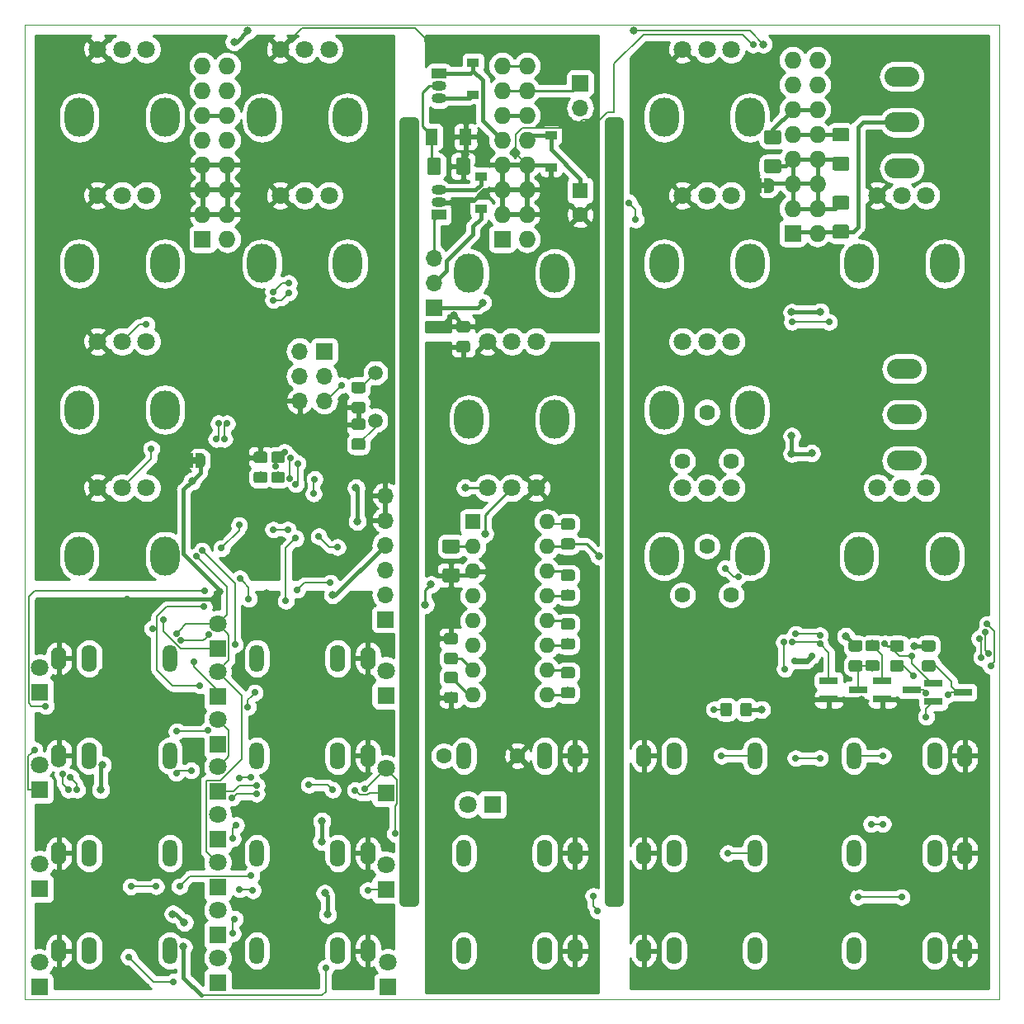
<source format=gbr>
G04 #@! TF.GenerationSoftware,KiCad,Pcbnew,(5.1.0)-1*
G04 #@! TF.CreationDate,2019-05-13T18:05:39+02:00*
G04 #@! TF.ProjectId,KicadJE_ADSR_Mega32,4b696361-644a-4455-9f41-4453525f4d65,rev?*
G04 #@! TF.SameCoordinates,Original*
G04 #@! TF.FileFunction,Copper,L1,Top*
G04 #@! TF.FilePolarity,Positive*
%FSLAX46Y46*%
G04 Gerber Fmt 4.6, Leading zero omitted, Abs format (unit mm)*
G04 Created by KiCad (PCBNEW (5.1.0)-1) date 2019-05-13 18:05:39*
%MOMM*%
%LPD*%
G04 APERTURE LIST*
%ADD10C,1.000000*%
%ADD11C,0.050000*%
%ADD12C,0.150000*%
%ADD13C,1.150000*%
%ADD14C,1.600000*%
%ADD15R,1.600000X1.600000*%
%ADD16R,1.800000X1.800000*%
%ADD17C,1.800000*%
%ADD18R,1.200000X0.900000*%
%ADD19R,1.300000X1.700000*%
%ADD20O,1.500000X2.800000*%
%ADD21O,1.600000X2.400000*%
%ADD22O,1.600000X2.800000*%
%ADD23R,1.700000X1.700000*%
%ADD24O,1.700000X1.700000*%
%ADD25R,1.727200X1.727200*%
%ADD26O,1.727200X1.727200*%
%ADD27O,1.500000X1.050000*%
%ADD28R,1.500000X1.050000*%
%ADD29C,0.500000*%
%ADD30O,3.000000X4.000000*%
%ADD31O,1.600000X1.600000*%
%ADD32C,1.500000*%
%ADD33C,1.425000*%
%ADD34O,3.556000X2.032000*%
%ADD35C,1.620000*%
%ADD36R,1.900000X0.800000*%
%ADD37C,0.800000*%
%ADD38C,0.700000*%
%ADD39C,0.400000*%
%ADD40C,0.200000*%
%ADD41C,0.600000*%
%ADD42C,0.250000*%
%ADD43C,0.254000*%
G04 APERTURE END LIST*
D10*
X89000000Y-60000000D02*
X90000000Y-60000000D01*
X110000000Y-60000000D02*
X111000000Y-60000000D01*
X110000000Y-140000000D02*
X111000000Y-140000000D01*
X89000000Y-140000000D02*
X90000000Y-140000000D01*
X110000000Y-60000000D02*
X110000000Y-140000000D01*
X111000000Y-60000000D02*
X111000000Y-140000000D01*
X90000000Y-60000000D02*
X90000000Y-140000000D01*
X89000000Y-60000000D02*
X89000000Y-140000000D01*
D11*
X50000000Y-150000000D02*
X50000000Y-50000000D01*
X150000000Y-150000000D02*
X50000000Y-150000000D01*
X150000000Y-50000000D02*
X150000000Y-150000000D01*
X50000000Y-50000000D02*
X150000000Y-50000000D01*
D12*
G36*
X84724505Y-90401204D02*
G01*
X84748773Y-90404804D01*
X84772572Y-90410765D01*
X84795671Y-90419030D01*
X84817850Y-90429520D01*
X84838893Y-90442132D01*
X84858599Y-90456747D01*
X84876777Y-90473223D01*
X84893253Y-90491401D01*
X84907868Y-90511107D01*
X84920480Y-90532150D01*
X84930970Y-90554329D01*
X84939235Y-90577428D01*
X84945196Y-90601227D01*
X84948796Y-90625495D01*
X84950000Y-90649999D01*
X84950000Y-91300001D01*
X84948796Y-91324505D01*
X84945196Y-91348773D01*
X84939235Y-91372572D01*
X84930970Y-91395671D01*
X84920480Y-91417850D01*
X84907868Y-91438893D01*
X84893253Y-91458599D01*
X84876777Y-91476777D01*
X84858599Y-91493253D01*
X84838893Y-91507868D01*
X84817850Y-91520480D01*
X84795671Y-91530970D01*
X84772572Y-91539235D01*
X84748773Y-91545196D01*
X84724505Y-91548796D01*
X84700001Y-91550000D01*
X83799999Y-91550000D01*
X83775495Y-91548796D01*
X83751227Y-91545196D01*
X83727428Y-91539235D01*
X83704329Y-91530970D01*
X83682150Y-91520480D01*
X83661107Y-91507868D01*
X83641401Y-91493253D01*
X83623223Y-91476777D01*
X83606747Y-91458599D01*
X83592132Y-91438893D01*
X83579520Y-91417850D01*
X83569030Y-91395671D01*
X83560765Y-91372572D01*
X83554804Y-91348773D01*
X83551204Y-91324505D01*
X83550000Y-91300001D01*
X83550000Y-90649999D01*
X83551204Y-90625495D01*
X83554804Y-90601227D01*
X83560765Y-90577428D01*
X83569030Y-90554329D01*
X83579520Y-90532150D01*
X83592132Y-90511107D01*
X83606747Y-90491401D01*
X83623223Y-90473223D01*
X83641401Y-90456747D01*
X83661107Y-90442132D01*
X83682150Y-90429520D01*
X83704329Y-90419030D01*
X83727428Y-90410765D01*
X83751227Y-90404804D01*
X83775495Y-90401204D01*
X83799999Y-90400000D01*
X84700001Y-90400000D01*
X84724505Y-90401204D01*
X84724505Y-90401204D01*
G37*
D13*
X84250000Y-90975000D03*
D12*
G36*
X84724505Y-92451204D02*
G01*
X84748773Y-92454804D01*
X84772572Y-92460765D01*
X84795671Y-92469030D01*
X84817850Y-92479520D01*
X84838893Y-92492132D01*
X84858599Y-92506747D01*
X84876777Y-92523223D01*
X84893253Y-92541401D01*
X84907868Y-92561107D01*
X84920480Y-92582150D01*
X84930970Y-92604329D01*
X84939235Y-92627428D01*
X84945196Y-92651227D01*
X84948796Y-92675495D01*
X84950000Y-92699999D01*
X84950000Y-93350001D01*
X84948796Y-93374505D01*
X84945196Y-93398773D01*
X84939235Y-93422572D01*
X84930970Y-93445671D01*
X84920480Y-93467850D01*
X84907868Y-93488893D01*
X84893253Y-93508599D01*
X84876777Y-93526777D01*
X84858599Y-93543253D01*
X84838893Y-93557868D01*
X84817850Y-93570480D01*
X84795671Y-93580970D01*
X84772572Y-93589235D01*
X84748773Y-93595196D01*
X84724505Y-93598796D01*
X84700001Y-93600000D01*
X83799999Y-93600000D01*
X83775495Y-93598796D01*
X83751227Y-93595196D01*
X83727428Y-93589235D01*
X83704329Y-93580970D01*
X83682150Y-93570480D01*
X83661107Y-93557868D01*
X83641401Y-93543253D01*
X83623223Y-93526777D01*
X83606747Y-93508599D01*
X83592132Y-93488893D01*
X83579520Y-93467850D01*
X83569030Y-93445671D01*
X83560765Y-93422572D01*
X83554804Y-93398773D01*
X83551204Y-93374505D01*
X83550000Y-93350001D01*
X83550000Y-92699999D01*
X83551204Y-92675495D01*
X83554804Y-92651227D01*
X83560765Y-92627428D01*
X83569030Y-92604329D01*
X83579520Y-92582150D01*
X83592132Y-92561107D01*
X83606747Y-92541401D01*
X83623223Y-92523223D01*
X83641401Y-92506747D01*
X83661107Y-92492132D01*
X83682150Y-92479520D01*
X83704329Y-92469030D01*
X83727428Y-92460765D01*
X83751227Y-92454804D01*
X83775495Y-92451204D01*
X83799999Y-92450000D01*
X84700001Y-92450000D01*
X84724505Y-92451204D01*
X84724505Y-92451204D01*
G37*
D13*
X84250000Y-93025000D03*
D12*
G36*
X84724505Y-88701204D02*
G01*
X84748773Y-88704804D01*
X84772572Y-88710765D01*
X84795671Y-88719030D01*
X84817850Y-88729520D01*
X84838893Y-88742132D01*
X84858599Y-88756747D01*
X84876777Y-88773223D01*
X84893253Y-88791401D01*
X84907868Y-88811107D01*
X84920480Y-88832150D01*
X84930970Y-88854329D01*
X84939235Y-88877428D01*
X84945196Y-88901227D01*
X84948796Y-88925495D01*
X84950000Y-88949999D01*
X84950000Y-89600001D01*
X84948796Y-89624505D01*
X84945196Y-89648773D01*
X84939235Y-89672572D01*
X84930970Y-89695671D01*
X84920480Y-89717850D01*
X84907868Y-89738893D01*
X84893253Y-89758599D01*
X84876777Y-89776777D01*
X84858599Y-89793253D01*
X84838893Y-89807868D01*
X84817850Y-89820480D01*
X84795671Y-89830970D01*
X84772572Y-89839235D01*
X84748773Y-89845196D01*
X84724505Y-89848796D01*
X84700001Y-89850000D01*
X83799999Y-89850000D01*
X83775495Y-89848796D01*
X83751227Y-89845196D01*
X83727428Y-89839235D01*
X83704329Y-89830970D01*
X83682150Y-89820480D01*
X83661107Y-89807868D01*
X83641401Y-89793253D01*
X83623223Y-89776777D01*
X83606747Y-89758599D01*
X83592132Y-89738893D01*
X83579520Y-89717850D01*
X83569030Y-89695671D01*
X83560765Y-89672572D01*
X83554804Y-89648773D01*
X83551204Y-89624505D01*
X83550000Y-89600001D01*
X83550000Y-88949999D01*
X83551204Y-88925495D01*
X83554804Y-88901227D01*
X83560765Y-88877428D01*
X83569030Y-88854329D01*
X83579520Y-88832150D01*
X83592132Y-88811107D01*
X83606747Y-88791401D01*
X83623223Y-88773223D01*
X83641401Y-88756747D01*
X83661107Y-88742132D01*
X83682150Y-88729520D01*
X83704329Y-88719030D01*
X83727428Y-88710765D01*
X83751227Y-88704804D01*
X83775495Y-88701204D01*
X83799999Y-88700000D01*
X84700001Y-88700000D01*
X84724505Y-88701204D01*
X84724505Y-88701204D01*
G37*
D13*
X84250000Y-89275000D03*
D12*
G36*
X84724505Y-86651204D02*
G01*
X84748773Y-86654804D01*
X84772572Y-86660765D01*
X84795671Y-86669030D01*
X84817850Y-86679520D01*
X84838893Y-86692132D01*
X84858599Y-86706747D01*
X84876777Y-86723223D01*
X84893253Y-86741401D01*
X84907868Y-86761107D01*
X84920480Y-86782150D01*
X84930970Y-86804329D01*
X84939235Y-86827428D01*
X84945196Y-86851227D01*
X84948796Y-86875495D01*
X84950000Y-86899999D01*
X84950000Y-87550001D01*
X84948796Y-87574505D01*
X84945196Y-87598773D01*
X84939235Y-87622572D01*
X84930970Y-87645671D01*
X84920480Y-87667850D01*
X84907868Y-87688893D01*
X84893253Y-87708599D01*
X84876777Y-87726777D01*
X84858599Y-87743253D01*
X84838893Y-87757868D01*
X84817850Y-87770480D01*
X84795671Y-87780970D01*
X84772572Y-87789235D01*
X84748773Y-87795196D01*
X84724505Y-87798796D01*
X84700001Y-87800000D01*
X83799999Y-87800000D01*
X83775495Y-87798796D01*
X83751227Y-87795196D01*
X83727428Y-87789235D01*
X83704329Y-87780970D01*
X83682150Y-87770480D01*
X83661107Y-87757868D01*
X83641401Y-87743253D01*
X83623223Y-87726777D01*
X83606747Y-87708599D01*
X83592132Y-87688893D01*
X83579520Y-87667850D01*
X83569030Y-87645671D01*
X83560765Y-87622572D01*
X83554804Y-87598773D01*
X83551204Y-87574505D01*
X83550000Y-87550001D01*
X83550000Y-86899999D01*
X83551204Y-86875495D01*
X83554804Y-86851227D01*
X83560765Y-86827428D01*
X83569030Y-86804329D01*
X83579520Y-86782150D01*
X83592132Y-86761107D01*
X83606747Y-86741401D01*
X83623223Y-86723223D01*
X83641401Y-86706747D01*
X83661107Y-86692132D01*
X83682150Y-86679520D01*
X83704329Y-86669030D01*
X83727428Y-86660765D01*
X83751227Y-86654804D01*
X83775495Y-86651204D01*
X83799999Y-86650000D01*
X84700001Y-86650000D01*
X84724505Y-86651204D01*
X84724505Y-86651204D01*
G37*
D13*
X84250000Y-87225000D03*
D14*
X107000000Y-69500000D03*
D15*
X107000000Y-67000000D03*
D12*
G36*
X106224505Y-100651204D02*
G01*
X106248773Y-100654804D01*
X106272572Y-100660765D01*
X106295671Y-100669030D01*
X106317850Y-100679520D01*
X106338893Y-100692132D01*
X106358599Y-100706747D01*
X106376777Y-100723223D01*
X106393253Y-100741401D01*
X106407868Y-100761107D01*
X106420480Y-100782150D01*
X106430970Y-100804329D01*
X106439235Y-100827428D01*
X106445196Y-100851227D01*
X106448796Y-100875495D01*
X106450000Y-100899999D01*
X106450000Y-101550001D01*
X106448796Y-101574505D01*
X106445196Y-101598773D01*
X106439235Y-101622572D01*
X106430970Y-101645671D01*
X106420480Y-101667850D01*
X106407868Y-101688893D01*
X106393253Y-101708599D01*
X106376777Y-101726777D01*
X106358599Y-101743253D01*
X106338893Y-101757868D01*
X106317850Y-101770480D01*
X106295671Y-101780970D01*
X106272572Y-101789235D01*
X106248773Y-101795196D01*
X106224505Y-101798796D01*
X106200001Y-101800000D01*
X105299999Y-101800000D01*
X105275495Y-101798796D01*
X105251227Y-101795196D01*
X105227428Y-101789235D01*
X105204329Y-101780970D01*
X105182150Y-101770480D01*
X105161107Y-101757868D01*
X105141401Y-101743253D01*
X105123223Y-101726777D01*
X105106747Y-101708599D01*
X105092132Y-101688893D01*
X105079520Y-101667850D01*
X105069030Y-101645671D01*
X105060765Y-101622572D01*
X105054804Y-101598773D01*
X105051204Y-101574505D01*
X105050000Y-101550001D01*
X105050000Y-100899999D01*
X105051204Y-100875495D01*
X105054804Y-100851227D01*
X105060765Y-100827428D01*
X105069030Y-100804329D01*
X105079520Y-100782150D01*
X105092132Y-100761107D01*
X105106747Y-100741401D01*
X105123223Y-100723223D01*
X105141401Y-100706747D01*
X105161107Y-100692132D01*
X105182150Y-100679520D01*
X105204329Y-100669030D01*
X105227428Y-100660765D01*
X105251227Y-100654804D01*
X105275495Y-100651204D01*
X105299999Y-100650000D01*
X106200001Y-100650000D01*
X106224505Y-100651204D01*
X106224505Y-100651204D01*
G37*
D13*
X105750000Y-101225000D03*
D12*
G36*
X106224505Y-102701204D02*
G01*
X106248773Y-102704804D01*
X106272572Y-102710765D01*
X106295671Y-102719030D01*
X106317850Y-102729520D01*
X106338893Y-102742132D01*
X106358599Y-102756747D01*
X106376777Y-102773223D01*
X106393253Y-102791401D01*
X106407868Y-102811107D01*
X106420480Y-102832150D01*
X106430970Y-102854329D01*
X106439235Y-102877428D01*
X106445196Y-102901227D01*
X106448796Y-102925495D01*
X106450000Y-102949999D01*
X106450000Y-103600001D01*
X106448796Y-103624505D01*
X106445196Y-103648773D01*
X106439235Y-103672572D01*
X106430970Y-103695671D01*
X106420480Y-103717850D01*
X106407868Y-103738893D01*
X106393253Y-103758599D01*
X106376777Y-103776777D01*
X106358599Y-103793253D01*
X106338893Y-103807868D01*
X106317850Y-103820480D01*
X106295671Y-103830970D01*
X106272572Y-103839235D01*
X106248773Y-103845196D01*
X106224505Y-103848796D01*
X106200001Y-103850000D01*
X105299999Y-103850000D01*
X105275495Y-103848796D01*
X105251227Y-103845196D01*
X105227428Y-103839235D01*
X105204329Y-103830970D01*
X105182150Y-103820480D01*
X105161107Y-103807868D01*
X105141401Y-103793253D01*
X105123223Y-103776777D01*
X105106747Y-103758599D01*
X105092132Y-103738893D01*
X105079520Y-103717850D01*
X105069030Y-103695671D01*
X105060765Y-103672572D01*
X105054804Y-103648773D01*
X105051204Y-103624505D01*
X105050000Y-103600001D01*
X105050000Y-102949999D01*
X105051204Y-102925495D01*
X105054804Y-102901227D01*
X105060765Y-102877428D01*
X105069030Y-102854329D01*
X105079520Y-102832150D01*
X105092132Y-102811107D01*
X105106747Y-102791401D01*
X105123223Y-102773223D01*
X105141401Y-102756747D01*
X105161107Y-102742132D01*
X105182150Y-102729520D01*
X105204329Y-102719030D01*
X105227428Y-102710765D01*
X105251227Y-102704804D01*
X105275495Y-102701204D01*
X105299999Y-102700000D01*
X106200001Y-102700000D01*
X106224505Y-102701204D01*
X106224505Y-102701204D01*
G37*
D13*
X105750000Y-103275000D03*
D12*
G36*
X106224505Y-107951204D02*
G01*
X106248773Y-107954804D01*
X106272572Y-107960765D01*
X106295671Y-107969030D01*
X106317850Y-107979520D01*
X106338893Y-107992132D01*
X106358599Y-108006747D01*
X106376777Y-108023223D01*
X106393253Y-108041401D01*
X106407868Y-108061107D01*
X106420480Y-108082150D01*
X106430970Y-108104329D01*
X106439235Y-108127428D01*
X106445196Y-108151227D01*
X106448796Y-108175495D01*
X106450000Y-108199999D01*
X106450000Y-108850001D01*
X106448796Y-108874505D01*
X106445196Y-108898773D01*
X106439235Y-108922572D01*
X106430970Y-108945671D01*
X106420480Y-108967850D01*
X106407868Y-108988893D01*
X106393253Y-109008599D01*
X106376777Y-109026777D01*
X106358599Y-109043253D01*
X106338893Y-109057868D01*
X106317850Y-109070480D01*
X106295671Y-109080970D01*
X106272572Y-109089235D01*
X106248773Y-109095196D01*
X106224505Y-109098796D01*
X106200001Y-109100000D01*
X105299999Y-109100000D01*
X105275495Y-109098796D01*
X105251227Y-109095196D01*
X105227428Y-109089235D01*
X105204329Y-109080970D01*
X105182150Y-109070480D01*
X105161107Y-109057868D01*
X105141401Y-109043253D01*
X105123223Y-109026777D01*
X105106747Y-109008599D01*
X105092132Y-108988893D01*
X105079520Y-108967850D01*
X105069030Y-108945671D01*
X105060765Y-108922572D01*
X105054804Y-108898773D01*
X105051204Y-108874505D01*
X105050000Y-108850001D01*
X105050000Y-108199999D01*
X105051204Y-108175495D01*
X105054804Y-108151227D01*
X105060765Y-108127428D01*
X105069030Y-108104329D01*
X105079520Y-108082150D01*
X105092132Y-108061107D01*
X105106747Y-108041401D01*
X105123223Y-108023223D01*
X105141401Y-108006747D01*
X105161107Y-107992132D01*
X105182150Y-107979520D01*
X105204329Y-107969030D01*
X105227428Y-107960765D01*
X105251227Y-107954804D01*
X105275495Y-107951204D01*
X105299999Y-107950000D01*
X106200001Y-107950000D01*
X106224505Y-107951204D01*
X106224505Y-107951204D01*
G37*
D13*
X105750000Y-108525000D03*
D12*
G36*
X106224505Y-105901204D02*
G01*
X106248773Y-105904804D01*
X106272572Y-105910765D01*
X106295671Y-105919030D01*
X106317850Y-105929520D01*
X106338893Y-105942132D01*
X106358599Y-105956747D01*
X106376777Y-105973223D01*
X106393253Y-105991401D01*
X106407868Y-106011107D01*
X106420480Y-106032150D01*
X106430970Y-106054329D01*
X106439235Y-106077428D01*
X106445196Y-106101227D01*
X106448796Y-106125495D01*
X106450000Y-106149999D01*
X106450000Y-106800001D01*
X106448796Y-106824505D01*
X106445196Y-106848773D01*
X106439235Y-106872572D01*
X106430970Y-106895671D01*
X106420480Y-106917850D01*
X106407868Y-106938893D01*
X106393253Y-106958599D01*
X106376777Y-106976777D01*
X106358599Y-106993253D01*
X106338893Y-107007868D01*
X106317850Y-107020480D01*
X106295671Y-107030970D01*
X106272572Y-107039235D01*
X106248773Y-107045196D01*
X106224505Y-107048796D01*
X106200001Y-107050000D01*
X105299999Y-107050000D01*
X105275495Y-107048796D01*
X105251227Y-107045196D01*
X105227428Y-107039235D01*
X105204329Y-107030970D01*
X105182150Y-107020480D01*
X105161107Y-107007868D01*
X105141401Y-106993253D01*
X105123223Y-106976777D01*
X105106747Y-106958599D01*
X105092132Y-106938893D01*
X105079520Y-106917850D01*
X105069030Y-106895671D01*
X105060765Y-106872572D01*
X105054804Y-106848773D01*
X105051204Y-106824505D01*
X105050000Y-106800001D01*
X105050000Y-106149999D01*
X105051204Y-106125495D01*
X105054804Y-106101227D01*
X105060765Y-106077428D01*
X105069030Y-106054329D01*
X105079520Y-106032150D01*
X105092132Y-106011107D01*
X105106747Y-105991401D01*
X105123223Y-105973223D01*
X105141401Y-105956747D01*
X105161107Y-105942132D01*
X105182150Y-105929520D01*
X105204329Y-105919030D01*
X105227428Y-105910765D01*
X105251227Y-105904804D01*
X105275495Y-105901204D01*
X105299999Y-105900000D01*
X106200001Y-105900000D01*
X106224505Y-105901204D01*
X106224505Y-105901204D01*
G37*
D13*
X105750000Y-106475000D03*
D12*
G36*
X94224505Y-112401204D02*
G01*
X94248773Y-112404804D01*
X94272572Y-112410765D01*
X94295671Y-112419030D01*
X94317850Y-112429520D01*
X94338893Y-112442132D01*
X94358599Y-112456747D01*
X94376777Y-112473223D01*
X94393253Y-112491401D01*
X94407868Y-112511107D01*
X94420480Y-112532150D01*
X94430970Y-112554329D01*
X94439235Y-112577428D01*
X94445196Y-112601227D01*
X94448796Y-112625495D01*
X94450000Y-112649999D01*
X94450000Y-113300001D01*
X94448796Y-113324505D01*
X94445196Y-113348773D01*
X94439235Y-113372572D01*
X94430970Y-113395671D01*
X94420480Y-113417850D01*
X94407868Y-113438893D01*
X94393253Y-113458599D01*
X94376777Y-113476777D01*
X94358599Y-113493253D01*
X94338893Y-113507868D01*
X94317850Y-113520480D01*
X94295671Y-113530970D01*
X94272572Y-113539235D01*
X94248773Y-113545196D01*
X94224505Y-113548796D01*
X94200001Y-113550000D01*
X93299999Y-113550000D01*
X93275495Y-113548796D01*
X93251227Y-113545196D01*
X93227428Y-113539235D01*
X93204329Y-113530970D01*
X93182150Y-113520480D01*
X93161107Y-113507868D01*
X93141401Y-113493253D01*
X93123223Y-113476777D01*
X93106747Y-113458599D01*
X93092132Y-113438893D01*
X93079520Y-113417850D01*
X93069030Y-113395671D01*
X93060765Y-113372572D01*
X93054804Y-113348773D01*
X93051204Y-113324505D01*
X93050000Y-113300001D01*
X93050000Y-112649999D01*
X93051204Y-112625495D01*
X93054804Y-112601227D01*
X93060765Y-112577428D01*
X93069030Y-112554329D01*
X93079520Y-112532150D01*
X93092132Y-112511107D01*
X93106747Y-112491401D01*
X93123223Y-112473223D01*
X93141401Y-112456747D01*
X93161107Y-112442132D01*
X93182150Y-112429520D01*
X93204329Y-112419030D01*
X93227428Y-112410765D01*
X93251227Y-112404804D01*
X93275495Y-112401204D01*
X93299999Y-112400000D01*
X94200001Y-112400000D01*
X94224505Y-112401204D01*
X94224505Y-112401204D01*
G37*
D13*
X93750000Y-112975000D03*
D12*
G36*
X94224505Y-114451204D02*
G01*
X94248773Y-114454804D01*
X94272572Y-114460765D01*
X94295671Y-114469030D01*
X94317850Y-114479520D01*
X94338893Y-114492132D01*
X94358599Y-114506747D01*
X94376777Y-114523223D01*
X94393253Y-114541401D01*
X94407868Y-114561107D01*
X94420480Y-114582150D01*
X94430970Y-114604329D01*
X94439235Y-114627428D01*
X94445196Y-114651227D01*
X94448796Y-114675495D01*
X94450000Y-114699999D01*
X94450000Y-115350001D01*
X94448796Y-115374505D01*
X94445196Y-115398773D01*
X94439235Y-115422572D01*
X94430970Y-115445671D01*
X94420480Y-115467850D01*
X94407868Y-115488893D01*
X94393253Y-115508599D01*
X94376777Y-115526777D01*
X94358599Y-115543253D01*
X94338893Y-115557868D01*
X94317850Y-115570480D01*
X94295671Y-115580970D01*
X94272572Y-115589235D01*
X94248773Y-115595196D01*
X94224505Y-115598796D01*
X94200001Y-115600000D01*
X93299999Y-115600000D01*
X93275495Y-115598796D01*
X93251227Y-115595196D01*
X93227428Y-115589235D01*
X93204329Y-115580970D01*
X93182150Y-115570480D01*
X93161107Y-115557868D01*
X93141401Y-115543253D01*
X93123223Y-115526777D01*
X93106747Y-115508599D01*
X93092132Y-115488893D01*
X93079520Y-115467850D01*
X93069030Y-115445671D01*
X93060765Y-115422572D01*
X93054804Y-115398773D01*
X93051204Y-115374505D01*
X93050000Y-115350001D01*
X93050000Y-114699999D01*
X93051204Y-114675495D01*
X93054804Y-114651227D01*
X93060765Y-114627428D01*
X93069030Y-114604329D01*
X93079520Y-114582150D01*
X93092132Y-114561107D01*
X93106747Y-114541401D01*
X93123223Y-114523223D01*
X93141401Y-114506747D01*
X93161107Y-114492132D01*
X93182150Y-114479520D01*
X93204329Y-114469030D01*
X93227428Y-114460765D01*
X93251227Y-114454804D01*
X93275495Y-114451204D01*
X93299999Y-114450000D01*
X94200001Y-114450000D01*
X94224505Y-114451204D01*
X94224505Y-114451204D01*
G37*
D13*
X93750000Y-115025000D03*
D12*
G36*
X94224505Y-118451204D02*
G01*
X94248773Y-118454804D01*
X94272572Y-118460765D01*
X94295671Y-118469030D01*
X94317850Y-118479520D01*
X94338893Y-118492132D01*
X94358599Y-118506747D01*
X94376777Y-118523223D01*
X94393253Y-118541401D01*
X94407868Y-118561107D01*
X94420480Y-118582150D01*
X94430970Y-118604329D01*
X94439235Y-118627428D01*
X94445196Y-118651227D01*
X94448796Y-118675495D01*
X94450000Y-118699999D01*
X94450000Y-119350001D01*
X94448796Y-119374505D01*
X94445196Y-119398773D01*
X94439235Y-119422572D01*
X94430970Y-119445671D01*
X94420480Y-119467850D01*
X94407868Y-119488893D01*
X94393253Y-119508599D01*
X94376777Y-119526777D01*
X94358599Y-119543253D01*
X94338893Y-119557868D01*
X94317850Y-119570480D01*
X94295671Y-119580970D01*
X94272572Y-119589235D01*
X94248773Y-119595196D01*
X94224505Y-119598796D01*
X94200001Y-119600000D01*
X93299999Y-119600000D01*
X93275495Y-119598796D01*
X93251227Y-119595196D01*
X93227428Y-119589235D01*
X93204329Y-119580970D01*
X93182150Y-119570480D01*
X93161107Y-119557868D01*
X93141401Y-119543253D01*
X93123223Y-119526777D01*
X93106747Y-119508599D01*
X93092132Y-119488893D01*
X93079520Y-119467850D01*
X93069030Y-119445671D01*
X93060765Y-119422572D01*
X93054804Y-119398773D01*
X93051204Y-119374505D01*
X93050000Y-119350001D01*
X93050000Y-118699999D01*
X93051204Y-118675495D01*
X93054804Y-118651227D01*
X93060765Y-118627428D01*
X93069030Y-118604329D01*
X93079520Y-118582150D01*
X93092132Y-118561107D01*
X93106747Y-118541401D01*
X93123223Y-118523223D01*
X93141401Y-118506747D01*
X93161107Y-118492132D01*
X93182150Y-118479520D01*
X93204329Y-118469030D01*
X93227428Y-118460765D01*
X93251227Y-118454804D01*
X93275495Y-118451204D01*
X93299999Y-118450000D01*
X94200001Y-118450000D01*
X94224505Y-118451204D01*
X94224505Y-118451204D01*
G37*
D13*
X93750000Y-119025000D03*
D12*
G36*
X94224505Y-116401204D02*
G01*
X94248773Y-116404804D01*
X94272572Y-116410765D01*
X94295671Y-116419030D01*
X94317850Y-116429520D01*
X94338893Y-116442132D01*
X94358599Y-116456747D01*
X94376777Y-116473223D01*
X94393253Y-116491401D01*
X94407868Y-116511107D01*
X94420480Y-116532150D01*
X94430970Y-116554329D01*
X94439235Y-116577428D01*
X94445196Y-116601227D01*
X94448796Y-116625495D01*
X94450000Y-116649999D01*
X94450000Y-117300001D01*
X94448796Y-117324505D01*
X94445196Y-117348773D01*
X94439235Y-117372572D01*
X94430970Y-117395671D01*
X94420480Y-117417850D01*
X94407868Y-117438893D01*
X94393253Y-117458599D01*
X94376777Y-117476777D01*
X94358599Y-117493253D01*
X94338893Y-117507868D01*
X94317850Y-117520480D01*
X94295671Y-117530970D01*
X94272572Y-117539235D01*
X94248773Y-117545196D01*
X94224505Y-117548796D01*
X94200001Y-117550000D01*
X93299999Y-117550000D01*
X93275495Y-117548796D01*
X93251227Y-117545196D01*
X93227428Y-117539235D01*
X93204329Y-117530970D01*
X93182150Y-117520480D01*
X93161107Y-117507868D01*
X93141401Y-117493253D01*
X93123223Y-117476777D01*
X93106747Y-117458599D01*
X93092132Y-117438893D01*
X93079520Y-117417850D01*
X93069030Y-117395671D01*
X93060765Y-117372572D01*
X93054804Y-117348773D01*
X93051204Y-117324505D01*
X93050000Y-117300001D01*
X93050000Y-116649999D01*
X93051204Y-116625495D01*
X93054804Y-116601227D01*
X93060765Y-116577428D01*
X93069030Y-116554329D01*
X93079520Y-116532150D01*
X93092132Y-116511107D01*
X93106747Y-116491401D01*
X93123223Y-116473223D01*
X93141401Y-116456747D01*
X93161107Y-116442132D01*
X93182150Y-116429520D01*
X93204329Y-116419030D01*
X93227428Y-116410765D01*
X93251227Y-116404804D01*
X93275495Y-116401204D01*
X93299999Y-116400000D01*
X94200001Y-116400000D01*
X94224505Y-116401204D01*
X94224505Y-116401204D01*
G37*
D13*
X93750000Y-116975000D03*
D16*
X51565001Y-138664999D03*
D17*
X51565001Y-136124999D03*
D16*
X87065001Y-128825763D03*
D17*
X87065001Y-126285763D03*
D16*
X69815001Y-148281142D03*
D17*
X69815001Y-145741142D03*
X51500000Y-125960000D03*
D16*
X51500000Y-128500000D03*
D17*
X69815001Y-131049224D03*
D16*
X69815001Y-133589224D03*
D17*
X87065001Y-116250000D03*
D16*
X87065001Y-118790000D03*
D17*
X51500000Y-146210000D03*
D16*
X51500000Y-148750000D03*
D17*
X87065001Y-136183070D03*
D16*
X87065001Y-138723070D03*
X69815001Y-143383836D03*
D17*
X69815001Y-140843836D03*
D16*
X69815001Y-128691918D03*
D17*
X69815001Y-126151918D03*
D16*
X87250000Y-148750000D03*
D17*
X87250000Y-146210000D03*
D16*
X69815001Y-123794612D03*
D17*
X69815001Y-121254612D03*
D16*
X69815001Y-138486530D03*
D17*
X69815001Y-135946530D03*
X69815001Y-111460000D03*
D16*
X69815001Y-114000000D03*
D17*
X69815001Y-116357306D03*
D16*
X69815001Y-118897306D03*
D17*
X51565001Y-115960000D03*
D16*
X51565001Y-118500000D03*
D12*
G36*
X74674505Y-93801204D02*
G01*
X74698773Y-93804804D01*
X74722572Y-93810765D01*
X74745671Y-93819030D01*
X74767850Y-93829520D01*
X74788893Y-93842132D01*
X74808599Y-93856747D01*
X74826777Y-93873223D01*
X74843253Y-93891401D01*
X74857868Y-93911107D01*
X74870480Y-93932150D01*
X74880970Y-93954329D01*
X74889235Y-93977428D01*
X74895196Y-94001227D01*
X74898796Y-94025495D01*
X74900000Y-94049999D01*
X74900000Y-94700001D01*
X74898796Y-94724505D01*
X74895196Y-94748773D01*
X74889235Y-94772572D01*
X74880970Y-94795671D01*
X74870480Y-94817850D01*
X74857868Y-94838893D01*
X74843253Y-94858599D01*
X74826777Y-94876777D01*
X74808599Y-94893253D01*
X74788893Y-94907868D01*
X74767850Y-94920480D01*
X74745671Y-94930970D01*
X74722572Y-94939235D01*
X74698773Y-94945196D01*
X74674505Y-94948796D01*
X74650001Y-94950000D01*
X73749999Y-94950000D01*
X73725495Y-94948796D01*
X73701227Y-94945196D01*
X73677428Y-94939235D01*
X73654329Y-94930970D01*
X73632150Y-94920480D01*
X73611107Y-94907868D01*
X73591401Y-94893253D01*
X73573223Y-94876777D01*
X73556747Y-94858599D01*
X73542132Y-94838893D01*
X73529520Y-94817850D01*
X73519030Y-94795671D01*
X73510765Y-94772572D01*
X73504804Y-94748773D01*
X73501204Y-94724505D01*
X73500000Y-94700001D01*
X73500000Y-94049999D01*
X73501204Y-94025495D01*
X73504804Y-94001227D01*
X73510765Y-93977428D01*
X73519030Y-93954329D01*
X73529520Y-93932150D01*
X73542132Y-93911107D01*
X73556747Y-93891401D01*
X73573223Y-93873223D01*
X73591401Y-93856747D01*
X73611107Y-93842132D01*
X73632150Y-93829520D01*
X73654329Y-93819030D01*
X73677428Y-93810765D01*
X73701227Y-93804804D01*
X73725495Y-93801204D01*
X73749999Y-93800000D01*
X74650001Y-93800000D01*
X74674505Y-93801204D01*
X74674505Y-93801204D01*
G37*
D13*
X74200000Y-94375000D03*
D12*
G36*
X74674505Y-95851204D02*
G01*
X74698773Y-95854804D01*
X74722572Y-95860765D01*
X74745671Y-95869030D01*
X74767850Y-95879520D01*
X74788893Y-95892132D01*
X74808599Y-95906747D01*
X74826777Y-95923223D01*
X74843253Y-95941401D01*
X74857868Y-95961107D01*
X74870480Y-95982150D01*
X74880970Y-96004329D01*
X74889235Y-96027428D01*
X74895196Y-96051227D01*
X74898796Y-96075495D01*
X74900000Y-96099999D01*
X74900000Y-96750001D01*
X74898796Y-96774505D01*
X74895196Y-96798773D01*
X74889235Y-96822572D01*
X74880970Y-96845671D01*
X74870480Y-96867850D01*
X74857868Y-96888893D01*
X74843253Y-96908599D01*
X74826777Y-96926777D01*
X74808599Y-96943253D01*
X74788893Y-96957868D01*
X74767850Y-96970480D01*
X74745671Y-96980970D01*
X74722572Y-96989235D01*
X74698773Y-96995196D01*
X74674505Y-96998796D01*
X74650001Y-97000000D01*
X73749999Y-97000000D01*
X73725495Y-96998796D01*
X73701227Y-96995196D01*
X73677428Y-96989235D01*
X73654329Y-96980970D01*
X73632150Y-96970480D01*
X73611107Y-96957868D01*
X73591401Y-96943253D01*
X73573223Y-96926777D01*
X73556747Y-96908599D01*
X73542132Y-96888893D01*
X73529520Y-96867850D01*
X73519030Y-96845671D01*
X73510765Y-96822572D01*
X73504804Y-96798773D01*
X73501204Y-96774505D01*
X73500000Y-96750001D01*
X73500000Y-96099999D01*
X73501204Y-96075495D01*
X73504804Y-96051227D01*
X73510765Y-96027428D01*
X73519030Y-96004329D01*
X73529520Y-95982150D01*
X73542132Y-95961107D01*
X73556747Y-95941401D01*
X73573223Y-95923223D01*
X73591401Y-95906747D01*
X73611107Y-95892132D01*
X73632150Y-95879520D01*
X73654329Y-95869030D01*
X73677428Y-95860765D01*
X73701227Y-95854804D01*
X73725495Y-95851204D01*
X73749999Y-95850000D01*
X74650001Y-95850000D01*
X74674505Y-95851204D01*
X74674505Y-95851204D01*
G37*
D13*
X74200000Y-96425000D03*
D18*
X96000000Y-57150000D03*
X96000000Y-53850000D03*
X96800000Y-65550000D03*
X96800000Y-68850000D03*
X104000000Y-61350000D03*
X104000000Y-64650000D03*
D19*
X91750000Y-61500000D03*
X95250000Y-61500000D03*
D20*
X73830000Y-125000000D03*
D21*
X85230000Y-125000000D03*
D22*
X82130000Y-125000000D03*
D23*
X80750000Y-83500000D03*
D24*
X78210000Y-83500000D03*
X80750000Y-86040000D03*
X78210000Y-86040000D03*
X80750000Y-88580000D03*
X78210000Y-88580000D03*
D23*
X87000000Y-111000000D03*
D24*
X87000000Y-108460000D03*
X87000000Y-105920000D03*
X87000000Y-103380000D03*
X87000000Y-100840000D03*
X87000000Y-98300000D03*
D22*
X103380000Y-135000000D03*
D21*
X106480000Y-135000000D03*
D20*
X95080000Y-135000000D03*
X95080000Y-145000000D03*
D21*
X106480000Y-145000000D03*
D22*
X103380000Y-145000000D03*
D25*
X68250000Y-72000000D03*
D26*
X70790000Y-72000000D03*
X68250000Y-69460000D03*
X70790000Y-69460000D03*
X68250000Y-66920000D03*
X70790000Y-66920000D03*
X68250000Y-64380000D03*
X70790000Y-64380000D03*
X68250000Y-61840000D03*
X70790000Y-61840000D03*
X68250000Y-59300000D03*
X70790000Y-59300000D03*
X68250000Y-56760000D03*
X70790000Y-56760000D03*
X68250000Y-54220000D03*
X70790000Y-54220000D03*
D27*
X92500000Y-56270000D03*
X92500000Y-57540000D03*
D28*
X92500000Y-55000000D03*
D12*
G36*
X76474505Y-95851204D02*
G01*
X76498773Y-95854804D01*
X76522572Y-95860765D01*
X76545671Y-95869030D01*
X76567850Y-95879520D01*
X76588893Y-95892132D01*
X76608599Y-95906747D01*
X76626777Y-95923223D01*
X76643253Y-95941401D01*
X76657868Y-95961107D01*
X76670480Y-95982150D01*
X76680970Y-96004329D01*
X76689235Y-96027428D01*
X76695196Y-96051227D01*
X76698796Y-96075495D01*
X76700000Y-96099999D01*
X76700000Y-96750001D01*
X76698796Y-96774505D01*
X76695196Y-96798773D01*
X76689235Y-96822572D01*
X76680970Y-96845671D01*
X76670480Y-96867850D01*
X76657868Y-96888893D01*
X76643253Y-96908599D01*
X76626777Y-96926777D01*
X76608599Y-96943253D01*
X76588893Y-96957868D01*
X76567850Y-96970480D01*
X76545671Y-96980970D01*
X76522572Y-96989235D01*
X76498773Y-96995196D01*
X76474505Y-96998796D01*
X76450001Y-97000000D01*
X75549999Y-97000000D01*
X75525495Y-96998796D01*
X75501227Y-96995196D01*
X75477428Y-96989235D01*
X75454329Y-96980970D01*
X75432150Y-96970480D01*
X75411107Y-96957868D01*
X75391401Y-96943253D01*
X75373223Y-96926777D01*
X75356747Y-96908599D01*
X75342132Y-96888893D01*
X75329520Y-96867850D01*
X75319030Y-96845671D01*
X75310765Y-96822572D01*
X75304804Y-96798773D01*
X75301204Y-96774505D01*
X75300000Y-96750001D01*
X75300000Y-96099999D01*
X75301204Y-96075495D01*
X75304804Y-96051227D01*
X75310765Y-96027428D01*
X75319030Y-96004329D01*
X75329520Y-95982150D01*
X75342132Y-95961107D01*
X75356747Y-95941401D01*
X75373223Y-95923223D01*
X75391401Y-95906747D01*
X75411107Y-95892132D01*
X75432150Y-95879520D01*
X75454329Y-95869030D01*
X75477428Y-95860765D01*
X75501227Y-95854804D01*
X75525495Y-95851204D01*
X75549999Y-95850000D01*
X76450001Y-95850000D01*
X76474505Y-95851204D01*
X76474505Y-95851204D01*
G37*
D13*
X76000000Y-96425000D03*
D12*
G36*
X76474505Y-93801204D02*
G01*
X76498773Y-93804804D01*
X76522572Y-93810765D01*
X76545671Y-93819030D01*
X76567850Y-93829520D01*
X76588893Y-93842132D01*
X76608599Y-93856747D01*
X76626777Y-93873223D01*
X76643253Y-93891401D01*
X76657868Y-93911107D01*
X76670480Y-93932150D01*
X76680970Y-93954329D01*
X76689235Y-93977428D01*
X76695196Y-94001227D01*
X76698796Y-94025495D01*
X76700000Y-94049999D01*
X76700000Y-94700001D01*
X76698796Y-94724505D01*
X76695196Y-94748773D01*
X76689235Y-94772572D01*
X76680970Y-94795671D01*
X76670480Y-94817850D01*
X76657868Y-94838893D01*
X76643253Y-94858599D01*
X76626777Y-94876777D01*
X76608599Y-94893253D01*
X76588893Y-94907868D01*
X76567850Y-94920480D01*
X76545671Y-94930970D01*
X76522572Y-94939235D01*
X76498773Y-94945196D01*
X76474505Y-94948796D01*
X76450001Y-94950000D01*
X75549999Y-94950000D01*
X75525495Y-94948796D01*
X75501227Y-94945196D01*
X75477428Y-94939235D01*
X75454329Y-94930970D01*
X75432150Y-94920480D01*
X75411107Y-94907868D01*
X75391401Y-94893253D01*
X75373223Y-94876777D01*
X75356747Y-94858599D01*
X75342132Y-94838893D01*
X75329520Y-94817850D01*
X75319030Y-94795671D01*
X75310765Y-94772572D01*
X75304804Y-94748773D01*
X75301204Y-94724505D01*
X75300000Y-94700001D01*
X75300000Y-94049999D01*
X75301204Y-94025495D01*
X75304804Y-94001227D01*
X75310765Y-93977428D01*
X75319030Y-93954329D01*
X75329520Y-93932150D01*
X75342132Y-93911107D01*
X75356747Y-93891401D01*
X75373223Y-93873223D01*
X75391401Y-93856747D01*
X75411107Y-93842132D01*
X75432150Y-93829520D01*
X75454329Y-93819030D01*
X75477428Y-93810765D01*
X75501227Y-93804804D01*
X75525495Y-93801204D01*
X75549999Y-93800000D01*
X76450001Y-93800000D01*
X76474505Y-93801204D01*
X76474505Y-93801204D01*
G37*
D13*
X76000000Y-94375000D03*
D29*
X68050000Y-94700000D03*
D12*
G36*
X67550000Y-95000000D02*
G01*
X67150000Y-95000000D01*
X67150000Y-94400000D01*
X67550000Y-94400000D01*
X67550000Y-93950000D01*
X68050000Y-93950000D01*
X68050000Y-93950602D01*
X68074534Y-93950602D01*
X68123365Y-93955412D01*
X68171490Y-93964984D01*
X68218445Y-93979228D01*
X68263778Y-93998005D01*
X68307051Y-94021136D01*
X68347850Y-94048396D01*
X68385779Y-94079524D01*
X68420476Y-94114221D01*
X68451604Y-94152150D01*
X68478864Y-94192949D01*
X68501995Y-94236222D01*
X68520772Y-94281555D01*
X68535016Y-94328510D01*
X68544588Y-94376635D01*
X68549398Y-94425466D01*
X68549398Y-94450000D01*
X68550000Y-94450000D01*
X68550000Y-94950000D01*
X68549398Y-94950000D01*
X68549398Y-94974534D01*
X68544588Y-95023365D01*
X68535016Y-95071490D01*
X68520772Y-95118445D01*
X68501995Y-95163778D01*
X68478864Y-95207051D01*
X68451604Y-95247850D01*
X68420476Y-95285779D01*
X68385779Y-95320476D01*
X68347850Y-95351604D01*
X68307051Y-95378864D01*
X68263778Y-95401995D01*
X68218445Y-95420772D01*
X68171490Y-95435016D01*
X68123365Y-95444588D01*
X68074534Y-95449398D01*
X68050000Y-95449398D01*
X68050000Y-95450000D01*
X67550000Y-95450000D01*
X67550000Y-95000000D01*
X67550000Y-95000000D01*
G37*
D29*
X66750000Y-94700000D03*
D12*
G36*
X66750000Y-95449398D02*
G01*
X66725466Y-95449398D01*
X66676635Y-95444588D01*
X66628510Y-95435016D01*
X66581555Y-95420772D01*
X66536222Y-95401995D01*
X66492949Y-95378864D01*
X66452150Y-95351604D01*
X66414221Y-95320476D01*
X66379524Y-95285779D01*
X66348396Y-95247850D01*
X66321136Y-95207051D01*
X66298005Y-95163778D01*
X66279228Y-95118445D01*
X66264984Y-95071490D01*
X66255412Y-95023365D01*
X66250602Y-94974534D01*
X66250602Y-94950000D01*
X66250000Y-94950000D01*
X66250000Y-94450000D01*
X66250602Y-94450000D01*
X66250602Y-94425466D01*
X66255412Y-94376635D01*
X66264984Y-94328510D01*
X66279228Y-94281555D01*
X66298005Y-94236222D01*
X66321136Y-94192949D01*
X66348396Y-94152150D01*
X66379524Y-94114221D01*
X66414221Y-94079524D01*
X66452150Y-94048396D01*
X66492949Y-94021136D01*
X66536222Y-93998005D01*
X66581555Y-93979228D01*
X66628510Y-93964984D01*
X66676635Y-93955412D01*
X66725466Y-93950602D01*
X66750000Y-93950602D01*
X66750000Y-93950000D01*
X67250000Y-93950000D01*
X67250000Y-95450000D01*
X66750000Y-95450000D01*
X66750000Y-95449398D01*
X66750000Y-95449398D01*
G37*
G36*
X95474505Y-82451204D02*
G01*
X95498773Y-82454804D01*
X95522572Y-82460765D01*
X95545671Y-82469030D01*
X95567850Y-82479520D01*
X95588893Y-82492132D01*
X95608599Y-82506747D01*
X95626777Y-82523223D01*
X95643253Y-82541401D01*
X95657868Y-82561107D01*
X95670480Y-82582150D01*
X95680970Y-82604329D01*
X95689235Y-82627428D01*
X95695196Y-82651227D01*
X95698796Y-82675495D01*
X95700000Y-82699999D01*
X95700000Y-83350001D01*
X95698796Y-83374505D01*
X95695196Y-83398773D01*
X95689235Y-83422572D01*
X95680970Y-83445671D01*
X95670480Y-83467850D01*
X95657868Y-83488893D01*
X95643253Y-83508599D01*
X95626777Y-83526777D01*
X95608599Y-83543253D01*
X95588893Y-83557868D01*
X95567850Y-83570480D01*
X95545671Y-83580970D01*
X95522572Y-83589235D01*
X95498773Y-83595196D01*
X95474505Y-83598796D01*
X95450001Y-83600000D01*
X94549999Y-83600000D01*
X94525495Y-83598796D01*
X94501227Y-83595196D01*
X94477428Y-83589235D01*
X94454329Y-83580970D01*
X94432150Y-83570480D01*
X94411107Y-83557868D01*
X94391401Y-83543253D01*
X94373223Y-83526777D01*
X94356747Y-83508599D01*
X94342132Y-83488893D01*
X94329520Y-83467850D01*
X94319030Y-83445671D01*
X94310765Y-83422572D01*
X94304804Y-83398773D01*
X94301204Y-83374505D01*
X94300000Y-83350001D01*
X94300000Y-82699999D01*
X94301204Y-82675495D01*
X94304804Y-82651227D01*
X94310765Y-82627428D01*
X94319030Y-82604329D01*
X94329520Y-82582150D01*
X94342132Y-82561107D01*
X94356747Y-82541401D01*
X94373223Y-82523223D01*
X94391401Y-82506747D01*
X94411107Y-82492132D01*
X94432150Y-82479520D01*
X94454329Y-82469030D01*
X94477428Y-82460765D01*
X94501227Y-82454804D01*
X94525495Y-82451204D01*
X94549999Y-82450000D01*
X95450001Y-82450000D01*
X95474505Y-82451204D01*
X95474505Y-82451204D01*
G37*
D13*
X95000000Y-83025000D03*
D12*
G36*
X95474505Y-80401204D02*
G01*
X95498773Y-80404804D01*
X95522572Y-80410765D01*
X95545671Y-80419030D01*
X95567850Y-80429520D01*
X95588893Y-80442132D01*
X95608599Y-80456747D01*
X95626777Y-80473223D01*
X95643253Y-80491401D01*
X95657868Y-80511107D01*
X95670480Y-80532150D01*
X95680970Y-80554329D01*
X95689235Y-80577428D01*
X95695196Y-80601227D01*
X95698796Y-80625495D01*
X95700000Y-80649999D01*
X95700000Y-81300001D01*
X95698796Y-81324505D01*
X95695196Y-81348773D01*
X95689235Y-81372572D01*
X95680970Y-81395671D01*
X95670480Y-81417850D01*
X95657868Y-81438893D01*
X95643253Y-81458599D01*
X95626777Y-81476777D01*
X95608599Y-81493253D01*
X95588893Y-81507868D01*
X95567850Y-81520480D01*
X95545671Y-81530970D01*
X95522572Y-81539235D01*
X95498773Y-81545196D01*
X95474505Y-81548796D01*
X95450001Y-81550000D01*
X94549999Y-81550000D01*
X94525495Y-81548796D01*
X94501227Y-81545196D01*
X94477428Y-81539235D01*
X94454329Y-81530970D01*
X94432150Y-81520480D01*
X94411107Y-81507868D01*
X94391401Y-81493253D01*
X94373223Y-81476777D01*
X94356747Y-81458599D01*
X94342132Y-81438893D01*
X94329520Y-81417850D01*
X94319030Y-81395671D01*
X94310765Y-81372572D01*
X94304804Y-81348773D01*
X94301204Y-81324505D01*
X94300000Y-81300001D01*
X94300000Y-80649999D01*
X94301204Y-80625495D01*
X94304804Y-80601227D01*
X94310765Y-80577428D01*
X94319030Y-80554329D01*
X94329520Y-80532150D01*
X94342132Y-80511107D01*
X94356747Y-80491401D01*
X94373223Y-80473223D01*
X94391401Y-80456747D01*
X94411107Y-80442132D01*
X94432150Y-80429520D01*
X94454329Y-80419030D01*
X94477428Y-80410765D01*
X94501227Y-80404804D01*
X94525495Y-80401204D01*
X94549999Y-80400000D01*
X95450001Y-80400000D01*
X95474505Y-80401204D01*
X95474505Y-80401204D01*
G37*
D13*
X95000000Y-80975000D03*
D30*
X104400000Y-75500000D03*
X95600000Y-75500000D03*
D17*
X102500000Y-82500000D03*
X100000000Y-82500000D03*
X97500000Y-82500000D03*
X97500000Y-97500000D03*
X100000000Y-97500000D03*
X102500000Y-97500000D03*
D30*
X95600000Y-90500000D03*
X104400000Y-90500000D03*
D15*
X96000000Y-101000000D03*
D31*
X103620000Y-118780000D03*
X96000000Y-103540000D03*
X103620000Y-116240000D03*
X96000000Y-106080000D03*
X103620000Y-113700000D03*
X96000000Y-108620000D03*
X103620000Y-111160000D03*
X96000000Y-111160000D03*
X103620000Y-108620000D03*
X96000000Y-113700000D03*
X103620000Y-106080000D03*
X96000000Y-116240000D03*
X103620000Y-103540000D03*
X96000000Y-118780000D03*
X103620000Y-101000000D03*
D32*
X86000000Y-90600000D03*
X86000000Y-85720000D03*
D12*
G36*
X92499504Y-63626204D02*
G01*
X92523773Y-63629804D01*
X92547571Y-63635765D01*
X92570671Y-63644030D01*
X92592849Y-63654520D01*
X92613893Y-63667133D01*
X92633598Y-63681747D01*
X92651777Y-63698223D01*
X92668253Y-63716402D01*
X92682867Y-63736107D01*
X92695480Y-63757151D01*
X92705970Y-63779329D01*
X92714235Y-63802429D01*
X92720196Y-63826227D01*
X92723796Y-63850496D01*
X92725000Y-63875000D01*
X92725000Y-65125000D01*
X92723796Y-65149504D01*
X92720196Y-65173773D01*
X92714235Y-65197571D01*
X92705970Y-65220671D01*
X92695480Y-65242849D01*
X92682867Y-65263893D01*
X92668253Y-65283598D01*
X92651777Y-65301777D01*
X92633598Y-65318253D01*
X92613893Y-65332867D01*
X92592849Y-65345480D01*
X92570671Y-65355970D01*
X92547571Y-65364235D01*
X92523773Y-65370196D01*
X92499504Y-65373796D01*
X92475000Y-65375000D01*
X91550000Y-65375000D01*
X91525496Y-65373796D01*
X91501227Y-65370196D01*
X91477429Y-65364235D01*
X91454329Y-65355970D01*
X91432151Y-65345480D01*
X91411107Y-65332867D01*
X91391402Y-65318253D01*
X91373223Y-65301777D01*
X91356747Y-65283598D01*
X91342133Y-65263893D01*
X91329520Y-65242849D01*
X91319030Y-65220671D01*
X91310765Y-65197571D01*
X91304804Y-65173773D01*
X91301204Y-65149504D01*
X91300000Y-65125000D01*
X91300000Y-63875000D01*
X91301204Y-63850496D01*
X91304804Y-63826227D01*
X91310765Y-63802429D01*
X91319030Y-63779329D01*
X91329520Y-63757151D01*
X91342133Y-63736107D01*
X91356747Y-63716402D01*
X91373223Y-63698223D01*
X91391402Y-63681747D01*
X91411107Y-63667133D01*
X91432151Y-63654520D01*
X91454329Y-63644030D01*
X91477429Y-63635765D01*
X91501227Y-63629804D01*
X91525496Y-63626204D01*
X91550000Y-63625000D01*
X92475000Y-63625000D01*
X92499504Y-63626204D01*
X92499504Y-63626204D01*
G37*
D33*
X92012500Y-64500000D03*
D12*
G36*
X95474504Y-63626204D02*
G01*
X95498773Y-63629804D01*
X95522571Y-63635765D01*
X95545671Y-63644030D01*
X95567849Y-63654520D01*
X95588893Y-63667133D01*
X95608598Y-63681747D01*
X95626777Y-63698223D01*
X95643253Y-63716402D01*
X95657867Y-63736107D01*
X95670480Y-63757151D01*
X95680970Y-63779329D01*
X95689235Y-63802429D01*
X95695196Y-63826227D01*
X95698796Y-63850496D01*
X95700000Y-63875000D01*
X95700000Y-65125000D01*
X95698796Y-65149504D01*
X95695196Y-65173773D01*
X95689235Y-65197571D01*
X95680970Y-65220671D01*
X95670480Y-65242849D01*
X95657867Y-65263893D01*
X95643253Y-65283598D01*
X95626777Y-65301777D01*
X95608598Y-65318253D01*
X95588893Y-65332867D01*
X95567849Y-65345480D01*
X95545671Y-65355970D01*
X95522571Y-65364235D01*
X95498773Y-65370196D01*
X95474504Y-65373796D01*
X95450000Y-65375000D01*
X94525000Y-65375000D01*
X94500496Y-65373796D01*
X94476227Y-65370196D01*
X94452429Y-65364235D01*
X94429329Y-65355970D01*
X94407151Y-65345480D01*
X94386107Y-65332867D01*
X94366402Y-65318253D01*
X94348223Y-65301777D01*
X94331747Y-65283598D01*
X94317133Y-65263893D01*
X94304520Y-65242849D01*
X94294030Y-65220671D01*
X94285765Y-65197571D01*
X94279804Y-65173773D01*
X94276204Y-65149504D01*
X94275000Y-65125000D01*
X94275000Y-63875000D01*
X94276204Y-63850496D01*
X94279804Y-63826227D01*
X94285765Y-63802429D01*
X94294030Y-63779329D01*
X94304520Y-63757151D01*
X94317133Y-63736107D01*
X94331747Y-63716402D01*
X94348223Y-63698223D01*
X94366402Y-63681747D01*
X94386107Y-63667133D01*
X94407151Y-63654520D01*
X94429329Y-63644030D01*
X94452429Y-63635765D01*
X94476227Y-63629804D01*
X94500496Y-63626204D01*
X94525000Y-63625000D01*
X95450000Y-63625000D01*
X95474504Y-63626204D01*
X95474504Y-63626204D01*
G37*
D33*
X94987500Y-64500000D03*
D12*
G36*
X94399504Y-105776204D02*
G01*
X94423773Y-105779804D01*
X94447571Y-105785765D01*
X94470671Y-105794030D01*
X94492849Y-105804520D01*
X94513893Y-105817133D01*
X94533598Y-105831747D01*
X94551777Y-105848223D01*
X94568253Y-105866402D01*
X94582867Y-105886107D01*
X94595480Y-105907151D01*
X94605970Y-105929329D01*
X94614235Y-105952429D01*
X94620196Y-105976227D01*
X94623796Y-106000496D01*
X94625000Y-106025000D01*
X94625000Y-106950000D01*
X94623796Y-106974504D01*
X94620196Y-106998773D01*
X94614235Y-107022571D01*
X94605970Y-107045671D01*
X94595480Y-107067849D01*
X94582867Y-107088893D01*
X94568253Y-107108598D01*
X94551777Y-107126777D01*
X94533598Y-107143253D01*
X94513893Y-107157867D01*
X94492849Y-107170480D01*
X94470671Y-107180970D01*
X94447571Y-107189235D01*
X94423773Y-107195196D01*
X94399504Y-107198796D01*
X94375000Y-107200000D01*
X93125000Y-107200000D01*
X93100496Y-107198796D01*
X93076227Y-107195196D01*
X93052429Y-107189235D01*
X93029329Y-107180970D01*
X93007151Y-107170480D01*
X92986107Y-107157867D01*
X92966402Y-107143253D01*
X92948223Y-107126777D01*
X92931747Y-107108598D01*
X92917133Y-107088893D01*
X92904520Y-107067849D01*
X92894030Y-107045671D01*
X92885765Y-107022571D01*
X92879804Y-106998773D01*
X92876204Y-106974504D01*
X92875000Y-106950000D01*
X92875000Y-106025000D01*
X92876204Y-106000496D01*
X92879804Y-105976227D01*
X92885765Y-105952429D01*
X92894030Y-105929329D01*
X92904520Y-105907151D01*
X92917133Y-105886107D01*
X92931747Y-105866402D01*
X92948223Y-105848223D01*
X92966402Y-105831747D01*
X92986107Y-105817133D01*
X93007151Y-105804520D01*
X93029329Y-105794030D01*
X93052429Y-105785765D01*
X93076227Y-105779804D01*
X93100496Y-105776204D01*
X93125000Y-105775000D01*
X94375000Y-105775000D01*
X94399504Y-105776204D01*
X94399504Y-105776204D01*
G37*
D33*
X93750000Y-106487500D03*
D12*
G36*
X94399504Y-102801204D02*
G01*
X94423773Y-102804804D01*
X94447571Y-102810765D01*
X94470671Y-102819030D01*
X94492849Y-102829520D01*
X94513893Y-102842133D01*
X94533598Y-102856747D01*
X94551777Y-102873223D01*
X94568253Y-102891402D01*
X94582867Y-102911107D01*
X94595480Y-102932151D01*
X94605970Y-102954329D01*
X94614235Y-102977429D01*
X94620196Y-103001227D01*
X94623796Y-103025496D01*
X94625000Y-103050000D01*
X94625000Y-103975000D01*
X94623796Y-103999504D01*
X94620196Y-104023773D01*
X94614235Y-104047571D01*
X94605970Y-104070671D01*
X94595480Y-104092849D01*
X94582867Y-104113893D01*
X94568253Y-104133598D01*
X94551777Y-104151777D01*
X94533598Y-104168253D01*
X94513893Y-104182867D01*
X94492849Y-104195480D01*
X94470671Y-104205970D01*
X94447571Y-104214235D01*
X94423773Y-104220196D01*
X94399504Y-104223796D01*
X94375000Y-104225000D01*
X93125000Y-104225000D01*
X93100496Y-104223796D01*
X93076227Y-104220196D01*
X93052429Y-104214235D01*
X93029329Y-104205970D01*
X93007151Y-104195480D01*
X92986107Y-104182867D01*
X92966402Y-104168253D01*
X92948223Y-104151777D01*
X92931747Y-104133598D01*
X92917133Y-104113893D01*
X92904520Y-104092849D01*
X92894030Y-104070671D01*
X92885765Y-104047571D01*
X92879804Y-104023773D01*
X92876204Y-103999504D01*
X92875000Y-103975000D01*
X92875000Y-103050000D01*
X92876204Y-103025496D01*
X92879804Y-103001227D01*
X92885765Y-102977429D01*
X92894030Y-102954329D01*
X92904520Y-102932151D01*
X92917133Y-102911107D01*
X92931747Y-102891402D01*
X92948223Y-102873223D01*
X92966402Y-102856747D01*
X92986107Y-102842133D01*
X93007151Y-102829520D01*
X93029329Y-102819030D01*
X93052429Y-102810765D01*
X93076227Y-102804804D01*
X93100496Y-102801204D01*
X93125000Y-102800000D01*
X94375000Y-102800000D01*
X94399504Y-102801204D01*
X94399504Y-102801204D01*
G37*
D33*
X93750000Y-103512500D03*
D12*
G36*
X106224505Y-110901204D02*
G01*
X106248773Y-110904804D01*
X106272572Y-110910765D01*
X106295671Y-110919030D01*
X106317850Y-110929520D01*
X106338893Y-110942132D01*
X106358599Y-110956747D01*
X106376777Y-110973223D01*
X106393253Y-110991401D01*
X106407868Y-111011107D01*
X106420480Y-111032150D01*
X106430970Y-111054329D01*
X106439235Y-111077428D01*
X106445196Y-111101227D01*
X106448796Y-111125495D01*
X106450000Y-111149999D01*
X106450000Y-111800001D01*
X106448796Y-111824505D01*
X106445196Y-111848773D01*
X106439235Y-111872572D01*
X106430970Y-111895671D01*
X106420480Y-111917850D01*
X106407868Y-111938893D01*
X106393253Y-111958599D01*
X106376777Y-111976777D01*
X106358599Y-111993253D01*
X106338893Y-112007868D01*
X106317850Y-112020480D01*
X106295671Y-112030970D01*
X106272572Y-112039235D01*
X106248773Y-112045196D01*
X106224505Y-112048796D01*
X106200001Y-112050000D01*
X105299999Y-112050000D01*
X105275495Y-112048796D01*
X105251227Y-112045196D01*
X105227428Y-112039235D01*
X105204329Y-112030970D01*
X105182150Y-112020480D01*
X105161107Y-112007868D01*
X105141401Y-111993253D01*
X105123223Y-111976777D01*
X105106747Y-111958599D01*
X105092132Y-111938893D01*
X105079520Y-111917850D01*
X105069030Y-111895671D01*
X105060765Y-111872572D01*
X105054804Y-111848773D01*
X105051204Y-111824505D01*
X105050000Y-111800001D01*
X105050000Y-111149999D01*
X105051204Y-111125495D01*
X105054804Y-111101227D01*
X105060765Y-111077428D01*
X105069030Y-111054329D01*
X105079520Y-111032150D01*
X105092132Y-111011107D01*
X105106747Y-110991401D01*
X105123223Y-110973223D01*
X105141401Y-110956747D01*
X105161107Y-110942132D01*
X105182150Y-110929520D01*
X105204329Y-110919030D01*
X105227428Y-110910765D01*
X105251227Y-110904804D01*
X105275495Y-110901204D01*
X105299999Y-110900000D01*
X106200001Y-110900000D01*
X106224505Y-110901204D01*
X106224505Y-110901204D01*
G37*
D13*
X105750000Y-111475000D03*
D12*
G36*
X106224505Y-112951204D02*
G01*
X106248773Y-112954804D01*
X106272572Y-112960765D01*
X106295671Y-112969030D01*
X106317850Y-112979520D01*
X106338893Y-112992132D01*
X106358599Y-113006747D01*
X106376777Y-113023223D01*
X106393253Y-113041401D01*
X106407868Y-113061107D01*
X106420480Y-113082150D01*
X106430970Y-113104329D01*
X106439235Y-113127428D01*
X106445196Y-113151227D01*
X106448796Y-113175495D01*
X106450000Y-113199999D01*
X106450000Y-113850001D01*
X106448796Y-113874505D01*
X106445196Y-113898773D01*
X106439235Y-113922572D01*
X106430970Y-113945671D01*
X106420480Y-113967850D01*
X106407868Y-113988893D01*
X106393253Y-114008599D01*
X106376777Y-114026777D01*
X106358599Y-114043253D01*
X106338893Y-114057868D01*
X106317850Y-114070480D01*
X106295671Y-114080970D01*
X106272572Y-114089235D01*
X106248773Y-114095196D01*
X106224505Y-114098796D01*
X106200001Y-114100000D01*
X105299999Y-114100000D01*
X105275495Y-114098796D01*
X105251227Y-114095196D01*
X105227428Y-114089235D01*
X105204329Y-114080970D01*
X105182150Y-114070480D01*
X105161107Y-114057868D01*
X105141401Y-114043253D01*
X105123223Y-114026777D01*
X105106747Y-114008599D01*
X105092132Y-113988893D01*
X105079520Y-113967850D01*
X105069030Y-113945671D01*
X105060765Y-113922572D01*
X105054804Y-113898773D01*
X105051204Y-113874505D01*
X105050000Y-113850001D01*
X105050000Y-113199999D01*
X105051204Y-113175495D01*
X105054804Y-113151227D01*
X105060765Y-113127428D01*
X105069030Y-113104329D01*
X105079520Y-113082150D01*
X105092132Y-113061107D01*
X105106747Y-113041401D01*
X105123223Y-113023223D01*
X105141401Y-113006747D01*
X105161107Y-112992132D01*
X105182150Y-112979520D01*
X105204329Y-112969030D01*
X105227428Y-112960765D01*
X105251227Y-112954804D01*
X105275495Y-112951204D01*
X105299999Y-112950000D01*
X106200001Y-112950000D01*
X106224505Y-112951204D01*
X106224505Y-112951204D01*
G37*
D13*
X105750000Y-113525000D03*
D12*
G36*
X106224505Y-117951204D02*
G01*
X106248773Y-117954804D01*
X106272572Y-117960765D01*
X106295671Y-117969030D01*
X106317850Y-117979520D01*
X106338893Y-117992132D01*
X106358599Y-118006747D01*
X106376777Y-118023223D01*
X106393253Y-118041401D01*
X106407868Y-118061107D01*
X106420480Y-118082150D01*
X106430970Y-118104329D01*
X106439235Y-118127428D01*
X106445196Y-118151227D01*
X106448796Y-118175495D01*
X106450000Y-118199999D01*
X106450000Y-118850001D01*
X106448796Y-118874505D01*
X106445196Y-118898773D01*
X106439235Y-118922572D01*
X106430970Y-118945671D01*
X106420480Y-118967850D01*
X106407868Y-118988893D01*
X106393253Y-119008599D01*
X106376777Y-119026777D01*
X106358599Y-119043253D01*
X106338893Y-119057868D01*
X106317850Y-119070480D01*
X106295671Y-119080970D01*
X106272572Y-119089235D01*
X106248773Y-119095196D01*
X106224505Y-119098796D01*
X106200001Y-119100000D01*
X105299999Y-119100000D01*
X105275495Y-119098796D01*
X105251227Y-119095196D01*
X105227428Y-119089235D01*
X105204329Y-119080970D01*
X105182150Y-119070480D01*
X105161107Y-119057868D01*
X105141401Y-119043253D01*
X105123223Y-119026777D01*
X105106747Y-119008599D01*
X105092132Y-118988893D01*
X105079520Y-118967850D01*
X105069030Y-118945671D01*
X105060765Y-118922572D01*
X105054804Y-118898773D01*
X105051204Y-118874505D01*
X105050000Y-118850001D01*
X105050000Y-118199999D01*
X105051204Y-118175495D01*
X105054804Y-118151227D01*
X105060765Y-118127428D01*
X105069030Y-118104329D01*
X105079520Y-118082150D01*
X105092132Y-118061107D01*
X105106747Y-118041401D01*
X105123223Y-118023223D01*
X105141401Y-118006747D01*
X105161107Y-117992132D01*
X105182150Y-117979520D01*
X105204329Y-117969030D01*
X105227428Y-117960765D01*
X105251227Y-117954804D01*
X105275495Y-117951204D01*
X105299999Y-117950000D01*
X106200001Y-117950000D01*
X106224505Y-117951204D01*
X106224505Y-117951204D01*
G37*
D13*
X105750000Y-118525000D03*
D12*
G36*
X106224505Y-115901204D02*
G01*
X106248773Y-115904804D01*
X106272572Y-115910765D01*
X106295671Y-115919030D01*
X106317850Y-115929520D01*
X106338893Y-115942132D01*
X106358599Y-115956747D01*
X106376777Y-115973223D01*
X106393253Y-115991401D01*
X106407868Y-116011107D01*
X106420480Y-116032150D01*
X106430970Y-116054329D01*
X106439235Y-116077428D01*
X106445196Y-116101227D01*
X106448796Y-116125495D01*
X106450000Y-116149999D01*
X106450000Y-116800001D01*
X106448796Y-116824505D01*
X106445196Y-116848773D01*
X106439235Y-116872572D01*
X106430970Y-116895671D01*
X106420480Y-116917850D01*
X106407868Y-116938893D01*
X106393253Y-116958599D01*
X106376777Y-116976777D01*
X106358599Y-116993253D01*
X106338893Y-117007868D01*
X106317850Y-117020480D01*
X106295671Y-117030970D01*
X106272572Y-117039235D01*
X106248773Y-117045196D01*
X106224505Y-117048796D01*
X106200001Y-117050000D01*
X105299999Y-117050000D01*
X105275495Y-117048796D01*
X105251227Y-117045196D01*
X105227428Y-117039235D01*
X105204329Y-117030970D01*
X105182150Y-117020480D01*
X105161107Y-117007868D01*
X105141401Y-116993253D01*
X105123223Y-116976777D01*
X105106747Y-116958599D01*
X105092132Y-116938893D01*
X105079520Y-116917850D01*
X105069030Y-116895671D01*
X105060765Y-116872572D01*
X105054804Y-116848773D01*
X105051204Y-116824505D01*
X105050000Y-116800001D01*
X105050000Y-116149999D01*
X105051204Y-116125495D01*
X105054804Y-116101227D01*
X105060765Y-116077428D01*
X105069030Y-116054329D01*
X105079520Y-116032150D01*
X105092132Y-116011107D01*
X105106747Y-115991401D01*
X105123223Y-115973223D01*
X105141401Y-115956747D01*
X105161107Y-115942132D01*
X105182150Y-115929520D01*
X105204329Y-115919030D01*
X105227428Y-115910765D01*
X105251227Y-115904804D01*
X105275495Y-115901204D01*
X105299999Y-115900000D01*
X106200001Y-115900000D01*
X106224505Y-115901204D01*
X106224505Y-115901204D01*
G37*
D13*
X105750000Y-116475000D03*
D16*
X98000000Y-130000000D03*
D17*
X95460000Y-130000000D03*
D23*
X92000000Y-79000000D03*
D24*
X92000000Y-76460000D03*
X92000000Y-73920000D03*
D20*
X95080000Y-125000000D03*
D21*
X106480000Y-125000000D03*
D22*
X103380000Y-125000000D03*
D23*
X107000000Y-56000000D03*
D24*
X107000000Y-58540000D03*
D25*
X99000000Y-72000000D03*
D26*
X101540000Y-72000000D03*
X99000000Y-69460000D03*
X101540000Y-69460000D03*
X99000000Y-66920000D03*
X101540000Y-66920000D03*
X99000000Y-64380000D03*
X101540000Y-64380000D03*
X99000000Y-61840000D03*
X101540000Y-61840000D03*
X99000000Y-59300000D03*
X101540000Y-59300000D03*
X99000000Y-56760000D03*
X101540000Y-56760000D03*
X99000000Y-54220000D03*
X101540000Y-54220000D03*
D14*
X93000000Y-125000000D03*
X100600000Y-125000000D03*
D27*
X92500000Y-68230000D03*
X92500000Y-66960000D03*
D28*
X92500000Y-69500000D03*
D20*
X64920000Y-145000000D03*
D21*
X53520000Y-145000000D03*
D22*
X56620000Y-145000000D03*
D20*
X73830000Y-145000000D03*
D21*
X85230000Y-145000000D03*
D22*
X82130000Y-145000000D03*
D20*
X64920000Y-115000000D03*
D21*
X53520000Y-115000000D03*
D22*
X56620000Y-115000000D03*
D20*
X73830000Y-115000000D03*
D21*
X85230000Y-115000000D03*
D22*
X82130000Y-115000000D03*
X56620000Y-135000000D03*
D21*
X53520000Y-135000000D03*
D20*
X64920000Y-135000000D03*
D17*
X62500000Y-67500000D03*
X60000000Y-67500000D03*
X57500000Y-67500000D03*
D30*
X64400000Y-74500000D03*
X55600000Y-74500000D03*
X55600000Y-59500000D03*
X64400000Y-59500000D03*
D17*
X57500000Y-52500000D03*
X60000000Y-52500000D03*
X62500000Y-52500000D03*
X62500000Y-82500000D03*
X60000000Y-82500000D03*
X57500000Y-82500000D03*
D30*
X64400000Y-89500000D03*
X55600000Y-89500000D03*
X55600000Y-104500000D03*
X64400000Y-104500000D03*
D17*
X57500000Y-97500000D03*
X60000000Y-97500000D03*
X62500000Y-97500000D03*
D30*
X74350000Y-59500000D03*
X83150000Y-59500000D03*
D17*
X76250000Y-52500000D03*
X78750000Y-52500000D03*
X81250000Y-52500000D03*
X81250000Y-67500000D03*
X78750000Y-67500000D03*
X76250000Y-67500000D03*
D30*
X83150000Y-74500000D03*
X74350000Y-74500000D03*
D20*
X64920000Y-125000000D03*
D21*
X53520000Y-125000000D03*
D22*
X56620000Y-125000000D03*
X82130000Y-135000000D03*
D21*
X85230000Y-135000000D03*
D20*
X73830000Y-135000000D03*
D25*
X128800000Y-71400000D03*
D26*
X131340000Y-71400000D03*
X128800000Y-68860000D03*
X131340000Y-68860000D03*
X128800000Y-66320000D03*
X131340000Y-66320000D03*
X128800000Y-63780000D03*
X131340000Y-63780000D03*
X128800000Y-61240000D03*
X131340000Y-61240000D03*
X128800000Y-58700000D03*
X131340000Y-58700000D03*
X128800000Y-56160000D03*
X131340000Y-56160000D03*
X128800000Y-53620000D03*
X131340000Y-53620000D03*
D12*
G36*
X134399504Y-67551204D02*
G01*
X134423773Y-67554804D01*
X134447571Y-67560765D01*
X134470671Y-67569030D01*
X134492849Y-67579520D01*
X134513893Y-67592133D01*
X134533598Y-67606747D01*
X134551777Y-67623223D01*
X134568253Y-67641402D01*
X134582867Y-67661107D01*
X134595480Y-67682151D01*
X134605970Y-67704329D01*
X134614235Y-67727429D01*
X134620196Y-67751227D01*
X134623796Y-67775496D01*
X134625000Y-67800000D01*
X134625000Y-68725000D01*
X134623796Y-68749504D01*
X134620196Y-68773773D01*
X134614235Y-68797571D01*
X134605970Y-68820671D01*
X134595480Y-68842849D01*
X134582867Y-68863893D01*
X134568253Y-68883598D01*
X134551777Y-68901777D01*
X134533598Y-68918253D01*
X134513893Y-68932867D01*
X134492849Y-68945480D01*
X134470671Y-68955970D01*
X134447571Y-68964235D01*
X134423773Y-68970196D01*
X134399504Y-68973796D01*
X134375000Y-68975000D01*
X133125000Y-68975000D01*
X133100496Y-68973796D01*
X133076227Y-68970196D01*
X133052429Y-68964235D01*
X133029329Y-68955970D01*
X133007151Y-68945480D01*
X132986107Y-68932867D01*
X132966402Y-68918253D01*
X132948223Y-68901777D01*
X132931747Y-68883598D01*
X132917133Y-68863893D01*
X132904520Y-68842849D01*
X132894030Y-68820671D01*
X132885765Y-68797571D01*
X132879804Y-68773773D01*
X132876204Y-68749504D01*
X132875000Y-68725000D01*
X132875000Y-67800000D01*
X132876204Y-67775496D01*
X132879804Y-67751227D01*
X132885765Y-67727429D01*
X132894030Y-67704329D01*
X132904520Y-67682151D01*
X132917133Y-67661107D01*
X132931747Y-67641402D01*
X132948223Y-67623223D01*
X132966402Y-67606747D01*
X132986107Y-67592133D01*
X133007151Y-67579520D01*
X133029329Y-67569030D01*
X133052429Y-67560765D01*
X133076227Y-67554804D01*
X133100496Y-67551204D01*
X133125000Y-67550000D01*
X134375000Y-67550000D01*
X134399504Y-67551204D01*
X134399504Y-67551204D01*
G37*
D33*
X133750000Y-68262500D03*
D12*
G36*
X134399504Y-70526204D02*
G01*
X134423773Y-70529804D01*
X134447571Y-70535765D01*
X134470671Y-70544030D01*
X134492849Y-70554520D01*
X134513893Y-70567133D01*
X134533598Y-70581747D01*
X134551777Y-70598223D01*
X134568253Y-70616402D01*
X134582867Y-70636107D01*
X134595480Y-70657151D01*
X134605970Y-70679329D01*
X134614235Y-70702429D01*
X134620196Y-70726227D01*
X134623796Y-70750496D01*
X134625000Y-70775000D01*
X134625000Y-71700000D01*
X134623796Y-71724504D01*
X134620196Y-71748773D01*
X134614235Y-71772571D01*
X134605970Y-71795671D01*
X134595480Y-71817849D01*
X134582867Y-71838893D01*
X134568253Y-71858598D01*
X134551777Y-71876777D01*
X134533598Y-71893253D01*
X134513893Y-71907867D01*
X134492849Y-71920480D01*
X134470671Y-71930970D01*
X134447571Y-71939235D01*
X134423773Y-71945196D01*
X134399504Y-71948796D01*
X134375000Y-71950000D01*
X133125000Y-71950000D01*
X133100496Y-71948796D01*
X133076227Y-71945196D01*
X133052429Y-71939235D01*
X133029329Y-71930970D01*
X133007151Y-71920480D01*
X132986107Y-71907867D01*
X132966402Y-71893253D01*
X132948223Y-71876777D01*
X132931747Y-71858598D01*
X132917133Y-71838893D01*
X132904520Y-71817849D01*
X132894030Y-71795671D01*
X132885765Y-71772571D01*
X132879804Y-71748773D01*
X132876204Y-71724504D01*
X132875000Y-71700000D01*
X132875000Y-70775000D01*
X132876204Y-70750496D01*
X132879804Y-70726227D01*
X132885765Y-70702429D01*
X132894030Y-70679329D01*
X132904520Y-70657151D01*
X132917133Y-70636107D01*
X132931747Y-70616402D01*
X132948223Y-70598223D01*
X132966402Y-70581747D01*
X132986107Y-70567133D01*
X133007151Y-70554520D01*
X133029329Y-70544030D01*
X133052429Y-70535765D01*
X133076227Y-70529804D01*
X133100496Y-70526204D01*
X133125000Y-70525000D01*
X134375000Y-70525000D01*
X134399504Y-70526204D01*
X134399504Y-70526204D01*
G37*
D33*
X133750000Y-71237500D03*
D12*
G36*
X134399504Y-60551204D02*
G01*
X134423773Y-60554804D01*
X134447571Y-60560765D01*
X134470671Y-60569030D01*
X134492849Y-60579520D01*
X134513893Y-60592133D01*
X134533598Y-60606747D01*
X134551777Y-60623223D01*
X134568253Y-60641402D01*
X134582867Y-60661107D01*
X134595480Y-60682151D01*
X134605970Y-60704329D01*
X134614235Y-60727429D01*
X134620196Y-60751227D01*
X134623796Y-60775496D01*
X134625000Y-60800000D01*
X134625000Y-61725000D01*
X134623796Y-61749504D01*
X134620196Y-61773773D01*
X134614235Y-61797571D01*
X134605970Y-61820671D01*
X134595480Y-61842849D01*
X134582867Y-61863893D01*
X134568253Y-61883598D01*
X134551777Y-61901777D01*
X134533598Y-61918253D01*
X134513893Y-61932867D01*
X134492849Y-61945480D01*
X134470671Y-61955970D01*
X134447571Y-61964235D01*
X134423773Y-61970196D01*
X134399504Y-61973796D01*
X134375000Y-61975000D01*
X133125000Y-61975000D01*
X133100496Y-61973796D01*
X133076227Y-61970196D01*
X133052429Y-61964235D01*
X133029329Y-61955970D01*
X133007151Y-61945480D01*
X132986107Y-61932867D01*
X132966402Y-61918253D01*
X132948223Y-61901777D01*
X132931747Y-61883598D01*
X132917133Y-61863893D01*
X132904520Y-61842849D01*
X132894030Y-61820671D01*
X132885765Y-61797571D01*
X132879804Y-61773773D01*
X132876204Y-61749504D01*
X132875000Y-61725000D01*
X132875000Y-60800000D01*
X132876204Y-60775496D01*
X132879804Y-60751227D01*
X132885765Y-60727429D01*
X132894030Y-60704329D01*
X132904520Y-60682151D01*
X132917133Y-60661107D01*
X132931747Y-60641402D01*
X132948223Y-60623223D01*
X132966402Y-60606747D01*
X132986107Y-60592133D01*
X133007151Y-60579520D01*
X133029329Y-60569030D01*
X133052429Y-60560765D01*
X133076227Y-60554804D01*
X133100496Y-60551204D01*
X133125000Y-60550000D01*
X134375000Y-60550000D01*
X134399504Y-60551204D01*
X134399504Y-60551204D01*
G37*
D33*
X133750000Y-61262500D03*
D12*
G36*
X134399504Y-63526204D02*
G01*
X134423773Y-63529804D01*
X134447571Y-63535765D01*
X134470671Y-63544030D01*
X134492849Y-63554520D01*
X134513893Y-63567133D01*
X134533598Y-63581747D01*
X134551777Y-63598223D01*
X134568253Y-63616402D01*
X134582867Y-63636107D01*
X134595480Y-63657151D01*
X134605970Y-63679329D01*
X134614235Y-63702429D01*
X134620196Y-63726227D01*
X134623796Y-63750496D01*
X134625000Y-63775000D01*
X134625000Y-64700000D01*
X134623796Y-64724504D01*
X134620196Y-64748773D01*
X134614235Y-64772571D01*
X134605970Y-64795671D01*
X134595480Y-64817849D01*
X134582867Y-64838893D01*
X134568253Y-64858598D01*
X134551777Y-64876777D01*
X134533598Y-64893253D01*
X134513893Y-64907867D01*
X134492849Y-64920480D01*
X134470671Y-64930970D01*
X134447571Y-64939235D01*
X134423773Y-64945196D01*
X134399504Y-64948796D01*
X134375000Y-64950000D01*
X133125000Y-64950000D01*
X133100496Y-64948796D01*
X133076227Y-64945196D01*
X133052429Y-64939235D01*
X133029329Y-64930970D01*
X133007151Y-64920480D01*
X132986107Y-64907867D01*
X132966402Y-64893253D01*
X132948223Y-64876777D01*
X132931747Y-64858598D01*
X132917133Y-64838893D01*
X132904520Y-64817849D01*
X132894030Y-64795671D01*
X132885765Y-64772571D01*
X132879804Y-64748773D01*
X132876204Y-64724504D01*
X132875000Y-64700000D01*
X132875000Y-63775000D01*
X132876204Y-63750496D01*
X132879804Y-63726227D01*
X132885765Y-63702429D01*
X132894030Y-63679329D01*
X132904520Y-63657151D01*
X132917133Y-63636107D01*
X132931747Y-63616402D01*
X132948223Y-63598223D01*
X132966402Y-63581747D01*
X132986107Y-63567133D01*
X133007151Y-63554520D01*
X133029329Y-63544030D01*
X133052429Y-63535765D01*
X133076227Y-63529804D01*
X133100496Y-63526204D01*
X133125000Y-63525000D01*
X134375000Y-63525000D01*
X134399504Y-63526204D01*
X134399504Y-63526204D01*
G37*
D33*
X133750000Y-64237500D03*
D22*
X116620000Y-145000000D03*
D21*
X113520000Y-145000000D03*
D20*
X124920000Y-145000000D03*
X124920000Y-125000000D03*
D21*
X113520000Y-125000000D03*
D22*
X116620000Y-125000000D03*
X116620000Y-135000000D03*
D21*
X113520000Y-135000000D03*
D20*
X124920000Y-135000000D03*
X135080000Y-125000000D03*
D21*
X146480000Y-125000000D03*
D22*
X143380000Y-125000000D03*
D29*
X125100000Y-66500000D03*
D12*
G36*
X125600000Y-66200000D02*
G01*
X126000000Y-66200000D01*
X126000000Y-66800000D01*
X125600000Y-66800000D01*
X125600000Y-67250000D01*
X125100000Y-67250000D01*
X125100000Y-67249398D01*
X125075466Y-67249398D01*
X125026635Y-67244588D01*
X124978510Y-67235016D01*
X124931555Y-67220772D01*
X124886222Y-67201995D01*
X124842949Y-67178864D01*
X124802150Y-67151604D01*
X124764221Y-67120476D01*
X124729524Y-67085779D01*
X124698396Y-67047850D01*
X124671136Y-67007051D01*
X124648005Y-66963778D01*
X124629228Y-66918445D01*
X124614984Y-66871490D01*
X124605412Y-66823365D01*
X124600602Y-66774534D01*
X124600602Y-66750000D01*
X124600000Y-66750000D01*
X124600000Y-66250000D01*
X124600602Y-66250000D01*
X124600602Y-66225466D01*
X124605412Y-66176635D01*
X124614984Y-66128510D01*
X124629228Y-66081555D01*
X124648005Y-66036222D01*
X124671136Y-65992949D01*
X124698396Y-65952150D01*
X124729524Y-65914221D01*
X124764221Y-65879524D01*
X124802150Y-65848396D01*
X124842949Y-65821136D01*
X124886222Y-65798005D01*
X124931555Y-65779228D01*
X124978510Y-65764984D01*
X125026635Y-65755412D01*
X125075466Y-65750602D01*
X125100000Y-65750602D01*
X125100000Y-65750000D01*
X125600000Y-65750000D01*
X125600000Y-66200000D01*
X125600000Y-66200000D01*
G37*
D29*
X126400000Y-66500000D03*
D12*
G36*
X126400000Y-65750602D02*
G01*
X126424534Y-65750602D01*
X126473365Y-65755412D01*
X126521490Y-65764984D01*
X126568445Y-65779228D01*
X126613778Y-65798005D01*
X126657051Y-65821136D01*
X126697850Y-65848396D01*
X126735779Y-65879524D01*
X126770476Y-65914221D01*
X126801604Y-65952150D01*
X126828864Y-65992949D01*
X126851995Y-66036222D01*
X126870772Y-66081555D01*
X126885016Y-66128510D01*
X126894588Y-66176635D01*
X126899398Y-66225466D01*
X126899398Y-66250000D01*
X126900000Y-66250000D01*
X126900000Y-66750000D01*
X126899398Y-66750000D01*
X126899398Y-66774534D01*
X126894588Y-66823365D01*
X126885016Y-66871490D01*
X126870772Y-66918445D01*
X126851995Y-66963778D01*
X126828864Y-67007051D01*
X126801604Y-67047850D01*
X126770476Y-67085779D01*
X126735779Y-67120476D01*
X126697850Y-67151604D01*
X126657051Y-67178864D01*
X126613778Y-67201995D01*
X126568445Y-67220772D01*
X126521490Y-67235016D01*
X126473365Y-67244588D01*
X126424534Y-67249398D01*
X126400000Y-67249398D01*
X126400000Y-67250000D01*
X125900000Y-67250000D01*
X125900000Y-65750000D01*
X126400000Y-65750000D01*
X126400000Y-65750602D01*
X126400000Y-65750602D01*
G37*
D30*
X115600000Y-89500000D03*
X124400000Y-89500000D03*
D17*
X117500000Y-82500000D03*
X120000000Y-82500000D03*
X122500000Y-82500000D03*
X122500000Y-97500000D03*
X120000000Y-97500000D03*
X117500000Y-97500000D03*
D30*
X124400000Y-104500000D03*
X115600000Y-104500000D03*
X115600000Y-59500000D03*
X124400000Y-59500000D03*
D17*
X117500000Y-52500000D03*
X120000000Y-52500000D03*
X122500000Y-52500000D03*
X122500000Y-67500000D03*
X120000000Y-67500000D03*
X117500000Y-67500000D03*
D30*
X124400000Y-74500000D03*
X115600000Y-74500000D03*
D34*
X140000000Y-64700000D03*
X140000000Y-60000000D03*
X140000000Y-55300000D03*
D12*
G36*
X127399504Y-63788704D02*
G01*
X127423773Y-63792304D01*
X127447571Y-63798265D01*
X127470671Y-63806530D01*
X127492849Y-63817020D01*
X127513893Y-63829633D01*
X127533598Y-63844247D01*
X127551777Y-63860723D01*
X127568253Y-63878902D01*
X127582867Y-63898607D01*
X127595480Y-63919651D01*
X127605970Y-63941829D01*
X127614235Y-63964929D01*
X127620196Y-63988727D01*
X127623796Y-64012996D01*
X127625000Y-64037500D01*
X127625000Y-64962500D01*
X127623796Y-64987004D01*
X127620196Y-65011273D01*
X127614235Y-65035071D01*
X127605970Y-65058171D01*
X127595480Y-65080349D01*
X127582867Y-65101393D01*
X127568253Y-65121098D01*
X127551777Y-65139277D01*
X127533598Y-65155753D01*
X127513893Y-65170367D01*
X127492849Y-65182980D01*
X127470671Y-65193470D01*
X127447571Y-65201735D01*
X127423773Y-65207696D01*
X127399504Y-65211296D01*
X127375000Y-65212500D01*
X126125000Y-65212500D01*
X126100496Y-65211296D01*
X126076227Y-65207696D01*
X126052429Y-65201735D01*
X126029329Y-65193470D01*
X126007151Y-65182980D01*
X125986107Y-65170367D01*
X125966402Y-65155753D01*
X125948223Y-65139277D01*
X125931747Y-65121098D01*
X125917133Y-65101393D01*
X125904520Y-65080349D01*
X125894030Y-65058171D01*
X125885765Y-65035071D01*
X125879804Y-65011273D01*
X125876204Y-64987004D01*
X125875000Y-64962500D01*
X125875000Y-64037500D01*
X125876204Y-64012996D01*
X125879804Y-63988727D01*
X125885765Y-63964929D01*
X125894030Y-63941829D01*
X125904520Y-63919651D01*
X125917133Y-63898607D01*
X125931747Y-63878902D01*
X125948223Y-63860723D01*
X125966402Y-63844247D01*
X125986107Y-63829633D01*
X126007151Y-63817020D01*
X126029329Y-63806530D01*
X126052429Y-63798265D01*
X126076227Y-63792304D01*
X126100496Y-63788704D01*
X126125000Y-63787500D01*
X127375000Y-63787500D01*
X127399504Y-63788704D01*
X127399504Y-63788704D01*
G37*
D33*
X126750000Y-64500000D03*
D12*
G36*
X127399504Y-60813704D02*
G01*
X127423773Y-60817304D01*
X127447571Y-60823265D01*
X127470671Y-60831530D01*
X127492849Y-60842020D01*
X127513893Y-60854633D01*
X127533598Y-60869247D01*
X127551777Y-60885723D01*
X127568253Y-60903902D01*
X127582867Y-60923607D01*
X127595480Y-60944651D01*
X127605970Y-60966829D01*
X127614235Y-60989929D01*
X127620196Y-61013727D01*
X127623796Y-61037996D01*
X127625000Y-61062500D01*
X127625000Y-61987500D01*
X127623796Y-62012004D01*
X127620196Y-62036273D01*
X127614235Y-62060071D01*
X127605970Y-62083171D01*
X127595480Y-62105349D01*
X127582867Y-62126393D01*
X127568253Y-62146098D01*
X127551777Y-62164277D01*
X127533598Y-62180753D01*
X127513893Y-62195367D01*
X127492849Y-62207980D01*
X127470671Y-62218470D01*
X127447571Y-62226735D01*
X127423773Y-62232696D01*
X127399504Y-62236296D01*
X127375000Y-62237500D01*
X126125000Y-62237500D01*
X126100496Y-62236296D01*
X126076227Y-62232696D01*
X126052429Y-62226735D01*
X126029329Y-62218470D01*
X126007151Y-62207980D01*
X125986107Y-62195367D01*
X125966402Y-62180753D01*
X125948223Y-62164277D01*
X125931747Y-62146098D01*
X125917133Y-62126393D01*
X125904520Y-62105349D01*
X125894030Y-62083171D01*
X125885765Y-62060071D01*
X125879804Y-62036273D01*
X125876204Y-62012004D01*
X125875000Y-61987500D01*
X125875000Y-61062500D01*
X125876204Y-61037996D01*
X125879804Y-61013727D01*
X125885765Y-60989929D01*
X125894030Y-60966829D01*
X125904520Y-60944651D01*
X125917133Y-60923607D01*
X125931747Y-60903902D01*
X125948223Y-60885723D01*
X125966402Y-60869247D01*
X125986107Y-60854633D01*
X126007151Y-60842020D01*
X126029329Y-60831530D01*
X126052429Y-60823265D01*
X126076227Y-60817304D01*
X126100496Y-60813704D01*
X126125000Y-60812500D01*
X127375000Y-60812500D01*
X127399504Y-60813704D01*
X127399504Y-60813704D01*
G37*
D33*
X126750000Y-61525000D03*
D35*
X117500000Y-94750000D03*
X120000000Y-89750000D03*
X122500000Y-94750000D03*
X122500000Y-108500000D03*
X120000000Y-103500000D03*
X117500000Y-108500000D03*
D22*
X143380000Y-145000000D03*
D21*
X146480000Y-145000000D03*
D20*
X135080000Y-145000000D03*
X135080000Y-135000000D03*
D21*
X146480000Y-135000000D03*
D22*
X143380000Y-135000000D03*
D17*
X142500000Y-67500000D03*
X140000000Y-67500000D03*
X137500000Y-67500000D03*
D30*
X144400000Y-74500000D03*
X135600000Y-74500000D03*
X135600000Y-104500000D03*
X144400000Y-104500000D03*
D17*
X137500000Y-97500000D03*
X140000000Y-97500000D03*
X142500000Y-97500000D03*
D34*
X140250000Y-85300000D03*
X140250000Y-90000000D03*
X140250000Y-94700000D03*
D36*
X135500000Y-118250000D03*
X132500000Y-119200000D03*
X132500000Y-117300000D03*
X138000000Y-117300000D03*
X138000000Y-119200000D03*
X141000000Y-118250000D03*
X146250000Y-118500000D03*
X143250000Y-119450000D03*
X143250000Y-117550000D03*
D12*
G36*
X124374505Y-119551204D02*
G01*
X124398773Y-119554804D01*
X124422572Y-119560765D01*
X124445671Y-119569030D01*
X124467850Y-119579520D01*
X124488893Y-119592132D01*
X124508599Y-119606747D01*
X124526777Y-119623223D01*
X124543253Y-119641401D01*
X124557868Y-119661107D01*
X124570480Y-119682150D01*
X124580970Y-119704329D01*
X124589235Y-119727428D01*
X124595196Y-119751227D01*
X124598796Y-119775495D01*
X124600000Y-119799999D01*
X124600000Y-120700001D01*
X124598796Y-120724505D01*
X124595196Y-120748773D01*
X124589235Y-120772572D01*
X124580970Y-120795671D01*
X124570480Y-120817850D01*
X124557868Y-120838893D01*
X124543253Y-120858599D01*
X124526777Y-120876777D01*
X124508599Y-120893253D01*
X124488893Y-120907868D01*
X124467850Y-120920480D01*
X124445671Y-120930970D01*
X124422572Y-120939235D01*
X124398773Y-120945196D01*
X124374505Y-120948796D01*
X124350001Y-120950000D01*
X123699999Y-120950000D01*
X123675495Y-120948796D01*
X123651227Y-120945196D01*
X123627428Y-120939235D01*
X123604329Y-120930970D01*
X123582150Y-120920480D01*
X123561107Y-120907868D01*
X123541401Y-120893253D01*
X123523223Y-120876777D01*
X123506747Y-120858599D01*
X123492132Y-120838893D01*
X123479520Y-120817850D01*
X123469030Y-120795671D01*
X123460765Y-120772572D01*
X123454804Y-120748773D01*
X123451204Y-120724505D01*
X123450000Y-120700001D01*
X123450000Y-119799999D01*
X123451204Y-119775495D01*
X123454804Y-119751227D01*
X123460765Y-119727428D01*
X123469030Y-119704329D01*
X123479520Y-119682150D01*
X123492132Y-119661107D01*
X123506747Y-119641401D01*
X123523223Y-119623223D01*
X123541401Y-119606747D01*
X123561107Y-119592132D01*
X123582150Y-119579520D01*
X123604329Y-119569030D01*
X123627428Y-119560765D01*
X123651227Y-119554804D01*
X123675495Y-119551204D01*
X123699999Y-119550000D01*
X124350001Y-119550000D01*
X124374505Y-119551204D01*
X124374505Y-119551204D01*
G37*
D13*
X124025000Y-120250000D03*
D12*
G36*
X122324505Y-119551204D02*
G01*
X122348773Y-119554804D01*
X122372572Y-119560765D01*
X122395671Y-119569030D01*
X122417850Y-119579520D01*
X122438893Y-119592132D01*
X122458599Y-119606747D01*
X122476777Y-119623223D01*
X122493253Y-119641401D01*
X122507868Y-119661107D01*
X122520480Y-119682150D01*
X122530970Y-119704329D01*
X122539235Y-119727428D01*
X122545196Y-119751227D01*
X122548796Y-119775495D01*
X122550000Y-119799999D01*
X122550000Y-120700001D01*
X122548796Y-120724505D01*
X122545196Y-120748773D01*
X122539235Y-120772572D01*
X122530970Y-120795671D01*
X122520480Y-120817850D01*
X122507868Y-120838893D01*
X122493253Y-120858599D01*
X122476777Y-120876777D01*
X122458599Y-120893253D01*
X122438893Y-120907868D01*
X122417850Y-120920480D01*
X122395671Y-120930970D01*
X122372572Y-120939235D01*
X122348773Y-120945196D01*
X122324505Y-120948796D01*
X122300001Y-120950000D01*
X121649999Y-120950000D01*
X121625495Y-120948796D01*
X121601227Y-120945196D01*
X121577428Y-120939235D01*
X121554329Y-120930970D01*
X121532150Y-120920480D01*
X121511107Y-120907868D01*
X121491401Y-120893253D01*
X121473223Y-120876777D01*
X121456747Y-120858599D01*
X121442132Y-120838893D01*
X121429520Y-120817850D01*
X121419030Y-120795671D01*
X121410765Y-120772572D01*
X121404804Y-120748773D01*
X121401204Y-120724505D01*
X121400000Y-120700001D01*
X121400000Y-119799999D01*
X121401204Y-119775495D01*
X121404804Y-119751227D01*
X121410765Y-119727428D01*
X121419030Y-119704329D01*
X121429520Y-119682150D01*
X121442132Y-119661107D01*
X121456747Y-119641401D01*
X121473223Y-119623223D01*
X121491401Y-119606747D01*
X121511107Y-119592132D01*
X121532150Y-119579520D01*
X121554329Y-119569030D01*
X121577428Y-119560765D01*
X121601227Y-119554804D01*
X121625495Y-119551204D01*
X121649999Y-119550000D01*
X122300001Y-119550000D01*
X122324505Y-119551204D01*
X122324505Y-119551204D01*
G37*
D13*
X121975000Y-120250000D03*
D12*
G36*
X135724505Y-115201204D02*
G01*
X135748773Y-115204804D01*
X135772572Y-115210765D01*
X135795671Y-115219030D01*
X135817850Y-115229520D01*
X135838893Y-115242132D01*
X135858599Y-115256747D01*
X135876777Y-115273223D01*
X135893253Y-115291401D01*
X135907868Y-115311107D01*
X135920480Y-115332150D01*
X135930970Y-115354329D01*
X135939235Y-115377428D01*
X135945196Y-115401227D01*
X135948796Y-115425495D01*
X135950000Y-115449999D01*
X135950000Y-116100001D01*
X135948796Y-116124505D01*
X135945196Y-116148773D01*
X135939235Y-116172572D01*
X135930970Y-116195671D01*
X135920480Y-116217850D01*
X135907868Y-116238893D01*
X135893253Y-116258599D01*
X135876777Y-116276777D01*
X135858599Y-116293253D01*
X135838893Y-116307868D01*
X135817850Y-116320480D01*
X135795671Y-116330970D01*
X135772572Y-116339235D01*
X135748773Y-116345196D01*
X135724505Y-116348796D01*
X135700001Y-116350000D01*
X134799999Y-116350000D01*
X134775495Y-116348796D01*
X134751227Y-116345196D01*
X134727428Y-116339235D01*
X134704329Y-116330970D01*
X134682150Y-116320480D01*
X134661107Y-116307868D01*
X134641401Y-116293253D01*
X134623223Y-116276777D01*
X134606747Y-116258599D01*
X134592132Y-116238893D01*
X134579520Y-116217850D01*
X134569030Y-116195671D01*
X134560765Y-116172572D01*
X134554804Y-116148773D01*
X134551204Y-116124505D01*
X134550000Y-116100001D01*
X134550000Y-115449999D01*
X134551204Y-115425495D01*
X134554804Y-115401227D01*
X134560765Y-115377428D01*
X134569030Y-115354329D01*
X134579520Y-115332150D01*
X134592132Y-115311107D01*
X134606747Y-115291401D01*
X134623223Y-115273223D01*
X134641401Y-115256747D01*
X134661107Y-115242132D01*
X134682150Y-115229520D01*
X134704329Y-115219030D01*
X134727428Y-115210765D01*
X134751227Y-115204804D01*
X134775495Y-115201204D01*
X134799999Y-115200000D01*
X135700001Y-115200000D01*
X135724505Y-115201204D01*
X135724505Y-115201204D01*
G37*
D13*
X135250000Y-115775000D03*
D12*
G36*
X135724505Y-113151204D02*
G01*
X135748773Y-113154804D01*
X135772572Y-113160765D01*
X135795671Y-113169030D01*
X135817850Y-113179520D01*
X135838893Y-113192132D01*
X135858599Y-113206747D01*
X135876777Y-113223223D01*
X135893253Y-113241401D01*
X135907868Y-113261107D01*
X135920480Y-113282150D01*
X135930970Y-113304329D01*
X135939235Y-113327428D01*
X135945196Y-113351227D01*
X135948796Y-113375495D01*
X135950000Y-113399999D01*
X135950000Y-114050001D01*
X135948796Y-114074505D01*
X135945196Y-114098773D01*
X135939235Y-114122572D01*
X135930970Y-114145671D01*
X135920480Y-114167850D01*
X135907868Y-114188893D01*
X135893253Y-114208599D01*
X135876777Y-114226777D01*
X135858599Y-114243253D01*
X135838893Y-114257868D01*
X135817850Y-114270480D01*
X135795671Y-114280970D01*
X135772572Y-114289235D01*
X135748773Y-114295196D01*
X135724505Y-114298796D01*
X135700001Y-114300000D01*
X134799999Y-114300000D01*
X134775495Y-114298796D01*
X134751227Y-114295196D01*
X134727428Y-114289235D01*
X134704329Y-114280970D01*
X134682150Y-114270480D01*
X134661107Y-114257868D01*
X134641401Y-114243253D01*
X134623223Y-114226777D01*
X134606747Y-114208599D01*
X134592132Y-114188893D01*
X134579520Y-114167850D01*
X134569030Y-114145671D01*
X134560765Y-114122572D01*
X134554804Y-114098773D01*
X134551204Y-114074505D01*
X134550000Y-114050001D01*
X134550000Y-113399999D01*
X134551204Y-113375495D01*
X134554804Y-113351227D01*
X134560765Y-113327428D01*
X134569030Y-113304329D01*
X134579520Y-113282150D01*
X134592132Y-113261107D01*
X134606747Y-113241401D01*
X134623223Y-113223223D01*
X134641401Y-113206747D01*
X134661107Y-113192132D01*
X134682150Y-113179520D01*
X134704329Y-113169030D01*
X134727428Y-113160765D01*
X134751227Y-113154804D01*
X134775495Y-113151204D01*
X134799999Y-113150000D01*
X135700001Y-113150000D01*
X135724505Y-113151204D01*
X135724505Y-113151204D01*
G37*
D13*
X135250000Y-113725000D03*
D12*
G36*
X143224505Y-113151204D02*
G01*
X143248773Y-113154804D01*
X143272572Y-113160765D01*
X143295671Y-113169030D01*
X143317850Y-113179520D01*
X143338893Y-113192132D01*
X143358599Y-113206747D01*
X143376777Y-113223223D01*
X143393253Y-113241401D01*
X143407868Y-113261107D01*
X143420480Y-113282150D01*
X143430970Y-113304329D01*
X143439235Y-113327428D01*
X143445196Y-113351227D01*
X143448796Y-113375495D01*
X143450000Y-113399999D01*
X143450000Y-114050001D01*
X143448796Y-114074505D01*
X143445196Y-114098773D01*
X143439235Y-114122572D01*
X143430970Y-114145671D01*
X143420480Y-114167850D01*
X143407868Y-114188893D01*
X143393253Y-114208599D01*
X143376777Y-114226777D01*
X143358599Y-114243253D01*
X143338893Y-114257868D01*
X143317850Y-114270480D01*
X143295671Y-114280970D01*
X143272572Y-114289235D01*
X143248773Y-114295196D01*
X143224505Y-114298796D01*
X143200001Y-114300000D01*
X142299999Y-114300000D01*
X142275495Y-114298796D01*
X142251227Y-114295196D01*
X142227428Y-114289235D01*
X142204329Y-114280970D01*
X142182150Y-114270480D01*
X142161107Y-114257868D01*
X142141401Y-114243253D01*
X142123223Y-114226777D01*
X142106747Y-114208599D01*
X142092132Y-114188893D01*
X142079520Y-114167850D01*
X142069030Y-114145671D01*
X142060765Y-114122572D01*
X142054804Y-114098773D01*
X142051204Y-114074505D01*
X142050000Y-114050001D01*
X142050000Y-113399999D01*
X142051204Y-113375495D01*
X142054804Y-113351227D01*
X142060765Y-113327428D01*
X142069030Y-113304329D01*
X142079520Y-113282150D01*
X142092132Y-113261107D01*
X142106747Y-113241401D01*
X142123223Y-113223223D01*
X142141401Y-113206747D01*
X142161107Y-113192132D01*
X142182150Y-113179520D01*
X142204329Y-113169030D01*
X142227428Y-113160765D01*
X142251227Y-113154804D01*
X142275495Y-113151204D01*
X142299999Y-113150000D01*
X143200001Y-113150000D01*
X143224505Y-113151204D01*
X143224505Y-113151204D01*
G37*
D13*
X142750000Y-113725000D03*
D12*
G36*
X143224505Y-115201204D02*
G01*
X143248773Y-115204804D01*
X143272572Y-115210765D01*
X143295671Y-115219030D01*
X143317850Y-115229520D01*
X143338893Y-115242132D01*
X143358599Y-115256747D01*
X143376777Y-115273223D01*
X143393253Y-115291401D01*
X143407868Y-115311107D01*
X143420480Y-115332150D01*
X143430970Y-115354329D01*
X143439235Y-115377428D01*
X143445196Y-115401227D01*
X143448796Y-115425495D01*
X143450000Y-115449999D01*
X143450000Y-116100001D01*
X143448796Y-116124505D01*
X143445196Y-116148773D01*
X143439235Y-116172572D01*
X143430970Y-116195671D01*
X143420480Y-116217850D01*
X143407868Y-116238893D01*
X143393253Y-116258599D01*
X143376777Y-116276777D01*
X143358599Y-116293253D01*
X143338893Y-116307868D01*
X143317850Y-116320480D01*
X143295671Y-116330970D01*
X143272572Y-116339235D01*
X143248773Y-116345196D01*
X143224505Y-116348796D01*
X143200001Y-116350000D01*
X142299999Y-116350000D01*
X142275495Y-116348796D01*
X142251227Y-116345196D01*
X142227428Y-116339235D01*
X142204329Y-116330970D01*
X142182150Y-116320480D01*
X142161107Y-116307868D01*
X142141401Y-116293253D01*
X142123223Y-116276777D01*
X142106747Y-116258599D01*
X142092132Y-116238893D01*
X142079520Y-116217850D01*
X142069030Y-116195671D01*
X142060765Y-116172572D01*
X142054804Y-116148773D01*
X142051204Y-116124505D01*
X142050000Y-116100001D01*
X142050000Y-115449999D01*
X142051204Y-115425495D01*
X142054804Y-115401227D01*
X142060765Y-115377428D01*
X142069030Y-115354329D01*
X142079520Y-115332150D01*
X142092132Y-115311107D01*
X142106747Y-115291401D01*
X142123223Y-115273223D01*
X142141401Y-115256747D01*
X142161107Y-115242132D01*
X142182150Y-115229520D01*
X142204329Y-115219030D01*
X142227428Y-115210765D01*
X142251227Y-115204804D01*
X142275495Y-115201204D01*
X142299999Y-115200000D01*
X143200001Y-115200000D01*
X143224505Y-115201204D01*
X143224505Y-115201204D01*
G37*
D13*
X142750000Y-115775000D03*
D12*
G36*
X139974505Y-113151204D02*
G01*
X139998773Y-113154804D01*
X140022572Y-113160765D01*
X140045671Y-113169030D01*
X140067850Y-113179520D01*
X140088893Y-113192132D01*
X140108599Y-113206747D01*
X140126777Y-113223223D01*
X140143253Y-113241401D01*
X140157868Y-113261107D01*
X140170480Y-113282150D01*
X140180970Y-113304329D01*
X140189235Y-113327428D01*
X140195196Y-113351227D01*
X140198796Y-113375495D01*
X140200000Y-113399999D01*
X140200000Y-114050001D01*
X140198796Y-114074505D01*
X140195196Y-114098773D01*
X140189235Y-114122572D01*
X140180970Y-114145671D01*
X140170480Y-114167850D01*
X140157868Y-114188893D01*
X140143253Y-114208599D01*
X140126777Y-114226777D01*
X140108599Y-114243253D01*
X140088893Y-114257868D01*
X140067850Y-114270480D01*
X140045671Y-114280970D01*
X140022572Y-114289235D01*
X139998773Y-114295196D01*
X139974505Y-114298796D01*
X139950001Y-114300000D01*
X139049999Y-114300000D01*
X139025495Y-114298796D01*
X139001227Y-114295196D01*
X138977428Y-114289235D01*
X138954329Y-114280970D01*
X138932150Y-114270480D01*
X138911107Y-114257868D01*
X138891401Y-114243253D01*
X138873223Y-114226777D01*
X138856747Y-114208599D01*
X138842132Y-114188893D01*
X138829520Y-114167850D01*
X138819030Y-114145671D01*
X138810765Y-114122572D01*
X138804804Y-114098773D01*
X138801204Y-114074505D01*
X138800000Y-114050001D01*
X138800000Y-113399999D01*
X138801204Y-113375495D01*
X138804804Y-113351227D01*
X138810765Y-113327428D01*
X138819030Y-113304329D01*
X138829520Y-113282150D01*
X138842132Y-113261107D01*
X138856747Y-113241401D01*
X138873223Y-113223223D01*
X138891401Y-113206747D01*
X138911107Y-113192132D01*
X138932150Y-113179520D01*
X138954329Y-113169030D01*
X138977428Y-113160765D01*
X139001227Y-113154804D01*
X139025495Y-113151204D01*
X139049999Y-113150000D01*
X139950001Y-113150000D01*
X139974505Y-113151204D01*
X139974505Y-113151204D01*
G37*
D13*
X139500000Y-113725000D03*
D12*
G36*
X139974505Y-115201204D02*
G01*
X139998773Y-115204804D01*
X140022572Y-115210765D01*
X140045671Y-115219030D01*
X140067850Y-115229520D01*
X140088893Y-115242132D01*
X140108599Y-115256747D01*
X140126777Y-115273223D01*
X140143253Y-115291401D01*
X140157868Y-115311107D01*
X140170480Y-115332150D01*
X140180970Y-115354329D01*
X140189235Y-115377428D01*
X140195196Y-115401227D01*
X140198796Y-115425495D01*
X140200000Y-115449999D01*
X140200000Y-116100001D01*
X140198796Y-116124505D01*
X140195196Y-116148773D01*
X140189235Y-116172572D01*
X140180970Y-116195671D01*
X140170480Y-116217850D01*
X140157868Y-116238893D01*
X140143253Y-116258599D01*
X140126777Y-116276777D01*
X140108599Y-116293253D01*
X140088893Y-116307868D01*
X140067850Y-116320480D01*
X140045671Y-116330970D01*
X140022572Y-116339235D01*
X139998773Y-116345196D01*
X139974505Y-116348796D01*
X139950001Y-116350000D01*
X139049999Y-116350000D01*
X139025495Y-116348796D01*
X139001227Y-116345196D01*
X138977428Y-116339235D01*
X138954329Y-116330970D01*
X138932150Y-116320480D01*
X138911107Y-116307868D01*
X138891401Y-116293253D01*
X138873223Y-116276777D01*
X138856747Y-116258599D01*
X138842132Y-116238893D01*
X138829520Y-116217850D01*
X138819030Y-116195671D01*
X138810765Y-116172572D01*
X138804804Y-116148773D01*
X138801204Y-116124505D01*
X138800000Y-116100001D01*
X138800000Y-115449999D01*
X138801204Y-115425495D01*
X138804804Y-115401227D01*
X138810765Y-115377428D01*
X138819030Y-115354329D01*
X138829520Y-115332150D01*
X138842132Y-115311107D01*
X138856747Y-115291401D01*
X138873223Y-115273223D01*
X138891401Y-115256747D01*
X138911107Y-115242132D01*
X138932150Y-115229520D01*
X138954329Y-115219030D01*
X138977428Y-115210765D01*
X139001227Y-115204804D01*
X139025495Y-115201204D01*
X139049999Y-115200000D01*
X139950001Y-115200000D01*
X139974505Y-115201204D01*
X139974505Y-115201204D01*
G37*
D13*
X139500000Y-115775000D03*
D12*
G36*
X137474505Y-115176204D02*
G01*
X137498773Y-115179804D01*
X137522572Y-115185765D01*
X137545671Y-115194030D01*
X137567850Y-115204520D01*
X137588893Y-115217132D01*
X137608599Y-115231747D01*
X137626777Y-115248223D01*
X137643253Y-115266401D01*
X137657868Y-115286107D01*
X137670480Y-115307150D01*
X137680970Y-115329329D01*
X137689235Y-115352428D01*
X137695196Y-115376227D01*
X137698796Y-115400495D01*
X137700000Y-115424999D01*
X137700000Y-116075001D01*
X137698796Y-116099505D01*
X137695196Y-116123773D01*
X137689235Y-116147572D01*
X137680970Y-116170671D01*
X137670480Y-116192850D01*
X137657868Y-116213893D01*
X137643253Y-116233599D01*
X137626777Y-116251777D01*
X137608599Y-116268253D01*
X137588893Y-116282868D01*
X137567850Y-116295480D01*
X137545671Y-116305970D01*
X137522572Y-116314235D01*
X137498773Y-116320196D01*
X137474505Y-116323796D01*
X137450001Y-116325000D01*
X136549999Y-116325000D01*
X136525495Y-116323796D01*
X136501227Y-116320196D01*
X136477428Y-116314235D01*
X136454329Y-116305970D01*
X136432150Y-116295480D01*
X136411107Y-116282868D01*
X136391401Y-116268253D01*
X136373223Y-116251777D01*
X136356747Y-116233599D01*
X136342132Y-116213893D01*
X136329520Y-116192850D01*
X136319030Y-116170671D01*
X136310765Y-116147572D01*
X136304804Y-116123773D01*
X136301204Y-116099505D01*
X136300000Y-116075001D01*
X136300000Y-115424999D01*
X136301204Y-115400495D01*
X136304804Y-115376227D01*
X136310765Y-115352428D01*
X136319030Y-115329329D01*
X136329520Y-115307150D01*
X136342132Y-115286107D01*
X136356747Y-115266401D01*
X136373223Y-115248223D01*
X136391401Y-115231747D01*
X136411107Y-115217132D01*
X136432150Y-115204520D01*
X136454329Y-115194030D01*
X136477428Y-115185765D01*
X136501227Y-115179804D01*
X136525495Y-115176204D01*
X136549999Y-115175000D01*
X137450001Y-115175000D01*
X137474505Y-115176204D01*
X137474505Y-115176204D01*
G37*
D13*
X137000000Y-115750000D03*
D12*
G36*
X137474505Y-113126204D02*
G01*
X137498773Y-113129804D01*
X137522572Y-113135765D01*
X137545671Y-113144030D01*
X137567850Y-113154520D01*
X137588893Y-113167132D01*
X137608599Y-113181747D01*
X137626777Y-113198223D01*
X137643253Y-113216401D01*
X137657868Y-113236107D01*
X137670480Y-113257150D01*
X137680970Y-113279329D01*
X137689235Y-113302428D01*
X137695196Y-113326227D01*
X137698796Y-113350495D01*
X137700000Y-113374999D01*
X137700000Y-114025001D01*
X137698796Y-114049505D01*
X137695196Y-114073773D01*
X137689235Y-114097572D01*
X137680970Y-114120671D01*
X137670480Y-114142850D01*
X137657868Y-114163893D01*
X137643253Y-114183599D01*
X137626777Y-114201777D01*
X137608599Y-114218253D01*
X137588893Y-114232868D01*
X137567850Y-114245480D01*
X137545671Y-114255970D01*
X137522572Y-114264235D01*
X137498773Y-114270196D01*
X137474505Y-114273796D01*
X137450001Y-114275000D01*
X136549999Y-114275000D01*
X136525495Y-114273796D01*
X136501227Y-114270196D01*
X136477428Y-114264235D01*
X136454329Y-114255970D01*
X136432150Y-114245480D01*
X136411107Y-114232868D01*
X136391401Y-114218253D01*
X136373223Y-114201777D01*
X136356747Y-114183599D01*
X136342132Y-114163893D01*
X136329520Y-114142850D01*
X136319030Y-114120671D01*
X136310765Y-114097572D01*
X136304804Y-114073773D01*
X136301204Y-114049505D01*
X136300000Y-114025001D01*
X136300000Y-113374999D01*
X136301204Y-113350495D01*
X136304804Y-113326227D01*
X136310765Y-113302428D01*
X136319030Y-113279329D01*
X136329520Y-113257150D01*
X136342132Y-113236107D01*
X136356747Y-113216401D01*
X136373223Y-113198223D01*
X136391401Y-113181747D01*
X136411107Y-113167132D01*
X136432150Y-113154520D01*
X136454329Y-113144030D01*
X136477428Y-113135765D01*
X136501227Y-113129804D01*
X136525495Y-113126204D01*
X136549999Y-113125000D01*
X137450001Y-113125000D01*
X137474505Y-113126204D01*
X137474505Y-113126204D01*
G37*
D13*
X137000000Y-113700000D03*
D37*
X97000000Y-78500000D03*
X84132456Y-100950000D03*
X84000000Y-97500000D03*
X81600002Y-108500000D03*
X57800000Y-128500002D03*
X57983064Y-125919468D03*
X80500000Y-131700000D03*
X80460150Y-133800244D03*
X65200000Y-141224989D03*
X66394975Y-142094975D03*
X66300000Y-144600000D03*
D38*
X80900000Y-146750000D03*
D37*
X81100000Y-141300000D03*
X80800000Y-139100000D03*
X72875095Y-50625010D03*
X71489563Y-51760437D03*
X125795059Y-51992785D03*
X112500000Y-50625038D03*
X94000000Y-79800000D03*
X100000000Y-80000000D03*
X95250000Y-63250000D03*
X72000000Y-98300000D03*
X80500000Y-99000000D03*
X73200000Y-106300000D03*
D38*
X91300000Y-51600000D03*
X124731999Y-52018001D03*
D37*
X131650000Y-79449990D03*
X128699990Y-79500000D03*
X134250000Y-112750000D03*
X141250000Y-113750000D03*
X98000000Y-120500000D03*
X101500000Y-136500000D03*
X101000000Y-105500000D03*
X67178186Y-96821814D03*
X70000000Y-108200000D03*
X75800000Y-143200000D03*
X81000000Y-136600000D03*
X74800000Y-108300000D03*
X75700000Y-126800000D03*
X58100000Y-138000000D03*
X58000000Y-116500000D03*
X58100000Y-122300000D03*
D38*
X60500000Y-108900000D03*
D37*
X80000000Y-114100000D03*
X138000000Y-105500000D03*
X127000000Y-111750000D03*
X127000000Y-117750000D03*
X129000000Y-133750000D03*
X126750000Y-148000000D03*
X114250000Y-118250000D03*
X119000000Y-116250000D03*
X135890000Y-119250002D03*
X145500000Y-108950000D03*
X115000000Y-109500000D03*
X135250000Y-138500000D03*
D38*
X129000000Y-115250000D03*
X130799990Y-114750000D03*
D37*
X128699990Y-94000000D03*
X128700000Y-92200000D03*
X130750000Y-93950000D03*
X125600000Y-120250000D03*
D38*
X82529265Y-86970735D03*
D37*
X91100000Y-109500000D03*
X91700010Y-107434314D03*
X95200000Y-97500000D03*
X97224265Y-102224265D03*
D38*
X76646968Y-93836306D03*
X70203240Y-103703240D03*
X72011778Y-101318209D03*
X75750000Y-95250000D03*
X64200000Y-111000000D03*
X73799998Y-128049999D03*
X79173373Y-128000000D03*
X83915237Y-128536227D03*
X81600000Y-128500000D03*
X67400000Y-115400000D03*
X68500000Y-108100000D03*
X52165001Y-119900002D03*
X54484385Y-128486285D03*
X53900488Y-126911380D03*
X65271179Y-148171177D03*
X60675633Y-145628838D03*
X51000000Y-124400000D03*
X68400000Y-109700000D03*
X63100000Y-111949980D03*
X68000000Y-117800000D03*
X85200001Y-138800000D03*
X73209388Y-127200000D03*
X72009388Y-127283799D03*
X77219669Y-96530331D03*
X77280331Y-94469669D03*
X78000000Y-95000000D03*
X77820712Y-97131373D03*
X79750000Y-96611279D03*
X79654384Y-98111290D03*
D37*
X108900000Y-104500000D03*
D38*
X108352153Y-139377153D03*
X108800000Y-140900000D03*
X67100000Y-126500000D03*
X65549989Y-126750000D03*
X73000000Y-108900000D03*
X73800000Y-128900000D03*
X84900000Y-128399994D03*
X88000000Y-133000000D03*
X71300000Y-129300000D03*
X72100000Y-106800000D03*
X75500000Y-101800000D03*
X77000000Y-101800000D03*
X80175001Y-102500000D03*
X82100000Y-103600000D03*
X72050008Y-138700000D03*
X73400000Y-138800000D03*
X71358493Y-143235858D03*
X71559847Y-141740153D03*
X68207108Y-103944362D03*
X71565014Y-113600000D03*
X71699986Y-132122599D03*
X71349977Y-133500000D03*
X67606066Y-104545404D03*
X65571575Y-112450197D03*
X65599999Y-122500000D03*
X68800010Y-122408008D03*
X72900010Y-120000000D03*
X73621707Y-118524008D03*
X77800000Y-102700000D03*
X76798635Y-109118609D03*
X81375001Y-107250000D03*
X77969605Y-107972657D03*
X66010741Y-113177970D03*
X68877603Y-112601388D03*
X62500000Y-80750000D03*
X63000000Y-93500000D03*
X70500000Y-92500000D03*
X70750000Y-90900000D03*
X75500000Y-78250000D03*
X77100000Y-77500000D03*
X77100000Y-76500000D03*
X75500000Y-77399997D03*
X69899997Y-90900000D03*
X69649997Y-92500000D03*
X55375470Y-128500426D03*
X54700000Y-127200000D03*
X60907170Y-138417830D03*
X63475003Y-138400000D03*
X65900000Y-138400000D03*
X73250008Y-137300000D03*
X142500000Y-121000000D03*
X123224265Y-106625735D03*
X121900000Y-105750000D03*
X129100010Y-112499987D03*
X131600033Y-112649997D03*
X144750000Y-118750000D03*
X120750000Y-120250000D03*
X121500000Y-125000000D03*
X122150000Y-135000000D03*
X138060000Y-125000000D03*
X148774957Y-111500000D03*
X149124974Y-115750000D03*
X128750000Y-80500000D03*
X132550000Y-80500000D03*
X148174272Y-114924272D03*
X147953203Y-112953265D03*
X112000000Y-68250000D03*
X112700010Y-70000000D03*
X127899997Y-113349990D03*
X128000000Y-116100000D03*
X129099990Y-125250000D03*
X131600000Y-125250000D03*
X128750000Y-113349990D03*
X131600000Y-113500000D03*
X142500000Y-118549998D03*
X141231667Y-116786666D03*
X148920270Y-114516833D03*
X148554252Y-112352215D03*
X141000002Y-114750000D03*
X138250000Y-113500000D03*
X138060000Y-132000000D03*
X136860000Y-132000000D03*
X140000000Y-139500000D03*
X135500000Y-139500000D03*
D39*
X99000000Y-59300000D02*
X101540000Y-59300000D01*
X92000000Y-79000000D02*
X96500000Y-79000000D01*
X96500000Y-79000000D02*
X97000000Y-78500000D01*
X70790000Y-59300000D02*
X68250000Y-59300000D01*
X84132456Y-100950000D02*
X84132456Y-97632456D01*
X84132456Y-97632456D02*
X84000000Y-97500000D01*
X87000000Y-103380000D02*
X81880000Y-108500000D01*
X81880000Y-108500000D02*
X81600002Y-108500000D01*
X57800000Y-128500002D02*
X57800000Y-126102532D01*
X57800000Y-126102532D02*
X57983064Y-125919468D01*
X80500000Y-131700000D02*
X80500000Y-133760394D01*
X80500000Y-133760394D02*
X80460150Y-133800244D01*
X65200000Y-141224989D02*
X65524989Y-141224989D01*
X65524989Y-141224989D02*
X66394975Y-142094975D01*
X66300000Y-144600000D02*
X66300000Y-147774990D01*
X66300000Y-147774990D02*
X68100000Y-149574990D01*
D40*
X68100000Y-149574990D02*
X80525010Y-149574990D01*
X80525010Y-149574990D02*
X80900000Y-149200000D01*
X80900000Y-149200000D02*
X80900000Y-146750000D01*
D39*
X81100000Y-141300000D02*
X81100000Y-139400000D01*
X81100000Y-139400000D02*
X80800000Y-139100000D01*
X71739668Y-51760437D02*
X71489563Y-51760437D01*
X72875095Y-50625010D02*
X71739668Y-51760437D01*
X131340000Y-58700000D02*
X128800000Y-58700000D01*
X126750000Y-60750000D02*
X126750000Y-61525000D01*
X128800000Y-58700000D02*
X126750000Y-60750000D01*
D40*
X113090734Y-50599989D02*
X113065685Y-50625038D01*
X113065685Y-50625038D02*
X112500000Y-50625038D01*
X125795059Y-51992785D02*
X124402263Y-50599989D01*
X124402263Y-50599989D02*
X113090734Y-50599989D01*
D39*
X103730000Y-64380000D02*
X104000000Y-64650000D01*
X101540000Y-64380000D02*
X103730000Y-64380000D01*
X95000000Y-80975000D02*
X95000000Y-80800000D01*
X95000000Y-80800000D02*
X94000000Y-79800000D01*
X95250000Y-61500000D02*
X95250000Y-63250000D01*
X94987500Y-63512500D02*
X95250000Y-63250000D01*
X94987500Y-64500000D02*
X94987500Y-63512500D01*
X84250000Y-90975000D02*
X84250000Y-89275000D01*
X93650000Y-68230000D02*
X92500000Y-68230000D01*
X93880001Y-67999999D02*
X93650000Y-68230000D01*
X96048543Y-67999999D02*
X93880001Y-67999999D01*
X97128542Y-66920000D02*
X96048543Y-67999999D01*
X99000000Y-66920000D02*
X97128542Y-66920000D01*
D40*
X90025010Y-50325010D02*
X91300000Y-51600000D01*
X76250000Y-52500000D02*
X78424990Y-50325010D01*
X78424990Y-50325010D02*
X90025010Y-50325010D01*
D39*
X131270000Y-66250000D02*
X131340000Y-66320000D01*
X126400000Y-66250000D02*
X131270000Y-66250000D01*
X128800000Y-63780000D02*
X128800000Y-68860000D01*
X131340000Y-68860000D02*
X131340000Y-63780000D01*
X128800000Y-63780000D02*
X133292500Y-63780000D01*
X133152500Y-68860000D02*
X133750000Y-68262500D01*
X128800000Y-68860000D02*
X133152500Y-68860000D01*
X128080000Y-64500000D02*
X128800000Y-63780000D01*
X126750000Y-64500000D02*
X128080000Y-64500000D01*
D40*
X124382000Y-51668002D02*
X124731999Y-52018001D01*
X100376399Y-63216399D02*
X100376399Y-61281471D01*
X101540000Y-64380000D02*
X100376399Y-63216399D01*
X100376399Y-61281471D02*
X101057871Y-60599999D01*
X106400001Y-60599999D02*
X107250000Y-59750000D01*
X110500000Y-59000000D02*
X110500000Y-54000000D01*
X101057871Y-60599999D02*
X106400001Y-60599999D01*
X107250000Y-59750000D02*
X109000000Y-59750000D01*
X109000000Y-59750000D02*
X109750000Y-59000000D01*
X109750000Y-59000000D02*
X110500000Y-59000000D01*
X110500000Y-54000000D02*
X113500000Y-51000000D01*
X113500000Y-51000000D02*
X123713998Y-51000000D01*
X123713998Y-51000000D02*
X124382000Y-51668002D01*
D39*
X96000000Y-71500000D02*
X96000000Y-70650000D01*
X93250001Y-74249999D02*
X96000000Y-71500000D01*
X93250001Y-75209999D02*
X93250001Y-74249999D01*
X92000000Y-76460000D02*
X93250001Y-75209999D01*
X96800000Y-69850000D02*
X96800000Y-68850000D01*
X96000000Y-70650000D02*
X96800000Y-69850000D01*
X128750000Y-79449990D02*
X128699990Y-79500000D01*
X131650000Y-79449990D02*
X128750000Y-79449990D01*
X134275000Y-112750000D02*
X135250000Y-113725000D01*
X134250000Y-112750000D02*
X134275000Y-112750000D01*
X142800000Y-113700000D02*
X142750000Y-113750000D01*
X141815685Y-113750000D02*
X141250000Y-113750000D01*
X142750000Y-113750000D02*
X141815685Y-113750000D01*
X95592500Y-106487500D02*
X96000000Y-106080000D01*
X93750000Y-106487500D02*
X95592500Y-106487500D01*
X66300010Y-97699990D02*
X66300010Y-104300010D01*
X67178186Y-96821814D02*
X66300010Y-97699990D01*
X66300010Y-104300010D02*
X70000000Y-108000000D01*
X70000000Y-108000000D02*
X70000000Y-108200000D01*
X69300000Y-108900000D02*
X70000000Y-108200000D01*
X60500000Y-108900000D02*
X69300000Y-108900000D01*
X68050000Y-95950000D02*
X67178186Y-96821814D01*
X68050000Y-94700000D02*
X68050000Y-95950000D01*
X135839998Y-119200000D02*
X135890000Y-119250002D01*
X132500000Y-119200000D02*
X135839998Y-119200000D01*
X128822500Y-61262500D02*
X128800000Y-61240000D01*
X133750000Y-61262500D02*
X128822500Y-61262500D01*
D41*
X129000000Y-115250000D02*
X130299990Y-115250000D01*
X130299990Y-115250000D02*
X130799990Y-114750000D01*
D39*
X128700000Y-93999990D02*
X128699990Y-94000000D01*
X128700000Y-92200000D02*
X128700000Y-93999990D01*
X130700000Y-94000000D02*
X130750000Y-93950000D01*
X128699990Y-94000000D02*
X130700000Y-94000000D01*
X124025000Y-120250000D02*
X125600000Y-120250000D01*
X128962500Y-71237500D02*
X128800000Y-71400000D01*
X133750000Y-71237500D02*
X128962500Y-71237500D01*
X136000000Y-60000000D02*
X140000000Y-60000000D01*
X135500000Y-60500000D02*
X136000000Y-60000000D01*
X135500000Y-70750000D02*
X135500000Y-60500000D01*
X133750000Y-71237500D02*
X135012500Y-71237500D01*
X135012500Y-71237500D02*
X135500000Y-70750000D01*
D40*
X86000000Y-91275000D02*
X86000000Y-90600000D01*
X84250000Y-93025000D02*
X86000000Y-91275000D01*
X84720000Y-87000000D02*
X86000000Y-85720000D01*
X84250000Y-87225000D02*
X84475000Y-87000000D01*
X84475000Y-87000000D02*
X84720000Y-87000000D01*
X80920000Y-88580000D02*
X80750000Y-88580000D01*
X82529265Y-86970735D02*
X80920000Y-88580000D01*
D39*
X92500000Y-66960000D02*
X95610000Y-66960000D01*
X95610000Y-57540000D02*
X96000000Y-57150000D01*
X92500000Y-57540000D02*
X95610000Y-57540000D01*
X96800000Y-66400000D02*
X96800000Y-65550000D01*
X96240000Y-66960000D02*
X96800000Y-66400000D01*
X92500000Y-66960000D02*
X96240000Y-66960000D01*
D42*
X105655000Y-108620000D02*
X105750000Y-108525000D01*
X103620000Y-108620000D02*
X105655000Y-108620000D01*
X105435000Y-111160000D02*
X105750000Y-111475000D01*
X103620000Y-111160000D02*
X105435000Y-111160000D01*
X105575000Y-113700000D02*
X105750000Y-113525000D01*
X103620000Y-113700000D02*
X105575000Y-113700000D01*
X94785000Y-115025000D02*
X96000000Y-116240000D01*
X93750000Y-115025000D02*
X94785000Y-115025000D01*
X105495000Y-118780000D02*
X105750000Y-118525000D01*
X103620000Y-118780000D02*
X105495000Y-118780000D01*
X105515000Y-116240000D02*
X105750000Y-116475000D01*
X103620000Y-116240000D02*
X105515000Y-116240000D01*
X95555000Y-118780000D02*
X96000000Y-118780000D01*
X93750000Y-116975000D02*
X95555000Y-118780000D01*
X91100000Y-109500000D02*
X91100000Y-108034324D01*
X91100000Y-108034324D02*
X91700010Y-107434314D01*
X95200000Y-97500000D02*
X97500000Y-97500000D01*
X97224265Y-100275735D02*
X100000000Y-97500000D01*
X97224265Y-102224265D02*
X97224265Y-100275735D01*
D40*
X76000000Y-94475000D02*
X76085662Y-94475000D01*
X76085662Y-94475000D02*
X76663694Y-93896968D01*
X70203240Y-103703240D02*
X72011778Y-101894702D01*
X72011778Y-101894702D02*
X72011778Y-101318209D01*
X75750000Y-94725000D02*
X76000000Y-94475000D01*
X75750000Y-95250000D02*
X75750000Y-94725000D01*
X75750000Y-94625000D02*
X76000000Y-94375000D01*
X75750000Y-95250000D02*
X75750000Y-94625000D01*
X76538694Y-93836306D02*
X76000000Y-94375000D01*
X76646968Y-93836306D02*
X76538694Y-93836306D01*
X87039238Y-128800000D02*
X87065001Y-128825763D01*
X85387996Y-128800000D02*
X87039238Y-128800000D01*
X85188001Y-128999995D02*
X85387996Y-128800000D01*
X83915237Y-128536227D02*
X84379005Y-128999995D01*
X84379005Y-128999995D02*
X85188001Y-128999995D01*
X68715001Y-114000000D02*
X69815001Y-114000000D01*
X64200000Y-111000000D02*
X64200000Y-112215773D01*
X65984227Y-114000000D02*
X68715001Y-114000000D01*
X64200000Y-112215773D02*
X65984227Y-114000000D01*
X79173373Y-128000000D02*
X81100000Y-128000000D01*
X81100000Y-128000000D02*
X81250001Y-128150001D01*
X81250001Y-128150001D02*
X81600000Y-128500000D01*
X69815001Y-128691918D02*
X71396086Y-128691918D01*
X71396086Y-128691918D02*
X72038005Y-128049999D01*
X72038005Y-128049999D02*
X73305024Y-128049999D01*
X73305024Y-128049999D02*
X73799998Y-128049999D01*
X69815001Y-118309975D02*
X69815001Y-118897306D01*
X67400000Y-115894974D02*
X69815001Y-118309975D01*
X67400000Y-115400000D02*
X67400000Y-115894974D01*
X68500000Y-108100000D02*
X51000000Y-108100000D01*
X50715001Y-119900002D02*
X52165001Y-119900002D01*
X50415000Y-119600001D02*
X50715001Y-119900002D01*
X51000000Y-108100000D02*
X50415000Y-108685000D01*
X50415000Y-108685000D02*
X50415000Y-119600001D01*
X54484385Y-128486285D02*
X53900488Y-127902388D01*
X53900488Y-127406354D02*
X53900488Y-126911380D01*
X53900488Y-127902388D02*
X53900488Y-127406354D01*
X61025632Y-145978837D02*
X60675633Y-145628838D01*
X65271179Y-148171177D02*
X63217972Y-148171177D01*
X63217972Y-148171177D02*
X61025632Y-145978837D01*
X50400000Y-128500000D02*
X50349999Y-128449999D01*
X50349999Y-128449999D02*
X50349999Y-125050001D01*
X51500000Y-128500000D02*
X50400000Y-128500000D01*
X50650001Y-124749999D02*
X51000000Y-124400000D01*
X50349999Y-125050001D02*
X50650001Y-124749999D01*
X67905026Y-109700000D02*
X68400000Y-109700000D01*
X64611998Y-109700000D02*
X67905026Y-109700000D01*
X63569980Y-110742018D02*
X64611998Y-109700000D01*
X63569980Y-111930020D02*
X63569980Y-110742018D01*
X63569980Y-111930020D02*
X63550020Y-111949980D01*
X63550020Y-111949980D02*
X63100000Y-111949980D01*
X63569980Y-116209195D02*
X65160785Y-117800000D01*
X65160785Y-117800000D02*
X67505026Y-117800000D01*
X63569980Y-111930020D02*
X63569980Y-116209195D01*
X67505026Y-117800000D02*
X68000000Y-117800000D01*
X87065001Y-138723070D02*
X85276931Y-138723070D01*
X85276931Y-138723070D02*
X85200001Y-138800000D01*
X73209388Y-127200000D02*
X72093187Y-127200000D01*
X72093187Y-127200000D02*
X72009388Y-127283799D01*
X77219669Y-96530331D02*
X77219669Y-94530331D01*
X77219669Y-94530331D02*
X77280331Y-94469669D01*
X78000000Y-95000000D02*
X78000000Y-96952085D01*
X78000000Y-96952085D02*
X77820712Y-97131373D01*
X79654384Y-96706895D02*
X79750000Y-96611279D01*
X79654384Y-98111290D02*
X79654384Y-96706895D01*
D39*
X95700000Y-55000000D02*
X96000000Y-54700000D01*
X92500000Y-55000000D02*
X95700000Y-55000000D01*
X96000000Y-54700000D02*
X96000000Y-53850000D01*
X97000001Y-55700001D02*
X96000000Y-54700000D01*
X97000001Y-59840001D02*
X97000001Y-55700001D01*
X99000000Y-61840000D02*
X97000001Y-59840001D01*
X102030000Y-61350000D02*
X101540000Y-61840000D01*
X104000000Y-61350000D02*
X102030000Y-61350000D01*
X107000000Y-65800000D02*
X104000000Y-62800000D01*
X107000000Y-67000000D02*
X107000000Y-65800000D01*
X104000000Y-62800000D02*
X104000000Y-61350000D01*
D42*
X91750000Y-64237500D02*
X92012500Y-64500000D01*
X91750000Y-61500000D02*
X91750000Y-64237500D01*
X91750000Y-61300000D02*
X91750000Y-61500000D01*
X90850000Y-60400000D02*
X91750000Y-61300000D01*
X90850000Y-56920000D02*
X90850000Y-60400000D01*
X91500000Y-56270000D02*
X90850000Y-56920000D01*
X92500000Y-56270000D02*
X91500000Y-56270000D01*
D40*
X103845000Y-101225000D02*
X103620000Y-101000000D01*
X105750000Y-101225000D02*
X103845000Y-101225000D01*
D42*
X107675000Y-103275000D02*
X105750000Y-103275000D01*
X108900000Y-104500000D02*
X107675000Y-103275000D01*
X105485000Y-103540000D02*
X105750000Y-103275000D01*
X103620000Y-103540000D02*
X105485000Y-103540000D01*
X95972500Y-103512500D02*
X96000000Y-103540000D01*
X93750000Y-103512500D02*
X95972500Y-103512500D01*
X105355000Y-106080000D02*
X105750000Y-106475000D01*
X103620000Y-106080000D02*
X105355000Y-106080000D01*
X99000000Y-56760000D02*
X101540000Y-56760000D01*
X106240000Y-56760000D02*
X107000000Y-56000000D01*
X101540000Y-56760000D02*
X106240000Y-56760000D01*
D40*
X108352153Y-139377153D02*
X108352153Y-140452153D01*
X108352153Y-140452153D02*
X108800000Y-140900000D01*
D42*
X99000000Y-54220000D02*
X101540000Y-54220000D01*
X92000000Y-70000000D02*
X92500000Y-69500000D01*
X92000000Y-73920000D02*
X92000000Y-70000000D01*
D40*
X67100000Y-126500000D02*
X65799989Y-126500000D01*
X65799989Y-126500000D02*
X65549989Y-126750000D01*
X84950770Y-128399994D02*
X84900000Y-128399994D01*
X87065001Y-126285763D02*
X84950770Y-128399994D01*
X87965000Y-127185762D02*
X87065001Y-126285763D01*
X88215002Y-127435764D02*
X87965000Y-127185762D01*
X88215002Y-129925764D02*
X88215002Y-127435764D01*
X88000000Y-130140766D02*
X88215002Y-129925764D01*
X88000000Y-133000000D02*
X88000000Y-130140766D01*
X71649999Y-128950001D02*
X71300000Y-129300000D01*
X73800000Y-128900000D02*
X71700000Y-128900000D01*
X71700000Y-128900000D02*
X71649999Y-128950001D01*
X73000000Y-107700000D02*
X72449999Y-107149999D01*
X73000000Y-108900000D02*
X73000000Y-107700000D01*
X72449999Y-107149999D02*
X72100000Y-106800000D01*
X75500000Y-101800000D02*
X77000000Y-101800000D01*
X80175001Y-102500000D02*
X81275001Y-103600000D01*
X81605026Y-103600000D02*
X82100000Y-103600000D01*
X81275001Y-103600000D02*
X81605026Y-103600000D01*
X72050008Y-138700000D02*
X73300000Y-138700000D01*
X73300000Y-138700000D02*
X73400000Y-138800000D01*
X71358493Y-143235858D02*
X71358493Y-141941507D01*
X71358493Y-141941507D02*
X71559847Y-141740153D01*
X71565014Y-113105026D02*
X71565014Y-113600000D01*
X68207108Y-103944362D02*
X71565014Y-107302268D01*
X71565014Y-107302268D02*
X71565014Y-113105026D01*
X70715000Y-125251919D02*
X69815001Y-126151918D01*
X70965002Y-125001917D02*
X70715000Y-125251919D01*
X70965002Y-122404613D02*
X70965002Y-125001917D01*
X69815001Y-121254612D02*
X70965002Y-122404613D01*
X71349977Y-132472608D02*
X71349987Y-132472598D01*
X71349987Y-132472598D02*
X71699986Y-132122599D01*
X71349977Y-133500000D02*
X71349977Y-132472608D01*
X70715000Y-107654338D02*
X67606066Y-104545404D01*
X69815001Y-111460000D02*
X70715000Y-110560001D01*
X70715000Y-110560001D02*
X70715000Y-107654338D01*
X69815001Y-116357306D02*
X70965002Y-115207305D01*
X70965002Y-115207305D02*
X70965002Y-112610001D01*
X70715000Y-112359999D02*
X69815001Y-111460000D01*
X70965002Y-112610001D02*
X70715000Y-112359999D01*
X65921574Y-112100198D02*
X65571575Y-112450197D01*
X66561772Y-111460000D02*
X65921574Y-112100198D01*
X69815001Y-111460000D02*
X66561772Y-111460000D01*
X68715000Y-127541917D02*
X68665000Y-127591917D01*
X72300000Y-118842305D02*
X72300000Y-125311996D01*
X72300000Y-125311996D02*
X70070079Y-127541917D01*
X69815001Y-116357306D02*
X72300000Y-118842305D01*
X70070079Y-127541917D02*
X68715000Y-127541917D01*
X68915002Y-135046531D02*
X69815001Y-135946530D01*
X68665000Y-134796529D02*
X68915002Y-135046531D01*
X68665000Y-127591917D02*
X68665000Y-134796529D01*
X65599999Y-122500000D02*
X68708018Y-122500000D01*
X68708018Y-122500000D02*
X68800010Y-122408008D01*
X72900010Y-119245705D02*
X73271708Y-118874007D01*
X72900010Y-120000000D02*
X72900010Y-119245705D01*
X73271708Y-118874007D02*
X73621707Y-118524008D01*
X77800000Y-102700000D02*
X76798635Y-103701365D01*
X76798635Y-103701365D02*
X76798635Y-109118609D01*
X78692262Y-107250000D02*
X78319604Y-107622658D01*
X81375001Y-107250000D02*
X78692262Y-107250000D01*
X78319604Y-107622658D02*
X77969605Y-107972657D01*
X68301021Y-113177970D02*
X68527604Y-112951387D01*
X68527604Y-112951387D02*
X68877603Y-112601388D01*
X66010741Y-113177970D02*
X68301021Y-113177970D01*
X60000000Y-82500000D02*
X61750000Y-80750000D01*
X61750000Y-80750000D02*
X62500000Y-80750000D01*
X63000000Y-94500000D02*
X63000000Y-93994974D01*
X60000000Y-97500000D02*
X63000000Y-94500000D01*
X63000000Y-93994974D02*
X63000000Y-93500000D01*
X70500000Y-92500000D02*
X70500000Y-91150000D01*
X70500000Y-91150000D02*
X70750000Y-90900000D01*
X75500000Y-78250000D02*
X76350000Y-78250000D01*
X76350000Y-78250000D02*
X77100000Y-77500000D01*
X77100000Y-76500000D02*
X76399997Y-76500000D01*
X76399997Y-76500000D02*
X75500000Y-77399997D01*
X69899997Y-90900000D02*
X69899997Y-92250000D01*
X69899997Y-92250000D02*
X69649997Y-92500000D01*
X55375470Y-128500426D02*
X55375470Y-127875470D01*
X55049999Y-127549999D02*
X54700000Y-127200000D01*
X55375470Y-127875470D02*
X55049999Y-127549999D01*
X60907170Y-138417830D02*
X63457173Y-138417830D01*
X63457173Y-138417830D02*
X63475003Y-138400000D01*
X65900000Y-138400000D02*
X66963471Y-137336529D01*
X66963471Y-137336529D02*
X73213479Y-137336529D01*
X142500000Y-120200000D02*
X143250000Y-119450000D01*
X142500000Y-121000000D02*
X142500000Y-120200000D01*
X123224265Y-106625735D02*
X122775735Y-106625735D01*
X122775735Y-106625735D02*
X121900000Y-105750000D01*
X131450023Y-112499987D02*
X131600033Y-112649997D01*
X129100010Y-112499987D02*
X131450023Y-112499987D01*
X145700000Y-118500000D02*
X146250000Y-118500000D01*
X145100000Y-117900000D02*
X145700000Y-118500000D01*
X146250000Y-118500000D02*
X145000000Y-118500000D01*
X145000000Y-118500000D02*
X144750000Y-118750000D01*
X145100000Y-117350000D02*
X143500000Y-115750000D01*
X145100000Y-117900000D02*
X145100000Y-117350000D01*
X142525000Y-115750000D02*
X142509994Y-115765006D01*
X143500000Y-115750000D02*
X142525000Y-115750000D01*
X120750000Y-120250000D02*
X121975000Y-120250000D01*
X124920000Y-125000000D02*
X121500000Y-125000000D01*
X122150000Y-135000000D02*
X124920000Y-135000000D01*
X138060000Y-125000000D02*
X135080000Y-125000000D01*
X148774957Y-111500000D02*
X149520272Y-112245315D01*
X149474973Y-115400001D02*
X149124974Y-115750000D01*
X149520272Y-115354702D02*
X149474973Y-115400001D01*
X149520272Y-112245315D02*
X149520272Y-115354702D01*
X128750000Y-80500000D02*
X132550000Y-80500000D01*
X148174272Y-114924272D02*
X148174272Y-113174334D01*
X148174272Y-113174334D02*
X147953203Y-112953265D01*
X112000000Y-68250000D02*
X112700010Y-68950010D01*
X112700010Y-68950010D02*
X112700010Y-70000000D01*
X127899997Y-113349990D02*
X127899997Y-115999997D01*
X127899997Y-115999997D02*
X128000000Y-116100000D01*
X129099990Y-125250000D02*
X131600000Y-125250000D01*
X128750000Y-113349990D02*
X131449990Y-113349990D01*
X131449990Y-113349990D02*
X131600000Y-113500000D01*
X132500000Y-114400000D02*
X131600000Y-113500000D01*
X132500000Y-117300000D02*
X132500000Y-114400000D01*
X135275000Y-115750000D02*
X135250000Y-115775000D01*
X137000000Y-115750000D02*
X135275000Y-115750000D01*
X135500000Y-116025000D02*
X135250000Y-115775000D01*
X135500000Y-118250000D02*
X135500000Y-116025000D01*
X138000000Y-114700000D02*
X137000000Y-113700000D01*
X138000000Y-117300000D02*
X138000000Y-114700000D01*
X142200002Y-118250000D02*
X142500000Y-118549998D01*
X141000000Y-118250000D02*
X142200002Y-118250000D01*
X140881668Y-116436667D02*
X141231667Y-116786666D01*
X140220001Y-115775000D02*
X140881668Y-116436667D01*
X140000000Y-115775000D02*
X140220001Y-115775000D01*
X148920270Y-114516833D02*
X148554252Y-114150815D01*
X148554252Y-114150815D02*
X148554252Y-112847189D01*
X148554252Y-112847189D02*
X148554252Y-112352215D01*
X138475000Y-113725000D02*
X138250000Y-113500000D01*
X139750000Y-114750000D02*
X138849999Y-113849999D01*
X140000000Y-113725000D02*
X138475000Y-113725000D01*
X138849999Y-113849999D02*
X138599999Y-113849999D01*
X141000002Y-114750000D02*
X139750000Y-114750000D01*
X138975000Y-113725000D02*
X138849999Y-113849999D01*
X138599999Y-113849999D02*
X138250000Y-113500000D01*
X143050000Y-117550000D02*
X143250000Y-117550000D01*
X142500000Y-117000000D02*
X143050000Y-117550000D01*
X142492876Y-117000000D02*
X142500000Y-117000000D01*
X141000002Y-114750000D02*
X141000002Y-115507126D01*
X141000002Y-115507126D02*
X142492876Y-117000000D01*
X138060000Y-132000000D02*
X136860000Y-132000000D01*
X140000000Y-139500000D02*
X135500000Y-139500000D01*
D43*
G36*
X108873000Y-59863022D02*
G01*
X108859509Y-60000000D01*
X108865000Y-60055752D01*
X108865000Y-81473000D01*
X103643817Y-81473000D01*
X103478505Y-81307688D01*
X103227095Y-81139701D01*
X102947743Y-81023989D01*
X102651184Y-80965000D01*
X102348816Y-80965000D01*
X102052257Y-81023989D01*
X101772905Y-81139701D01*
X101521495Y-81307688D01*
X101356183Y-81473000D01*
X101143817Y-81473000D01*
X100978505Y-81307688D01*
X100727095Y-81139701D01*
X100447743Y-81023989D01*
X100151184Y-80965000D01*
X99848816Y-80965000D01*
X99552257Y-81023989D01*
X99272905Y-81139701D01*
X99021495Y-81307688D01*
X98856183Y-81473000D01*
X98643817Y-81473000D01*
X98478505Y-81307688D01*
X98227095Y-81139701D01*
X97947743Y-81023989D01*
X97651184Y-80965000D01*
X97348816Y-80965000D01*
X97052257Y-81023989D01*
X96772905Y-81139701D01*
X96521495Y-81307688D01*
X96356183Y-81473000D01*
X96337254Y-81473000D01*
X96335000Y-81260750D01*
X96176250Y-81102000D01*
X95127000Y-81102000D01*
X95127000Y-81122000D01*
X94873000Y-81122000D01*
X94873000Y-81102000D01*
X93823750Y-81102000D01*
X93665000Y-81260750D01*
X93662746Y-81473000D01*
X91135000Y-81473000D01*
X91135000Y-80486595D01*
X91150000Y-80488072D01*
X92850000Y-80488072D01*
X92974482Y-80475812D01*
X93094180Y-80439502D01*
X93204494Y-80380537D01*
X93301185Y-80301185D01*
X93380537Y-80204494D01*
X93439502Y-80094180D01*
X93475812Y-79974482D01*
X93488072Y-79850000D01*
X93488072Y-79835000D01*
X94009981Y-79835000D01*
X93945506Y-79869463D01*
X93848815Y-79948815D01*
X93769463Y-80045506D01*
X93710498Y-80155820D01*
X93674188Y-80275518D01*
X93661928Y-80400000D01*
X93665000Y-80689250D01*
X93823750Y-80848000D01*
X94873000Y-80848000D01*
X94873000Y-80828000D01*
X95127000Y-80828000D01*
X95127000Y-80848000D01*
X96176250Y-80848000D01*
X96335000Y-80689250D01*
X96338072Y-80400000D01*
X96325812Y-80275518D01*
X96289502Y-80155820D01*
X96230537Y-80045506D01*
X96151185Y-79948815D01*
X96054494Y-79869463D01*
X95990019Y-79835000D01*
X96458982Y-79835000D01*
X96500000Y-79839040D01*
X96541018Y-79835000D01*
X96541019Y-79835000D01*
X96663689Y-79822918D01*
X96821087Y-79775172D01*
X96966146Y-79697636D01*
X97093291Y-79593291D01*
X97119445Y-79561422D01*
X97156775Y-79524093D01*
X97301898Y-79495226D01*
X97490256Y-79417205D01*
X97659774Y-79303937D01*
X97803937Y-79159774D01*
X97917205Y-78990256D01*
X97995226Y-78801898D01*
X98035000Y-78601939D01*
X98035000Y-78398061D01*
X97995226Y-78198102D01*
X97917205Y-78009744D01*
X97803937Y-77840226D01*
X97659774Y-77696063D01*
X97490256Y-77582795D01*
X97301898Y-77504774D01*
X97151537Y-77474866D01*
X97383777Y-77191881D01*
X97582026Y-76820981D01*
X97704108Y-76418532D01*
X97735000Y-76104881D01*
X97735000Y-74895119D01*
X102265000Y-74895119D01*
X102265000Y-76104882D01*
X102295892Y-76418533D01*
X102417974Y-76820982D01*
X102616224Y-77191881D01*
X102883024Y-77516977D01*
X103208120Y-77783777D01*
X103579019Y-77982026D01*
X103981468Y-78104108D01*
X104400000Y-78145330D01*
X104818533Y-78104108D01*
X105220982Y-77982026D01*
X105591881Y-77783777D01*
X105916977Y-77516977D01*
X106183777Y-77191881D01*
X106382026Y-76820981D01*
X106504108Y-76418532D01*
X106535000Y-76104881D01*
X106535000Y-74895118D01*
X106504108Y-74581467D01*
X106382026Y-74179018D01*
X106183777Y-73808119D01*
X105916977Y-73483023D01*
X105591881Y-73216223D01*
X105220981Y-73017974D01*
X104818532Y-72895892D01*
X104400000Y-72854670D01*
X103981467Y-72895892D01*
X103579018Y-73017974D01*
X103208119Y-73216223D01*
X102883023Y-73483023D01*
X102616223Y-73808119D01*
X102417974Y-74179019D01*
X102295892Y-74581468D01*
X102265000Y-74895119D01*
X97735000Y-74895119D01*
X97735000Y-74895118D01*
X97704108Y-74581467D01*
X97582026Y-74179018D01*
X97383777Y-73808119D01*
X97116977Y-73483023D01*
X96791881Y-73216223D01*
X96420981Y-73017974D01*
X96018532Y-72895892D01*
X95805917Y-72874951D01*
X96561433Y-72119436D01*
X96593291Y-72093291D01*
X96697636Y-71966146D01*
X96775172Y-71821087D01*
X96822918Y-71663689D01*
X96835000Y-71541019D01*
X96835000Y-71541018D01*
X96839040Y-71500000D01*
X96835000Y-71458982D01*
X96835000Y-70995868D01*
X97361433Y-70469436D01*
X97393291Y-70443291D01*
X97497636Y-70316146D01*
X97575172Y-70171087D01*
X97618566Y-70028037D01*
X97717316Y-70234944D01*
X97893146Y-70470293D01*
X97956574Y-70527376D01*
X97892220Y-70546898D01*
X97781906Y-70605863D01*
X97685215Y-70685215D01*
X97605863Y-70781906D01*
X97546898Y-70892220D01*
X97510588Y-71011918D01*
X97498328Y-71136400D01*
X97498328Y-72863600D01*
X97510588Y-72988082D01*
X97546898Y-73107780D01*
X97605863Y-73218094D01*
X97685215Y-73314785D01*
X97781906Y-73394137D01*
X97892220Y-73453102D01*
X98011918Y-73489412D01*
X98136400Y-73501672D01*
X99863600Y-73501672D01*
X99988082Y-73489412D01*
X100107780Y-73453102D01*
X100218094Y-73394137D01*
X100314785Y-73314785D01*
X100394137Y-73218094D01*
X100453102Y-73107780D01*
X100468586Y-73056735D01*
X100475203Y-73064797D01*
X100703394Y-73252069D01*
X100963736Y-73391225D01*
X101246223Y-73476916D01*
X101466381Y-73498600D01*
X101613619Y-73498600D01*
X101833777Y-73476916D01*
X102116264Y-73391225D01*
X102376606Y-73252069D01*
X102604797Y-73064797D01*
X102792069Y-72836606D01*
X102931225Y-72576264D01*
X103016916Y-72293777D01*
X103045851Y-72000000D01*
X103016916Y-71706223D01*
X102931225Y-71423736D01*
X102792069Y-71163394D01*
X102604797Y-70935203D01*
X102376606Y-70747931D01*
X102332090Y-70724137D01*
X102428488Y-70666817D01*
X102621954Y-70492702D01*
X106186903Y-70492702D01*
X106258486Y-70736671D01*
X106513996Y-70857571D01*
X106788184Y-70926300D01*
X107070512Y-70940217D01*
X107350130Y-70898787D01*
X107616292Y-70803603D01*
X107741514Y-70736671D01*
X107813097Y-70492702D01*
X107000000Y-69679605D01*
X106186903Y-70492702D01*
X102621954Y-70492702D01*
X102646854Y-70470293D01*
X102822684Y-70234944D01*
X102949222Y-69969814D01*
X102994958Y-69819026D01*
X102873817Y-69587000D01*
X101667000Y-69587000D01*
X101667000Y-69607000D01*
X101413000Y-69607000D01*
X101413000Y-69587000D01*
X99127000Y-69587000D01*
X99127000Y-69607000D01*
X98873000Y-69607000D01*
X98873000Y-69587000D01*
X98853000Y-69587000D01*
X98853000Y-69570512D01*
X105559783Y-69570512D01*
X105601213Y-69850130D01*
X105696397Y-70116292D01*
X105763329Y-70241514D01*
X106007298Y-70313097D01*
X106820395Y-69500000D01*
X107179605Y-69500000D01*
X107992702Y-70313097D01*
X108236671Y-70241514D01*
X108357571Y-69986004D01*
X108426300Y-69711816D01*
X108440217Y-69429488D01*
X108398787Y-69149870D01*
X108303603Y-68883708D01*
X108236671Y-68758486D01*
X107992702Y-68686903D01*
X107179605Y-69500000D01*
X106820395Y-69500000D01*
X106007298Y-68686903D01*
X105763329Y-68758486D01*
X105642429Y-69013996D01*
X105573700Y-69288184D01*
X105559783Y-69570512D01*
X98853000Y-69570512D01*
X98853000Y-69333000D01*
X98873000Y-69333000D01*
X98873000Y-67047000D01*
X99127000Y-67047000D01*
X99127000Y-69333000D01*
X101413000Y-69333000D01*
X101413000Y-67047000D01*
X101667000Y-67047000D01*
X101667000Y-69333000D01*
X102873817Y-69333000D01*
X102994958Y-69100974D01*
X102949222Y-68950186D01*
X102822684Y-68685056D01*
X102646854Y-68449707D01*
X102428488Y-68253183D01*
X102322230Y-68190000D01*
X102428488Y-68126817D01*
X102646854Y-67930293D01*
X102822684Y-67694944D01*
X102949222Y-67429814D01*
X102994958Y-67279026D01*
X102873817Y-67047000D01*
X101667000Y-67047000D01*
X101413000Y-67047000D01*
X99127000Y-67047000D01*
X98873000Y-67047000D01*
X97666183Y-67047000D01*
X97545042Y-67279026D01*
X97590778Y-67429814D01*
X97717316Y-67694944D01*
X97893146Y-67930293D01*
X98111512Y-68126817D01*
X98217770Y-68190000D01*
X98111512Y-68253183D01*
X98030769Y-68325850D01*
X98025812Y-68275518D01*
X97989502Y-68155820D01*
X97930537Y-68045506D01*
X97851185Y-67948815D01*
X97754494Y-67869463D01*
X97644180Y-67810498D01*
X97524482Y-67774188D01*
X97400000Y-67761928D01*
X96472884Y-67761928D01*
X96561087Y-67735172D01*
X96706146Y-67657636D01*
X96833291Y-67553291D01*
X96859445Y-67521422D01*
X97361427Y-67019441D01*
X97393291Y-66993291D01*
X97497636Y-66866146D01*
X97575172Y-66721087D01*
X97594820Y-66656316D01*
X97666183Y-66793000D01*
X98873000Y-66793000D01*
X98873000Y-64507000D01*
X99127000Y-64507000D01*
X99127000Y-66793000D01*
X101413000Y-66793000D01*
X101413000Y-64507000D01*
X99127000Y-64507000D01*
X98873000Y-64507000D01*
X97666183Y-64507000D01*
X97659954Y-64518930D01*
X97644180Y-64510498D01*
X97524482Y-64474188D01*
X97400000Y-64461928D01*
X96335000Y-64461928D01*
X96335000Y-64372998D01*
X96176252Y-64372998D01*
X96335000Y-64214250D01*
X96338072Y-63625000D01*
X96325812Y-63500518D01*
X96289502Y-63380820D01*
X96230537Y-63270506D01*
X96151185Y-63173815D01*
X96054494Y-63094463D01*
X95944180Y-63035498D01*
X95824482Y-62999188D01*
X95700000Y-62986928D01*
X95273250Y-62990000D01*
X95114500Y-63148750D01*
X95114500Y-64373000D01*
X95134500Y-64373000D01*
X95134500Y-64627000D01*
X95114500Y-64627000D01*
X95114500Y-65851250D01*
X95273250Y-66010000D01*
X95563118Y-66012087D01*
X95574188Y-66124482D01*
X95574345Y-66125000D01*
X93536067Y-66125000D01*
X93372579Y-65990829D01*
X93171060Y-65883115D01*
X93005548Y-65832907D01*
X93102962Y-65752962D01*
X93213405Y-65618386D01*
X93295472Y-65464850D01*
X93322727Y-65375000D01*
X93636928Y-65375000D01*
X93649188Y-65499482D01*
X93685498Y-65619180D01*
X93744463Y-65729494D01*
X93823815Y-65826185D01*
X93920506Y-65905537D01*
X94030820Y-65964502D01*
X94150518Y-66000812D01*
X94275000Y-66013072D01*
X94701750Y-66010000D01*
X94860500Y-65851250D01*
X94860500Y-64627000D01*
X93798750Y-64627000D01*
X93640000Y-64785750D01*
X93636928Y-65375000D01*
X93322727Y-65375000D01*
X93346008Y-65298254D01*
X93363072Y-65125000D01*
X93363072Y-63875000D01*
X93346008Y-63701746D01*
X93322728Y-63625000D01*
X93636928Y-63625000D01*
X93640000Y-64214250D01*
X93798750Y-64373000D01*
X94860500Y-64373000D01*
X94860500Y-63148750D01*
X94701750Y-62990000D01*
X94275000Y-62986928D01*
X94150518Y-62999188D01*
X94030820Y-63035498D01*
X93920506Y-63094463D01*
X93823815Y-63173815D01*
X93744463Y-63270506D01*
X93685498Y-63380820D01*
X93649188Y-63500518D01*
X93636928Y-63625000D01*
X93322728Y-63625000D01*
X93295472Y-63535150D01*
X93213405Y-63381614D01*
X93102962Y-63247038D01*
X92968386Y-63136595D01*
X92814850Y-63054528D01*
X92648254Y-63003992D01*
X92510000Y-62990375D01*
X92510000Y-62977238D01*
X92524482Y-62975812D01*
X92644180Y-62939502D01*
X92754494Y-62880537D01*
X92851185Y-62801185D01*
X92930537Y-62704494D01*
X92989502Y-62594180D01*
X93025812Y-62474482D01*
X93038072Y-62350000D01*
X93961928Y-62350000D01*
X93974188Y-62474482D01*
X94010498Y-62594180D01*
X94069463Y-62704494D01*
X94148815Y-62801185D01*
X94245506Y-62880537D01*
X94355820Y-62939502D01*
X94475518Y-62975812D01*
X94600000Y-62988072D01*
X94964250Y-62985000D01*
X95123000Y-62826250D01*
X95123000Y-61627000D01*
X95377000Y-61627000D01*
X95377000Y-62826250D01*
X95535750Y-62985000D01*
X95900000Y-62988072D01*
X96024482Y-62975812D01*
X96144180Y-62939502D01*
X96254494Y-62880537D01*
X96351185Y-62801185D01*
X96430537Y-62704494D01*
X96489502Y-62594180D01*
X96525812Y-62474482D01*
X96538072Y-62350000D01*
X96535000Y-61785750D01*
X96376250Y-61627000D01*
X95377000Y-61627000D01*
X95123000Y-61627000D01*
X94123750Y-61627000D01*
X93965000Y-61785750D01*
X93961928Y-62350000D01*
X93038072Y-62350000D01*
X93038072Y-60650000D01*
X93961928Y-60650000D01*
X93965000Y-61214250D01*
X94123750Y-61373000D01*
X95123000Y-61373000D01*
X95123000Y-60173750D01*
X94964250Y-60015000D01*
X94600000Y-60011928D01*
X94475518Y-60024188D01*
X94355820Y-60060498D01*
X94245506Y-60119463D01*
X94148815Y-60198815D01*
X94069463Y-60295506D01*
X94010498Y-60405820D01*
X93974188Y-60525518D01*
X93961928Y-60650000D01*
X93038072Y-60650000D01*
X93025812Y-60525518D01*
X92989502Y-60405820D01*
X92930537Y-60295506D01*
X92851185Y-60198815D01*
X92754494Y-60119463D01*
X92644180Y-60060498D01*
X92524482Y-60024188D01*
X92400000Y-60011928D01*
X91610000Y-60011928D01*
X91610000Y-58494874D01*
X91627421Y-58509171D01*
X91828940Y-58616885D01*
X92047600Y-58683215D01*
X92218021Y-58700000D01*
X92781979Y-58700000D01*
X92952400Y-58683215D01*
X93171060Y-58616885D01*
X93372579Y-58509171D01*
X93536067Y-58375000D01*
X95568982Y-58375000D01*
X95610000Y-58379040D01*
X95651018Y-58375000D01*
X95651019Y-58375000D01*
X95773689Y-58362918D01*
X95931087Y-58315172D01*
X96075330Y-58238072D01*
X96165001Y-58238072D01*
X96165001Y-59798982D01*
X96160961Y-59840001D01*
X96165001Y-59881019D01*
X96177083Y-60003689D01*
X96204018Y-60092483D01*
X96144180Y-60060498D01*
X96024482Y-60024188D01*
X95900000Y-60011928D01*
X95535750Y-60015000D01*
X95377000Y-60173750D01*
X95377000Y-61373000D01*
X96376250Y-61373000D01*
X96535000Y-61214250D01*
X96538072Y-60650000D01*
X96528124Y-60548991D01*
X97523613Y-61544481D01*
X97523084Y-61546223D01*
X97494149Y-61840000D01*
X97523084Y-62133777D01*
X97608775Y-62416264D01*
X97747931Y-62676606D01*
X97935203Y-62904797D01*
X98163394Y-63092069D01*
X98207910Y-63115863D01*
X98111512Y-63173183D01*
X97893146Y-63369707D01*
X97717316Y-63605056D01*
X97590778Y-63870186D01*
X97545042Y-64020974D01*
X97666183Y-64253000D01*
X98873000Y-64253000D01*
X98873000Y-64233000D01*
X99127000Y-64233000D01*
X99127000Y-64253000D01*
X101413000Y-64253000D01*
X101413000Y-64233000D01*
X101667000Y-64233000D01*
X101667000Y-64253000D01*
X101687000Y-64253000D01*
X101687000Y-64507000D01*
X101667000Y-64507000D01*
X101667000Y-66793000D01*
X102873817Y-66793000D01*
X102994958Y-66560974D01*
X102949222Y-66410186D01*
X102822684Y-66145056D01*
X102646854Y-65909707D01*
X102428488Y-65713183D01*
X102322230Y-65650000D01*
X102428488Y-65586817D01*
X102646854Y-65390293D01*
X102773785Y-65220395D01*
X102774188Y-65224482D01*
X102810498Y-65344180D01*
X102869463Y-65454494D01*
X102948815Y-65551185D01*
X103045506Y-65630537D01*
X103155820Y-65689502D01*
X103275518Y-65725812D01*
X103400000Y-65738072D01*
X103714250Y-65735000D01*
X103873000Y-65576250D01*
X103873000Y-64777000D01*
X103853000Y-64777000D01*
X103853000Y-64523000D01*
X103873000Y-64523000D01*
X103873000Y-64503000D01*
X104127000Y-64503000D01*
X104127000Y-64523000D01*
X104147000Y-64523000D01*
X104147000Y-64777000D01*
X104127000Y-64777000D01*
X104127000Y-65576250D01*
X104285750Y-65735000D01*
X104600000Y-65738072D01*
X104724482Y-65725812D01*
X104844180Y-65689502D01*
X104954494Y-65630537D01*
X105051185Y-65551185D01*
X105130537Y-65454494D01*
X105189502Y-65344180D01*
X105225812Y-65224482D01*
X105227408Y-65208276D01*
X105759323Y-65740191D01*
X105748815Y-65748815D01*
X105669463Y-65845506D01*
X105610498Y-65955820D01*
X105574188Y-66075518D01*
X105561928Y-66200000D01*
X105561928Y-67800000D01*
X105574188Y-67924482D01*
X105610498Y-68044180D01*
X105669463Y-68154494D01*
X105748815Y-68251185D01*
X105845506Y-68330537D01*
X105955820Y-68389502D01*
X106075518Y-68425812D01*
X106200000Y-68438072D01*
X106207215Y-68438072D01*
X106186903Y-68507298D01*
X107000000Y-69320395D01*
X107813097Y-68507298D01*
X107792785Y-68438072D01*
X107800000Y-68438072D01*
X107924482Y-68425812D01*
X108044180Y-68389502D01*
X108154494Y-68330537D01*
X108251185Y-68251185D01*
X108330537Y-68154494D01*
X108389502Y-68044180D01*
X108425812Y-67924482D01*
X108438072Y-67800000D01*
X108438072Y-66200000D01*
X108425812Y-66075518D01*
X108389502Y-65955820D01*
X108330537Y-65845506D01*
X108251185Y-65748815D01*
X108154494Y-65669463D01*
X108044180Y-65610498D01*
X107924482Y-65574188D01*
X107800365Y-65561964D01*
X107775172Y-65478913D01*
X107697636Y-65333854D01*
X107593291Y-65206709D01*
X107561432Y-65180563D01*
X104835000Y-62454133D01*
X104835000Y-62392287D01*
X104844180Y-62389502D01*
X104954494Y-62330537D01*
X105051185Y-62251185D01*
X105130537Y-62154494D01*
X105189502Y-62044180D01*
X105225812Y-61924482D01*
X105238072Y-61800000D01*
X105238072Y-60900000D01*
X105225812Y-60775518D01*
X105189502Y-60655820D01*
X105130537Y-60545506D01*
X105051185Y-60448815D01*
X104954494Y-60369463D01*
X104844180Y-60310498D01*
X104724482Y-60274188D01*
X104600000Y-60261928D01*
X103400000Y-60261928D01*
X103275518Y-60274188D01*
X103155820Y-60310498D01*
X103045506Y-60369463D01*
X102948815Y-60448815D01*
X102894499Y-60515000D01*
X102421775Y-60515000D01*
X102604797Y-60364797D01*
X102792069Y-60136606D01*
X102931225Y-59876264D01*
X103016916Y-59593777D01*
X103045851Y-59300000D01*
X103016916Y-59006223D01*
X102931225Y-58723736D01*
X102792069Y-58463394D01*
X102604797Y-58235203D01*
X102376606Y-58047931D01*
X102343060Y-58030000D01*
X102376606Y-58012069D01*
X102604797Y-57824797D01*
X102792069Y-57596606D01*
X102833016Y-57520000D01*
X105916032Y-57520000D01*
X105759294Y-57710986D01*
X105621401Y-57968966D01*
X105536487Y-58248889D01*
X105507815Y-58540000D01*
X105536487Y-58831111D01*
X105621401Y-59111034D01*
X105759294Y-59369014D01*
X105944866Y-59595134D01*
X106170986Y-59780706D01*
X106428966Y-59918599D01*
X106708889Y-60003513D01*
X106927050Y-60025000D01*
X107072950Y-60025000D01*
X107291111Y-60003513D01*
X107571034Y-59918599D01*
X107829014Y-59780706D01*
X108055134Y-59595134D01*
X108240706Y-59369014D01*
X108378599Y-59111034D01*
X108463513Y-58831111D01*
X108492185Y-58540000D01*
X108463513Y-58248889D01*
X108378599Y-57968966D01*
X108240706Y-57710986D01*
X108055134Y-57484866D01*
X108025313Y-57460393D01*
X108094180Y-57439502D01*
X108204494Y-57380537D01*
X108301185Y-57301185D01*
X108380537Y-57204494D01*
X108439502Y-57094180D01*
X108475812Y-56974482D01*
X108488072Y-56850000D01*
X108488072Y-55150000D01*
X108475812Y-55025518D01*
X108439502Y-54905820D01*
X108380537Y-54795506D01*
X108301185Y-54698815D01*
X108204494Y-54619463D01*
X108094180Y-54560498D01*
X107974482Y-54524188D01*
X107850000Y-54511928D01*
X106150000Y-54511928D01*
X106025518Y-54524188D01*
X105905820Y-54560498D01*
X105795506Y-54619463D01*
X105698815Y-54698815D01*
X105619463Y-54795506D01*
X105560498Y-54905820D01*
X105524188Y-55025518D01*
X105511928Y-55150000D01*
X105511928Y-56000000D01*
X102833016Y-56000000D01*
X102792069Y-55923394D01*
X102604797Y-55695203D01*
X102376606Y-55507931D01*
X102343060Y-55490000D01*
X102376606Y-55472069D01*
X102604797Y-55284797D01*
X102792069Y-55056606D01*
X102931225Y-54796264D01*
X103016916Y-54513777D01*
X103045851Y-54220000D01*
X103016916Y-53926223D01*
X102931225Y-53643736D01*
X102792069Y-53383394D01*
X102604797Y-53155203D01*
X102376606Y-52967931D01*
X102116264Y-52828775D01*
X101833777Y-52743084D01*
X101613619Y-52721400D01*
X101466381Y-52721400D01*
X101246223Y-52743084D01*
X100963736Y-52828775D01*
X100703394Y-52967931D01*
X100475203Y-53155203D01*
X100287931Y-53383394D01*
X100270000Y-53416940D01*
X100252069Y-53383394D01*
X100064797Y-53155203D01*
X99836606Y-52967931D01*
X99576264Y-52828775D01*
X99293777Y-52743084D01*
X99073619Y-52721400D01*
X98926381Y-52721400D01*
X98706223Y-52743084D01*
X98423736Y-52828775D01*
X98163394Y-52967931D01*
X97935203Y-53155203D01*
X97747931Y-53383394D01*
X97608775Y-53643736D01*
X97523084Y-53926223D01*
X97494149Y-54220000D01*
X97523084Y-54513777D01*
X97608775Y-54796264D01*
X97747931Y-55056606D01*
X97935203Y-55284797D01*
X98163394Y-55472069D01*
X98196940Y-55490000D01*
X98163394Y-55507931D01*
X97935203Y-55695203D01*
X97835001Y-55817299D01*
X97835001Y-55741019D01*
X97839041Y-55700001D01*
X97822919Y-55536312D01*
X97775173Y-55378914D01*
X97697637Y-55233855D01*
X97593292Y-55106710D01*
X97561427Y-55080559D01*
X97132218Y-54651350D01*
X97189502Y-54544180D01*
X97225812Y-54424482D01*
X97238072Y-54300000D01*
X97238072Y-53400000D01*
X97225812Y-53275518D01*
X97189502Y-53155820D01*
X97130537Y-53045506D01*
X97051185Y-52948815D01*
X96954494Y-52869463D01*
X96844180Y-52810498D01*
X96724482Y-52774188D01*
X96600000Y-52761928D01*
X95400000Y-52761928D01*
X95275518Y-52774188D01*
X95155820Y-52810498D01*
X95045506Y-52869463D01*
X94948815Y-52948815D01*
X94869463Y-53045506D01*
X94810498Y-53155820D01*
X94774188Y-53275518D01*
X94761928Y-53400000D01*
X94761928Y-54165000D01*
X93804320Y-54165000D01*
X93780537Y-54120506D01*
X93701185Y-54023815D01*
X93604494Y-53944463D01*
X93494180Y-53885498D01*
X93374482Y-53849188D01*
X93250000Y-53836928D01*
X91750000Y-53836928D01*
X91625518Y-53849188D01*
X91505820Y-53885498D01*
X91395506Y-53944463D01*
X91298815Y-54023815D01*
X91219463Y-54120506D01*
X91160498Y-54230820D01*
X91127000Y-54341248D01*
X91127000Y-51127000D01*
X108873000Y-51127000D01*
X108873000Y-59863022D01*
X108873000Y-59863022D01*
G37*
X108873000Y-59863022D02*
X108859509Y-60000000D01*
X108865000Y-60055752D01*
X108865000Y-81473000D01*
X103643817Y-81473000D01*
X103478505Y-81307688D01*
X103227095Y-81139701D01*
X102947743Y-81023989D01*
X102651184Y-80965000D01*
X102348816Y-80965000D01*
X102052257Y-81023989D01*
X101772905Y-81139701D01*
X101521495Y-81307688D01*
X101356183Y-81473000D01*
X101143817Y-81473000D01*
X100978505Y-81307688D01*
X100727095Y-81139701D01*
X100447743Y-81023989D01*
X100151184Y-80965000D01*
X99848816Y-80965000D01*
X99552257Y-81023989D01*
X99272905Y-81139701D01*
X99021495Y-81307688D01*
X98856183Y-81473000D01*
X98643817Y-81473000D01*
X98478505Y-81307688D01*
X98227095Y-81139701D01*
X97947743Y-81023989D01*
X97651184Y-80965000D01*
X97348816Y-80965000D01*
X97052257Y-81023989D01*
X96772905Y-81139701D01*
X96521495Y-81307688D01*
X96356183Y-81473000D01*
X96337254Y-81473000D01*
X96335000Y-81260750D01*
X96176250Y-81102000D01*
X95127000Y-81102000D01*
X95127000Y-81122000D01*
X94873000Y-81122000D01*
X94873000Y-81102000D01*
X93823750Y-81102000D01*
X93665000Y-81260750D01*
X93662746Y-81473000D01*
X91135000Y-81473000D01*
X91135000Y-80486595D01*
X91150000Y-80488072D01*
X92850000Y-80488072D01*
X92974482Y-80475812D01*
X93094180Y-80439502D01*
X93204494Y-80380537D01*
X93301185Y-80301185D01*
X93380537Y-80204494D01*
X93439502Y-80094180D01*
X93475812Y-79974482D01*
X93488072Y-79850000D01*
X93488072Y-79835000D01*
X94009981Y-79835000D01*
X93945506Y-79869463D01*
X93848815Y-79948815D01*
X93769463Y-80045506D01*
X93710498Y-80155820D01*
X93674188Y-80275518D01*
X93661928Y-80400000D01*
X93665000Y-80689250D01*
X93823750Y-80848000D01*
X94873000Y-80848000D01*
X94873000Y-80828000D01*
X95127000Y-80828000D01*
X95127000Y-80848000D01*
X96176250Y-80848000D01*
X96335000Y-80689250D01*
X96338072Y-80400000D01*
X96325812Y-80275518D01*
X96289502Y-80155820D01*
X96230537Y-80045506D01*
X96151185Y-79948815D01*
X96054494Y-79869463D01*
X95990019Y-79835000D01*
X96458982Y-79835000D01*
X96500000Y-79839040D01*
X96541018Y-79835000D01*
X96541019Y-79835000D01*
X96663689Y-79822918D01*
X96821087Y-79775172D01*
X96966146Y-79697636D01*
X97093291Y-79593291D01*
X97119445Y-79561422D01*
X97156775Y-79524093D01*
X97301898Y-79495226D01*
X97490256Y-79417205D01*
X97659774Y-79303937D01*
X97803937Y-79159774D01*
X97917205Y-78990256D01*
X97995226Y-78801898D01*
X98035000Y-78601939D01*
X98035000Y-78398061D01*
X97995226Y-78198102D01*
X97917205Y-78009744D01*
X97803937Y-77840226D01*
X97659774Y-77696063D01*
X97490256Y-77582795D01*
X97301898Y-77504774D01*
X97151537Y-77474866D01*
X97383777Y-77191881D01*
X97582026Y-76820981D01*
X97704108Y-76418532D01*
X97735000Y-76104881D01*
X97735000Y-74895119D01*
X102265000Y-74895119D01*
X102265000Y-76104882D01*
X102295892Y-76418533D01*
X102417974Y-76820982D01*
X102616224Y-77191881D01*
X102883024Y-77516977D01*
X103208120Y-77783777D01*
X103579019Y-77982026D01*
X103981468Y-78104108D01*
X104400000Y-78145330D01*
X104818533Y-78104108D01*
X105220982Y-77982026D01*
X105591881Y-77783777D01*
X105916977Y-77516977D01*
X106183777Y-77191881D01*
X106382026Y-76820981D01*
X106504108Y-76418532D01*
X106535000Y-76104881D01*
X106535000Y-74895118D01*
X106504108Y-74581467D01*
X106382026Y-74179018D01*
X106183777Y-73808119D01*
X105916977Y-73483023D01*
X105591881Y-73216223D01*
X105220981Y-73017974D01*
X104818532Y-72895892D01*
X104400000Y-72854670D01*
X103981467Y-72895892D01*
X103579018Y-73017974D01*
X103208119Y-73216223D01*
X102883023Y-73483023D01*
X102616223Y-73808119D01*
X102417974Y-74179019D01*
X102295892Y-74581468D01*
X102265000Y-74895119D01*
X97735000Y-74895119D01*
X97735000Y-74895118D01*
X97704108Y-74581467D01*
X97582026Y-74179018D01*
X97383777Y-73808119D01*
X97116977Y-73483023D01*
X96791881Y-73216223D01*
X96420981Y-73017974D01*
X96018532Y-72895892D01*
X95805917Y-72874951D01*
X96561433Y-72119436D01*
X96593291Y-72093291D01*
X96697636Y-71966146D01*
X96775172Y-71821087D01*
X96822918Y-71663689D01*
X96835000Y-71541019D01*
X96835000Y-71541018D01*
X96839040Y-71500000D01*
X96835000Y-71458982D01*
X96835000Y-70995868D01*
X97361433Y-70469436D01*
X97393291Y-70443291D01*
X97497636Y-70316146D01*
X97575172Y-70171087D01*
X97618566Y-70028037D01*
X97717316Y-70234944D01*
X97893146Y-70470293D01*
X97956574Y-70527376D01*
X97892220Y-70546898D01*
X97781906Y-70605863D01*
X97685215Y-70685215D01*
X97605863Y-70781906D01*
X97546898Y-70892220D01*
X97510588Y-71011918D01*
X97498328Y-71136400D01*
X97498328Y-72863600D01*
X97510588Y-72988082D01*
X97546898Y-73107780D01*
X97605863Y-73218094D01*
X97685215Y-73314785D01*
X97781906Y-73394137D01*
X97892220Y-73453102D01*
X98011918Y-73489412D01*
X98136400Y-73501672D01*
X99863600Y-73501672D01*
X99988082Y-73489412D01*
X100107780Y-73453102D01*
X100218094Y-73394137D01*
X100314785Y-73314785D01*
X100394137Y-73218094D01*
X100453102Y-73107780D01*
X100468586Y-73056735D01*
X100475203Y-73064797D01*
X100703394Y-73252069D01*
X100963736Y-73391225D01*
X101246223Y-73476916D01*
X101466381Y-73498600D01*
X101613619Y-73498600D01*
X101833777Y-73476916D01*
X102116264Y-73391225D01*
X102376606Y-73252069D01*
X102604797Y-73064797D01*
X102792069Y-72836606D01*
X102931225Y-72576264D01*
X103016916Y-72293777D01*
X103045851Y-72000000D01*
X103016916Y-71706223D01*
X102931225Y-71423736D01*
X102792069Y-71163394D01*
X102604797Y-70935203D01*
X102376606Y-70747931D01*
X102332090Y-70724137D01*
X102428488Y-70666817D01*
X102621954Y-70492702D01*
X106186903Y-70492702D01*
X106258486Y-70736671D01*
X106513996Y-70857571D01*
X106788184Y-70926300D01*
X107070512Y-70940217D01*
X107350130Y-70898787D01*
X107616292Y-70803603D01*
X107741514Y-70736671D01*
X107813097Y-70492702D01*
X107000000Y-69679605D01*
X106186903Y-70492702D01*
X102621954Y-70492702D01*
X102646854Y-70470293D01*
X102822684Y-70234944D01*
X102949222Y-69969814D01*
X102994958Y-69819026D01*
X102873817Y-69587000D01*
X101667000Y-69587000D01*
X101667000Y-69607000D01*
X101413000Y-69607000D01*
X101413000Y-69587000D01*
X99127000Y-69587000D01*
X99127000Y-69607000D01*
X98873000Y-69607000D01*
X98873000Y-69587000D01*
X98853000Y-69587000D01*
X98853000Y-69570512D01*
X105559783Y-69570512D01*
X105601213Y-69850130D01*
X105696397Y-70116292D01*
X105763329Y-70241514D01*
X106007298Y-70313097D01*
X106820395Y-69500000D01*
X107179605Y-69500000D01*
X107992702Y-70313097D01*
X108236671Y-70241514D01*
X108357571Y-69986004D01*
X108426300Y-69711816D01*
X108440217Y-69429488D01*
X108398787Y-69149870D01*
X108303603Y-68883708D01*
X108236671Y-68758486D01*
X107992702Y-68686903D01*
X107179605Y-69500000D01*
X106820395Y-69500000D01*
X106007298Y-68686903D01*
X105763329Y-68758486D01*
X105642429Y-69013996D01*
X105573700Y-69288184D01*
X105559783Y-69570512D01*
X98853000Y-69570512D01*
X98853000Y-69333000D01*
X98873000Y-69333000D01*
X98873000Y-67047000D01*
X99127000Y-67047000D01*
X99127000Y-69333000D01*
X101413000Y-69333000D01*
X101413000Y-67047000D01*
X101667000Y-67047000D01*
X101667000Y-69333000D01*
X102873817Y-69333000D01*
X102994958Y-69100974D01*
X102949222Y-68950186D01*
X102822684Y-68685056D01*
X102646854Y-68449707D01*
X102428488Y-68253183D01*
X102322230Y-68190000D01*
X102428488Y-68126817D01*
X102646854Y-67930293D01*
X102822684Y-67694944D01*
X102949222Y-67429814D01*
X102994958Y-67279026D01*
X102873817Y-67047000D01*
X101667000Y-67047000D01*
X101413000Y-67047000D01*
X99127000Y-67047000D01*
X98873000Y-67047000D01*
X97666183Y-67047000D01*
X97545042Y-67279026D01*
X97590778Y-67429814D01*
X97717316Y-67694944D01*
X97893146Y-67930293D01*
X98111512Y-68126817D01*
X98217770Y-68190000D01*
X98111512Y-68253183D01*
X98030769Y-68325850D01*
X98025812Y-68275518D01*
X97989502Y-68155820D01*
X97930537Y-68045506D01*
X97851185Y-67948815D01*
X97754494Y-67869463D01*
X97644180Y-67810498D01*
X97524482Y-67774188D01*
X97400000Y-67761928D01*
X96472884Y-67761928D01*
X96561087Y-67735172D01*
X96706146Y-67657636D01*
X96833291Y-67553291D01*
X96859445Y-67521422D01*
X97361427Y-67019441D01*
X97393291Y-66993291D01*
X97497636Y-66866146D01*
X97575172Y-66721087D01*
X97594820Y-66656316D01*
X97666183Y-66793000D01*
X98873000Y-66793000D01*
X98873000Y-64507000D01*
X99127000Y-64507000D01*
X99127000Y-66793000D01*
X101413000Y-66793000D01*
X101413000Y-64507000D01*
X99127000Y-64507000D01*
X98873000Y-64507000D01*
X97666183Y-64507000D01*
X97659954Y-64518930D01*
X97644180Y-64510498D01*
X97524482Y-64474188D01*
X97400000Y-64461928D01*
X96335000Y-64461928D01*
X96335000Y-64372998D01*
X96176252Y-64372998D01*
X96335000Y-64214250D01*
X96338072Y-63625000D01*
X96325812Y-63500518D01*
X96289502Y-63380820D01*
X96230537Y-63270506D01*
X96151185Y-63173815D01*
X96054494Y-63094463D01*
X95944180Y-63035498D01*
X95824482Y-62999188D01*
X95700000Y-62986928D01*
X95273250Y-62990000D01*
X95114500Y-63148750D01*
X95114500Y-64373000D01*
X95134500Y-64373000D01*
X95134500Y-64627000D01*
X95114500Y-64627000D01*
X95114500Y-65851250D01*
X95273250Y-66010000D01*
X95563118Y-66012087D01*
X95574188Y-66124482D01*
X95574345Y-66125000D01*
X93536067Y-66125000D01*
X93372579Y-65990829D01*
X93171060Y-65883115D01*
X93005548Y-65832907D01*
X93102962Y-65752962D01*
X93213405Y-65618386D01*
X93295472Y-65464850D01*
X93322727Y-65375000D01*
X93636928Y-65375000D01*
X93649188Y-65499482D01*
X93685498Y-65619180D01*
X93744463Y-65729494D01*
X93823815Y-65826185D01*
X93920506Y-65905537D01*
X94030820Y-65964502D01*
X94150518Y-66000812D01*
X94275000Y-66013072D01*
X94701750Y-66010000D01*
X94860500Y-65851250D01*
X94860500Y-64627000D01*
X93798750Y-64627000D01*
X93640000Y-64785750D01*
X93636928Y-65375000D01*
X93322727Y-65375000D01*
X93346008Y-65298254D01*
X93363072Y-65125000D01*
X93363072Y-63875000D01*
X93346008Y-63701746D01*
X93322728Y-63625000D01*
X93636928Y-63625000D01*
X93640000Y-64214250D01*
X93798750Y-64373000D01*
X94860500Y-64373000D01*
X94860500Y-63148750D01*
X94701750Y-62990000D01*
X94275000Y-62986928D01*
X94150518Y-62999188D01*
X94030820Y-63035498D01*
X93920506Y-63094463D01*
X93823815Y-63173815D01*
X93744463Y-63270506D01*
X93685498Y-63380820D01*
X93649188Y-63500518D01*
X93636928Y-63625000D01*
X93322728Y-63625000D01*
X93295472Y-63535150D01*
X93213405Y-63381614D01*
X93102962Y-63247038D01*
X92968386Y-63136595D01*
X92814850Y-63054528D01*
X92648254Y-63003992D01*
X92510000Y-62990375D01*
X92510000Y-62977238D01*
X92524482Y-62975812D01*
X92644180Y-62939502D01*
X92754494Y-62880537D01*
X92851185Y-62801185D01*
X92930537Y-62704494D01*
X92989502Y-62594180D01*
X93025812Y-62474482D01*
X93038072Y-62350000D01*
X93961928Y-62350000D01*
X93974188Y-62474482D01*
X94010498Y-62594180D01*
X94069463Y-62704494D01*
X94148815Y-62801185D01*
X94245506Y-62880537D01*
X94355820Y-62939502D01*
X94475518Y-62975812D01*
X94600000Y-62988072D01*
X94964250Y-62985000D01*
X95123000Y-62826250D01*
X95123000Y-61627000D01*
X95377000Y-61627000D01*
X95377000Y-62826250D01*
X95535750Y-62985000D01*
X95900000Y-62988072D01*
X96024482Y-62975812D01*
X96144180Y-62939502D01*
X96254494Y-62880537D01*
X96351185Y-62801185D01*
X96430537Y-62704494D01*
X96489502Y-62594180D01*
X96525812Y-62474482D01*
X96538072Y-62350000D01*
X96535000Y-61785750D01*
X96376250Y-61627000D01*
X95377000Y-61627000D01*
X95123000Y-61627000D01*
X94123750Y-61627000D01*
X93965000Y-61785750D01*
X93961928Y-62350000D01*
X93038072Y-62350000D01*
X93038072Y-60650000D01*
X93961928Y-60650000D01*
X93965000Y-61214250D01*
X94123750Y-61373000D01*
X95123000Y-61373000D01*
X95123000Y-60173750D01*
X94964250Y-60015000D01*
X94600000Y-60011928D01*
X94475518Y-60024188D01*
X94355820Y-60060498D01*
X94245506Y-60119463D01*
X94148815Y-60198815D01*
X94069463Y-60295506D01*
X94010498Y-60405820D01*
X93974188Y-60525518D01*
X93961928Y-60650000D01*
X93038072Y-60650000D01*
X93025812Y-60525518D01*
X92989502Y-60405820D01*
X92930537Y-60295506D01*
X92851185Y-60198815D01*
X92754494Y-60119463D01*
X92644180Y-60060498D01*
X92524482Y-60024188D01*
X92400000Y-60011928D01*
X91610000Y-60011928D01*
X91610000Y-58494874D01*
X91627421Y-58509171D01*
X91828940Y-58616885D01*
X92047600Y-58683215D01*
X92218021Y-58700000D01*
X92781979Y-58700000D01*
X92952400Y-58683215D01*
X93171060Y-58616885D01*
X93372579Y-58509171D01*
X93536067Y-58375000D01*
X95568982Y-58375000D01*
X95610000Y-58379040D01*
X95651018Y-58375000D01*
X95651019Y-58375000D01*
X95773689Y-58362918D01*
X95931087Y-58315172D01*
X96075330Y-58238072D01*
X96165001Y-58238072D01*
X96165001Y-59798982D01*
X96160961Y-59840001D01*
X96165001Y-59881019D01*
X96177083Y-60003689D01*
X96204018Y-60092483D01*
X96144180Y-60060498D01*
X96024482Y-60024188D01*
X95900000Y-60011928D01*
X95535750Y-60015000D01*
X95377000Y-60173750D01*
X95377000Y-61373000D01*
X96376250Y-61373000D01*
X96535000Y-61214250D01*
X96538072Y-60650000D01*
X96528124Y-60548991D01*
X97523613Y-61544481D01*
X97523084Y-61546223D01*
X97494149Y-61840000D01*
X97523084Y-62133777D01*
X97608775Y-62416264D01*
X97747931Y-62676606D01*
X97935203Y-62904797D01*
X98163394Y-63092069D01*
X98207910Y-63115863D01*
X98111512Y-63173183D01*
X97893146Y-63369707D01*
X97717316Y-63605056D01*
X97590778Y-63870186D01*
X97545042Y-64020974D01*
X97666183Y-64253000D01*
X98873000Y-64253000D01*
X98873000Y-64233000D01*
X99127000Y-64233000D01*
X99127000Y-64253000D01*
X101413000Y-64253000D01*
X101413000Y-64233000D01*
X101667000Y-64233000D01*
X101667000Y-64253000D01*
X101687000Y-64253000D01*
X101687000Y-64507000D01*
X101667000Y-64507000D01*
X101667000Y-66793000D01*
X102873817Y-66793000D01*
X102994958Y-66560974D01*
X102949222Y-66410186D01*
X102822684Y-66145056D01*
X102646854Y-65909707D01*
X102428488Y-65713183D01*
X102322230Y-65650000D01*
X102428488Y-65586817D01*
X102646854Y-65390293D01*
X102773785Y-65220395D01*
X102774188Y-65224482D01*
X102810498Y-65344180D01*
X102869463Y-65454494D01*
X102948815Y-65551185D01*
X103045506Y-65630537D01*
X103155820Y-65689502D01*
X103275518Y-65725812D01*
X103400000Y-65738072D01*
X103714250Y-65735000D01*
X103873000Y-65576250D01*
X103873000Y-64777000D01*
X103853000Y-64777000D01*
X103853000Y-64523000D01*
X103873000Y-64523000D01*
X103873000Y-64503000D01*
X104127000Y-64503000D01*
X104127000Y-64523000D01*
X104147000Y-64523000D01*
X104147000Y-64777000D01*
X104127000Y-64777000D01*
X104127000Y-65576250D01*
X104285750Y-65735000D01*
X104600000Y-65738072D01*
X104724482Y-65725812D01*
X104844180Y-65689502D01*
X104954494Y-65630537D01*
X105051185Y-65551185D01*
X105130537Y-65454494D01*
X105189502Y-65344180D01*
X105225812Y-65224482D01*
X105227408Y-65208276D01*
X105759323Y-65740191D01*
X105748815Y-65748815D01*
X105669463Y-65845506D01*
X105610498Y-65955820D01*
X105574188Y-66075518D01*
X105561928Y-66200000D01*
X105561928Y-67800000D01*
X105574188Y-67924482D01*
X105610498Y-68044180D01*
X105669463Y-68154494D01*
X105748815Y-68251185D01*
X105845506Y-68330537D01*
X105955820Y-68389502D01*
X106075518Y-68425812D01*
X106200000Y-68438072D01*
X106207215Y-68438072D01*
X106186903Y-68507298D01*
X107000000Y-69320395D01*
X107813097Y-68507298D01*
X107792785Y-68438072D01*
X107800000Y-68438072D01*
X107924482Y-68425812D01*
X108044180Y-68389502D01*
X108154494Y-68330537D01*
X108251185Y-68251185D01*
X108330537Y-68154494D01*
X108389502Y-68044180D01*
X108425812Y-67924482D01*
X108438072Y-67800000D01*
X108438072Y-66200000D01*
X108425812Y-66075518D01*
X108389502Y-65955820D01*
X108330537Y-65845506D01*
X108251185Y-65748815D01*
X108154494Y-65669463D01*
X108044180Y-65610498D01*
X107924482Y-65574188D01*
X107800365Y-65561964D01*
X107775172Y-65478913D01*
X107697636Y-65333854D01*
X107593291Y-65206709D01*
X107561432Y-65180563D01*
X104835000Y-62454133D01*
X104835000Y-62392287D01*
X104844180Y-62389502D01*
X104954494Y-62330537D01*
X105051185Y-62251185D01*
X105130537Y-62154494D01*
X105189502Y-62044180D01*
X105225812Y-61924482D01*
X105238072Y-61800000D01*
X105238072Y-60900000D01*
X105225812Y-60775518D01*
X105189502Y-60655820D01*
X105130537Y-60545506D01*
X105051185Y-60448815D01*
X104954494Y-60369463D01*
X104844180Y-60310498D01*
X104724482Y-60274188D01*
X104600000Y-60261928D01*
X103400000Y-60261928D01*
X103275518Y-60274188D01*
X103155820Y-60310498D01*
X103045506Y-60369463D01*
X102948815Y-60448815D01*
X102894499Y-60515000D01*
X102421775Y-60515000D01*
X102604797Y-60364797D01*
X102792069Y-60136606D01*
X102931225Y-59876264D01*
X103016916Y-59593777D01*
X103045851Y-59300000D01*
X103016916Y-59006223D01*
X102931225Y-58723736D01*
X102792069Y-58463394D01*
X102604797Y-58235203D01*
X102376606Y-58047931D01*
X102343060Y-58030000D01*
X102376606Y-58012069D01*
X102604797Y-57824797D01*
X102792069Y-57596606D01*
X102833016Y-57520000D01*
X105916032Y-57520000D01*
X105759294Y-57710986D01*
X105621401Y-57968966D01*
X105536487Y-58248889D01*
X105507815Y-58540000D01*
X105536487Y-58831111D01*
X105621401Y-59111034D01*
X105759294Y-59369014D01*
X105944866Y-59595134D01*
X106170986Y-59780706D01*
X106428966Y-59918599D01*
X106708889Y-60003513D01*
X106927050Y-60025000D01*
X107072950Y-60025000D01*
X107291111Y-60003513D01*
X107571034Y-59918599D01*
X107829014Y-59780706D01*
X108055134Y-59595134D01*
X108240706Y-59369014D01*
X108378599Y-59111034D01*
X108463513Y-58831111D01*
X108492185Y-58540000D01*
X108463513Y-58248889D01*
X108378599Y-57968966D01*
X108240706Y-57710986D01*
X108055134Y-57484866D01*
X108025313Y-57460393D01*
X108094180Y-57439502D01*
X108204494Y-57380537D01*
X108301185Y-57301185D01*
X108380537Y-57204494D01*
X108439502Y-57094180D01*
X108475812Y-56974482D01*
X108488072Y-56850000D01*
X108488072Y-55150000D01*
X108475812Y-55025518D01*
X108439502Y-54905820D01*
X108380537Y-54795506D01*
X108301185Y-54698815D01*
X108204494Y-54619463D01*
X108094180Y-54560498D01*
X107974482Y-54524188D01*
X107850000Y-54511928D01*
X106150000Y-54511928D01*
X106025518Y-54524188D01*
X105905820Y-54560498D01*
X105795506Y-54619463D01*
X105698815Y-54698815D01*
X105619463Y-54795506D01*
X105560498Y-54905820D01*
X105524188Y-55025518D01*
X105511928Y-55150000D01*
X105511928Y-56000000D01*
X102833016Y-56000000D01*
X102792069Y-55923394D01*
X102604797Y-55695203D01*
X102376606Y-55507931D01*
X102343060Y-55490000D01*
X102376606Y-55472069D01*
X102604797Y-55284797D01*
X102792069Y-55056606D01*
X102931225Y-54796264D01*
X103016916Y-54513777D01*
X103045851Y-54220000D01*
X103016916Y-53926223D01*
X102931225Y-53643736D01*
X102792069Y-53383394D01*
X102604797Y-53155203D01*
X102376606Y-52967931D01*
X102116264Y-52828775D01*
X101833777Y-52743084D01*
X101613619Y-52721400D01*
X101466381Y-52721400D01*
X101246223Y-52743084D01*
X100963736Y-52828775D01*
X100703394Y-52967931D01*
X100475203Y-53155203D01*
X100287931Y-53383394D01*
X100270000Y-53416940D01*
X100252069Y-53383394D01*
X100064797Y-53155203D01*
X99836606Y-52967931D01*
X99576264Y-52828775D01*
X99293777Y-52743084D01*
X99073619Y-52721400D01*
X98926381Y-52721400D01*
X98706223Y-52743084D01*
X98423736Y-52828775D01*
X98163394Y-52967931D01*
X97935203Y-53155203D01*
X97747931Y-53383394D01*
X97608775Y-53643736D01*
X97523084Y-53926223D01*
X97494149Y-54220000D01*
X97523084Y-54513777D01*
X97608775Y-54796264D01*
X97747931Y-55056606D01*
X97935203Y-55284797D01*
X98163394Y-55472069D01*
X98196940Y-55490000D01*
X98163394Y-55507931D01*
X97935203Y-55695203D01*
X97835001Y-55817299D01*
X97835001Y-55741019D01*
X97839041Y-55700001D01*
X97822919Y-55536312D01*
X97775173Y-55378914D01*
X97697637Y-55233855D01*
X97593292Y-55106710D01*
X97561427Y-55080559D01*
X97132218Y-54651350D01*
X97189502Y-54544180D01*
X97225812Y-54424482D01*
X97238072Y-54300000D01*
X97238072Y-53400000D01*
X97225812Y-53275518D01*
X97189502Y-53155820D01*
X97130537Y-53045506D01*
X97051185Y-52948815D01*
X96954494Y-52869463D01*
X96844180Y-52810498D01*
X96724482Y-52774188D01*
X96600000Y-52761928D01*
X95400000Y-52761928D01*
X95275518Y-52774188D01*
X95155820Y-52810498D01*
X95045506Y-52869463D01*
X94948815Y-52948815D01*
X94869463Y-53045506D01*
X94810498Y-53155820D01*
X94774188Y-53275518D01*
X94761928Y-53400000D01*
X94761928Y-54165000D01*
X93804320Y-54165000D01*
X93780537Y-54120506D01*
X93701185Y-54023815D01*
X93604494Y-53944463D01*
X93494180Y-53885498D01*
X93374482Y-53849188D01*
X93250000Y-53836928D01*
X91750000Y-53836928D01*
X91625518Y-53849188D01*
X91505820Y-53885498D01*
X91395506Y-53944463D01*
X91298815Y-54023815D01*
X91219463Y-54120506D01*
X91160498Y-54230820D01*
X91127000Y-54341248D01*
X91127000Y-51127000D01*
X108873000Y-51127000D01*
X108873000Y-59863022D01*
G36*
X95955820Y-67810498D02*
G01*
X95845506Y-67869463D01*
X95748815Y-67948815D01*
X95669463Y-68045506D01*
X95610498Y-68155820D01*
X95574188Y-68275518D01*
X95561928Y-68400000D01*
X95561928Y-69300000D01*
X95574188Y-69424482D01*
X95610498Y-69544180D01*
X95669463Y-69654494D01*
X95734901Y-69734231D01*
X95438574Y-70030559D01*
X95406710Y-70056709D01*
X95380562Y-70088571D01*
X95302364Y-70183855D01*
X95224828Y-70328914D01*
X95177082Y-70486312D01*
X95160960Y-70650000D01*
X95165000Y-70691018D01*
X95165000Y-71154131D01*
X93235045Y-73084088D01*
X93055134Y-72864866D01*
X92829014Y-72679294D01*
X92760000Y-72642405D01*
X92760000Y-70663072D01*
X93250000Y-70663072D01*
X93374482Y-70650812D01*
X93494180Y-70614502D01*
X93604494Y-70555537D01*
X93701185Y-70476185D01*
X93780537Y-70379494D01*
X93839502Y-70269180D01*
X93875812Y-70149482D01*
X93888072Y-70025000D01*
X93888072Y-68975000D01*
X93875812Y-68850518D01*
X93839502Y-68730820D01*
X93804824Y-68665943D01*
X93835272Y-68597337D01*
X93843964Y-68535810D01*
X93718163Y-68357000D01*
X93400235Y-68357000D01*
X93374482Y-68349188D01*
X93250000Y-68336928D01*
X92353000Y-68336928D01*
X92353000Y-68120000D01*
X92781979Y-68120000D01*
X92952400Y-68103215D01*
X92953109Y-68103000D01*
X93718163Y-68103000D01*
X93843964Y-67924190D01*
X93835272Y-67862663D01*
X93805243Y-67795000D01*
X96006910Y-67795000D01*
X95955820Y-67810498D01*
X95955820Y-67810498D01*
G37*
X95955820Y-67810498D02*
X95845506Y-67869463D01*
X95748815Y-67948815D01*
X95669463Y-68045506D01*
X95610498Y-68155820D01*
X95574188Y-68275518D01*
X95561928Y-68400000D01*
X95561928Y-69300000D01*
X95574188Y-69424482D01*
X95610498Y-69544180D01*
X95669463Y-69654494D01*
X95734901Y-69734231D01*
X95438574Y-70030559D01*
X95406710Y-70056709D01*
X95380562Y-70088571D01*
X95302364Y-70183855D01*
X95224828Y-70328914D01*
X95177082Y-70486312D01*
X95160960Y-70650000D01*
X95165000Y-70691018D01*
X95165000Y-71154131D01*
X93235045Y-73084088D01*
X93055134Y-72864866D01*
X92829014Y-72679294D01*
X92760000Y-72642405D01*
X92760000Y-70663072D01*
X93250000Y-70663072D01*
X93374482Y-70650812D01*
X93494180Y-70614502D01*
X93604494Y-70555537D01*
X93701185Y-70476185D01*
X93780537Y-70379494D01*
X93839502Y-70269180D01*
X93875812Y-70149482D01*
X93888072Y-70025000D01*
X93888072Y-68975000D01*
X93875812Y-68850518D01*
X93839502Y-68730820D01*
X93804824Y-68665943D01*
X93835272Y-68597337D01*
X93843964Y-68535810D01*
X93718163Y-68357000D01*
X93400235Y-68357000D01*
X93374482Y-68349188D01*
X93250000Y-68336928D01*
X92353000Y-68336928D01*
X92353000Y-68120000D01*
X92781979Y-68120000D01*
X92952400Y-68103215D01*
X92953109Y-68103000D01*
X93718163Y-68103000D01*
X93843964Y-67924190D01*
X93835272Y-67862663D01*
X93805243Y-67795000D01*
X96006910Y-67795000D01*
X95955820Y-67810498D01*
G36*
X100287931Y-62676606D02*
G01*
X100475203Y-62904797D01*
X100703394Y-63092069D01*
X100747910Y-63115863D01*
X100651512Y-63173183D01*
X100433146Y-63369707D01*
X100270000Y-63588078D01*
X100106854Y-63369707D01*
X99888488Y-63173183D01*
X99792090Y-63115863D01*
X99836606Y-63092069D01*
X100064797Y-62904797D01*
X100252069Y-62676606D01*
X100270000Y-62643060D01*
X100287931Y-62676606D01*
X100287931Y-62676606D01*
G37*
X100287931Y-62676606D02*
X100475203Y-62904797D01*
X100703394Y-63092069D01*
X100747910Y-63115863D01*
X100651512Y-63173183D01*
X100433146Y-63369707D01*
X100270000Y-63588078D01*
X100106854Y-63369707D01*
X99888488Y-63173183D01*
X99792090Y-63115863D01*
X99836606Y-63092069D01*
X100064797Y-62904797D01*
X100252069Y-62676606D01*
X100270000Y-62643060D01*
X100287931Y-62676606D01*
G36*
X93665000Y-82739250D02*
G01*
X93823750Y-82898000D01*
X94873000Y-82898000D01*
X94873000Y-82878000D01*
X95127000Y-82878000D01*
X95127000Y-82898000D01*
X95147000Y-82898000D01*
X95147000Y-83152000D01*
X95127000Y-83152000D01*
X95127000Y-84076250D01*
X95285750Y-84235000D01*
X95700000Y-84238072D01*
X95824482Y-84225812D01*
X95944180Y-84189502D01*
X96054494Y-84130537D01*
X96151185Y-84051185D01*
X96230537Y-83954494D01*
X96289502Y-83844180D01*
X96325812Y-83724482D01*
X96338072Y-83600000D01*
X96337691Y-83564080D01*
X96615525Y-83564080D01*
X96699208Y-83818261D01*
X96971775Y-83949158D01*
X97264642Y-84024365D01*
X97566553Y-84040991D01*
X97865907Y-83998397D01*
X98151199Y-83898222D01*
X98300792Y-83818261D01*
X98384475Y-83564080D01*
X97500000Y-82679605D01*
X96615525Y-83564080D01*
X96337691Y-83564080D01*
X96335432Y-83351392D01*
X96435920Y-83384475D01*
X97193395Y-82627000D01*
X97806605Y-82627000D01*
X98564080Y-83384475D01*
X98712262Y-83335690D01*
X98807688Y-83478505D01*
X99021495Y-83692312D01*
X99272905Y-83860299D01*
X99552257Y-83976011D01*
X99848816Y-84035000D01*
X100151184Y-84035000D01*
X100447743Y-83976011D01*
X100727095Y-83860299D01*
X100978505Y-83692312D01*
X101192312Y-83478505D01*
X101250000Y-83392169D01*
X101307688Y-83478505D01*
X101521495Y-83692312D01*
X101772905Y-83860299D01*
X102052257Y-83976011D01*
X102348816Y-84035000D01*
X102651184Y-84035000D01*
X102947743Y-83976011D01*
X103227095Y-83860299D01*
X103478505Y-83692312D01*
X103692312Y-83478505D01*
X103860299Y-83227095D01*
X103976011Y-82947743D01*
X104035000Y-82651184D01*
X104035000Y-82627000D01*
X108865001Y-82627000D01*
X108865001Y-103390199D01*
X108238804Y-102764003D01*
X108215001Y-102734999D01*
X108099276Y-102640026D01*
X107967247Y-102569454D01*
X107823986Y-102525997D01*
X107712333Y-102515000D01*
X107712322Y-102515000D01*
X107675000Y-102511324D01*
X107637678Y-102515000D01*
X106969614Y-102515000D01*
X106938405Y-102456613D01*
X106827962Y-102322038D01*
X106740184Y-102250000D01*
X106827962Y-102177962D01*
X106938405Y-102043387D01*
X107020472Y-101889851D01*
X107071008Y-101723255D01*
X107088072Y-101550001D01*
X107088072Y-100899999D01*
X107071008Y-100726745D01*
X107020472Y-100560149D01*
X106938405Y-100406613D01*
X106827962Y-100272038D01*
X106693387Y-100161595D01*
X106539851Y-100079528D01*
X106373255Y-100028992D01*
X106200001Y-100011928D01*
X105299999Y-100011928D01*
X105126745Y-100028992D01*
X104960149Y-100079528D01*
X104806613Y-100161595D01*
X104795681Y-100170567D01*
X104639608Y-99980392D01*
X104421101Y-99801068D01*
X104171808Y-99667818D01*
X103901309Y-99585764D01*
X103690492Y-99565000D01*
X103549508Y-99565000D01*
X103338691Y-99585764D01*
X103068192Y-99667818D01*
X102818899Y-99801068D01*
X102600392Y-99980392D01*
X102421068Y-100198899D01*
X102287818Y-100448192D01*
X102205764Y-100718691D01*
X102178057Y-101000000D01*
X102205764Y-101281309D01*
X102287818Y-101551808D01*
X102421068Y-101801101D01*
X102600392Y-102019608D01*
X102818899Y-102198932D01*
X102951858Y-102270000D01*
X102818899Y-102341068D01*
X102600392Y-102520392D01*
X102421068Y-102738899D01*
X102287818Y-102988192D01*
X102205764Y-103258691D01*
X102178057Y-103540000D01*
X102205764Y-103821309D01*
X102287818Y-104091808D01*
X102421068Y-104341101D01*
X102600392Y-104559608D01*
X102818899Y-104738932D01*
X102951858Y-104810000D01*
X102818899Y-104881068D01*
X102600392Y-105060392D01*
X102421068Y-105278899D01*
X102287818Y-105528192D01*
X102205764Y-105798691D01*
X102178057Y-106080000D01*
X102205764Y-106361309D01*
X102287818Y-106631808D01*
X102421068Y-106881101D01*
X102600392Y-107099608D01*
X102818899Y-107278932D01*
X102951858Y-107350000D01*
X102818899Y-107421068D01*
X102600392Y-107600392D01*
X102421068Y-107818899D01*
X102287818Y-108068192D01*
X102205764Y-108338691D01*
X102178057Y-108620000D01*
X102205764Y-108901309D01*
X102287818Y-109171808D01*
X102421068Y-109421101D01*
X102600392Y-109639608D01*
X102818899Y-109818932D01*
X102951858Y-109890000D01*
X102818899Y-109961068D01*
X102600392Y-110140392D01*
X102421068Y-110358899D01*
X102287818Y-110608192D01*
X102205764Y-110878691D01*
X102178057Y-111160000D01*
X102205764Y-111441309D01*
X102287818Y-111711808D01*
X102421068Y-111961101D01*
X102600392Y-112179608D01*
X102818899Y-112358932D01*
X102951858Y-112430000D01*
X102818899Y-112501068D01*
X102600392Y-112680392D01*
X102421068Y-112898899D01*
X102287818Y-113148192D01*
X102205764Y-113418691D01*
X102178057Y-113700000D01*
X102205764Y-113981309D01*
X102287818Y-114251808D01*
X102421068Y-114501101D01*
X102600392Y-114719608D01*
X102818899Y-114898932D01*
X102951858Y-114970000D01*
X102818899Y-115041068D01*
X102600392Y-115220392D01*
X102421068Y-115438899D01*
X102287818Y-115688192D01*
X102205764Y-115958691D01*
X102178057Y-116240000D01*
X102205764Y-116521309D01*
X102287818Y-116791808D01*
X102421068Y-117041101D01*
X102600392Y-117259608D01*
X102818899Y-117438932D01*
X102951858Y-117510000D01*
X102818899Y-117581068D01*
X102600392Y-117760392D01*
X102421068Y-117978899D01*
X102287818Y-118228192D01*
X102205764Y-118498691D01*
X102178057Y-118780000D01*
X102205764Y-119061309D01*
X102287818Y-119331808D01*
X102421068Y-119581101D01*
X102600392Y-119799608D01*
X102818899Y-119978932D01*
X103068192Y-120112182D01*
X103338691Y-120194236D01*
X103549508Y-120215000D01*
X103690492Y-120215000D01*
X103901309Y-120194236D01*
X104171808Y-120112182D01*
X104421101Y-119978932D01*
X104639608Y-119799608D01*
X104811009Y-119590755D01*
X104960149Y-119670472D01*
X105126745Y-119721008D01*
X105299999Y-119738072D01*
X106200001Y-119738072D01*
X106373255Y-119721008D01*
X106539851Y-119670472D01*
X106693387Y-119588405D01*
X106827962Y-119477962D01*
X106938405Y-119343387D01*
X107020472Y-119189851D01*
X107071008Y-119023255D01*
X107088072Y-118850001D01*
X107088072Y-118199999D01*
X107071008Y-118026745D01*
X107020472Y-117860149D01*
X106938405Y-117706613D01*
X106827962Y-117572038D01*
X106740184Y-117500000D01*
X106827962Y-117427962D01*
X106938405Y-117293387D01*
X107020472Y-117139851D01*
X107071008Y-116973255D01*
X107088072Y-116800001D01*
X107088072Y-116149999D01*
X107071008Y-115976745D01*
X107020472Y-115810149D01*
X106938405Y-115656613D01*
X106827962Y-115522038D01*
X106693387Y-115411595D01*
X106539851Y-115329528D01*
X106373255Y-115278992D01*
X106200001Y-115261928D01*
X105299999Y-115261928D01*
X105126745Y-115278992D01*
X104960149Y-115329528D01*
X104806613Y-115411595D01*
X104800584Y-115416542D01*
X104639608Y-115220392D01*
X104421101Y-115041068D01*
X104288142Y-114970000D01*
X104421101Y-114898932D01*
X104639608Y-114719608D01*
X104771161Y-114559310D01*
X104806613Y-114588405D01*
X104960149Y-114670472D01*
X105126745Y-114721008D01*
X105299999Y-114738072D01*
X106200001Y-114738072D01*
X106373255Y-114721008D01*
X106539851Y-114670472D01*
X106693387Y-114588405D01*
X106827962Y-114477962D01*
X106938405Y-114343387D01*
X107020472Y-114189851D01*
X107071008Y-114023255D01*
X107088072Y-113850001D01*
X107088072Y-113199999D01*
X107071008Y-113026745D01*
X107020472Y-112860149D01*
X106938405Y-112706613D01*
X106827962Y-112572038D01*
X106740184Y-112500000D01*
X106827962Y-112427962D01*
X106938405Y-112293387D01*
X107020472Y-112139851D01*
X107071008Y-111973255D01*
X107088072Y-111800001D01*
X107088072Y-111149999D01*
X107071008Y-110976745D01*
X107020472Y-110810149D01*
X106938405Y-110656613D01*
X106827962Y-110522038D01*
X106693387Y-110411595D01*
X106539851Y-110329528D01*
X106373255Y-110278992D01*
X106200001Y-110261928D01*
X105299999Y-110261928D01*
X105126745Y-110278992D01*
X104960149Y-110329528D01*
X104838102Y-110394764D01*
X104818932Y-110358899D01*
X104639608Y-110140392D01*
X104421101Y-109961068D01*
X104288142Y-109890000D01*
X104421101Y-109818932D01*
X104639608Y-109639608D01*
X104731930Y-109527114D01*
X104806613Y-109588405D01*
X104960149Y-109670472D01*
X105126745Y-109721008D01*
X105299999Y-109738072D01*
X106200001Y-109738072D01*
X106373255Y-109721008D01*
X106539851Y-109670472D01*
X106693387Y-109588405D01*
X106827962Y-109477962D01*
X106938405Y-109343387D01*
X107020472Y-109189851D01*
X107071008Y-109023255D01*
X107088072Y-108850001D01*
X107088072Y-108199999D01*
X107071008Y-108026745D01*
X107020472Y-107860149D01*
X106938405Y-107706613D01*
X106827962Y-107572038D01*
X106740184Y-107500000D01*
X106827962Y-107427962D01*
X106938405Y-107293387D01*
X107020472Y-107139851D01*
X107071008Y-106973255D01*
X107088072Y-106800001D01*
X107088072Y-106149999D01*
X107071008Y-105976745D01*
X107020472Y-105810149D01*
X106938405Y-105656613D01*
X106827962Y-105522038D01*
X106693387Y-105411595D01*
X106539851Y-105329528D01*
X106373255Y-105278992D01*
X106200001Y-105261928D01*
X105299999Y-105261928D01*
X105126745Y-105278992D01*
X104991559Y-105320000D01*
X104840901Y-105320000D01*
X104818932Y-105278899D01*
X104639608Y-105060392D01*
X104421101Y-104881068D01*
X104288142Y-104810000D01*
X104421101Y-104738932D01*
X104639608Y-104559608D01*
X104816714Y-104343804D01*
X104960149Y-104420472D01*
X105126745Y-104471008D01*
X105299999Y-104488072D01*
X106200001Y-104488072D01*
X106373255Y-104471008D01*
X106539851Y-104420472D01*
X106693387Y-104338405D01*
X106827962Y-104227962D01*
X106938405Y-104093387D01*
X106969614Y-104035000D01*
X107360199Y-104035000D01*
X107865000Y-104539802D01*
X107865000Y-104601939D01*
X107904774Y-104801898D01*
X107982795Y-104990256D01*
X108096063Y-105159774D01*
X108240226Y-105303937D01*
X108409744Y-105417205D01*
X108598102Y-105495226D01*
X108798061Y-105535000D01*
X108865001Y-105535000D01*
X108865001Y-138535178D01*
X108818725Y-138504257D01*
X108639467Y-138430006D01*
X108449167Y-138392153D01*
X108255139Y-138392153D01*
X108064839Y-138430006D01*
X107885581Y-138504257D01*
X107724252Y-138612054D01*
X107587054Y-138749252D01*
X107479257Y-138910581D01*
X107405006Y-139089839D01*
X107367153Y-139280139D01*
X107367153Y-139474167D01*
X107405006Y-139664467D01*
X107479257Y-139843725D01*
X107587054Y-140005054D01*
X107617154Y-140035154D01*
X107617154Y-140416038D01*
X107613597Y-140452153D01*
X107627788Y-140596238D01*
X107669817Y-140734786D01*
X107738067Y-140862473D01*
X107815000Y-140956216D01*
X107815000Y-140997014D01*
X107852853Y-141187314D01*
X107927104Y-141366572D01*
X108034901Y-141527901D01*
X108172099Y-141665099D01*
X108333428Y-141772896D01*
X108512686Y-141847147D01*
X108702986Y-141885000D01*
X108873000Y-141885000D01*
X108873000Y-149340000D01*
X91127000Y-149340000D01*
X91127000Y-144281964D01*
X93695000Y-144281964D01*
X93695000Y-145718037D01*
X93715040Y-145921507D01*
X93794236Y-146182581D01*
X93922844Y-146423188D01*
X94095920Y-146634081D01*
X94306813Y-146807157D01*
X94547420Y-146935764D01*
X94808494Y-147014960D01*
X95080000Y-147041701D01*
X95351507Y-147014960D01*
X95612581Y-146935764D01*
X95853188Y-146807157D01*
X96064081Y-146634081D01*
X96237157Y-146423188D01*
X96365764Y-146182581D01*
X96444960Y-145921507D01*
X96465000Y-145718037D01*
X96465000Y-144329509D01*
X101945000Y-144329509D01*
X101945000Y-145670492D01*
X101965764Y-145881309D01*
X102047818Y-146151808D01*
X102181069Y-146401101D01*
X102360393Y-146619608D01*
X102578900Y-146798932D01*
X102828193Y-146932182D01*
X103098692Y-147014236D01*
X103380000Y-147041943D01*
X103661309Y-147014236D01*
X103931808Y-146932182D01*
X104181101Y-146798932D01*
X104399608Y-146619608D01*
X104578932Y-146401101D01*
X104712182Y-146151808D01*
X104794236Y-145881309D01*
X104815000Y-145670492D01*
X104815000Y-145127000D01*
X105045000Y-145127000D01*
X105045000Y-145527000D01*
X105097350Y-145804514D01*
X105202834Y-146066483D01*
X105357399Y-146302839D01*
X105555105Y-146504500D01*
X105788354Y-146663715D01*
X106048182Y-146774367D01*
X106130961Y-146791904D01*
X106353000Y-146669915D01*
X106353000Y-145127000D01*
X106607000Y-145127000D01*
X106607000Y-146669915D01*
X106829039Y-146791904D01*
X106911818Y-146774367D01*
X107171646Y-146663715D01*
X107404895Y-146504500D01*
X107602601Y-146302839D01*
X107757166Y-146066483D01*
X107862650Y-145804514D01*
X107915000Y-145527000D01*
X107915000Y-145127000D01*
X106607000Y-145127000D01*
X106353000Y-145127000D01*
X105045000Y-145127000D01*
X104815000Y-145127000D01*
X104815000Y-144473000D01*
X105045000Y-144473000D01*
X105045000Y-144873000D01*
X106353000Y-144873000D01*
X106353000Y-143330085D01*
X106607000Y-143330085D01*
X106607000Y-144873000D01*
X107915000Y-144873000D01*
X107915000Y-144473000D01*
X107862650Y-144195486D01*
X107757166Y-143933517D01*
X107602601Y-143697161D01*
X107404895Y-143495500D01*
X107171646Y-143336285D01*
X106911818Y-143225633D01*
X106829039Y-143208096D01*
X106607000Y-143330085D01*
X106353000Y-143330085D01*
X106130961Y-143208096D01*
X106048182Y-143225633D01*
X105788354Y-143336285D01*
X105555105Y-143495500D01*
X105357399Y-143697161D01*
X105202834Y-143933517D01*
X105097350Y-144195486D01*
X105045000Y-144473000D01*
X104815000Y-144473000D01*
X104815000Y-144329508D01*
X104794236Y-144118691D01*
X104712182Y-143848192D01*
X104578932Y-143598899D01*
X104399607Y-143380392D01*
X104181100Y-143201068D01*
X103931807Y-143067818D01*
X103661308Y-142985764D01*
X103380000Y-142958057D01*
X103098691Y-142985764D01*
X102828192Y-143067818D01*
X102578899Y-143201068D01*
X102360392Y-143380393D01*
X102181068Y-143598900D01*
X102047818Y-143848193D01*
X101965764Y-144118692D01*
X101945000Y-144329509D01*
X96465000Y-144329509D01*
X96465000Y-144281963D01*
X96444960Y-144078493D01*
X96365764Y-143817419D01*
X96237157Y-143576812D01*
X96064080Y-143365919D01*
X95853187Y-143192843D01*
X95612580Y-143064236D01*
X95351506Y-142985040D01*
X95080000Y-142958299D01*
X94808493Y-142985040D01*
X94547419Y-143064236D01*
X94306812Y-143192843D01*
X94095919Y-143365920D01*
X93922843Y-143576813D01*
X93794236Y-143817420D01*
X93715040Y-144078494D01*
X93695000Y-144281964D01*
X91127000Y-144281964D01*
X91127000Y-140136978D01*
X91135000Y-140055752D01*
X91140491Y-140000000D01*
X91135000Y-139944248D01*
X91135000Y-134281964D01*
X93695000Y-134281964D01*
X93695000Y-135718037D01*
X93715040Y-135921507D01*
X93794236Y-136182581D01*
X93922844Y-136423188D01*
X94095920Y-136634081D01*
X94306813Y-136807157D01*
X94547420Y-136935764D01*
X94808494Y-137014960D01*
X95080000Y-137041701D01*
X95351507Y-137014960D01*
X95612581Y-136935764D01*
X95853188Y-136807157D01*
X96064081Y-136634081D01*
X96237157Y-136423188D01*
X96365764Y-136182581D01*
X96444960Y-135921507D01*
X96465000Y-135718037D01*
X96465000Y-134329509D01*
X101945000Y-134329509D01*
X101945000Y-135670492D01*
X101965764Y-135881309D01*
X102047818Y-136151808D01*
X102181069Y-136401101D01*
X102360393Y-136619608D01*
X102578900Y-136798932D01*
X102828193Y-136932182D01*
X103098692Y-137014236D01*
X103380000Y-137041943D01*
X103661309Y-137014236D01*
X103931808Y-136932182D01*
X104181101Y-136798932D01*
X104399608Y-136619608D01*
X104578932Y-136401101D01*
X104712182Y-136151808D01*
X104794236Y-135881309D01*
X104815000Y-135670492D01*
X104815000Y-135127000D01*
X105045000Y-135127000D01*
X105045000Y-135527000D01*
X105097350Y-135804514D01*
X105202834Y-136066483D01*
X105357399Y-136302839D01*
X105555105Y-136504500D01*
X105788354Y-136663715D01*
X106048182Y-136774367D01*
X106130961Y-136791904D01*
X106353000Y-136669915D01*
X106353000Y-135127000D01*
X106607000Y-135127000D01*
X106607000Y-136669915D01*
X106829039Y-136791904D01*
X106911818Y-136774367D01*
X107171646Y-136663715D01*
X107404895Y-136504500D01*
X107602601Y-136302839D01*
X107757166Y-136066483D01*
X107862650Y-135804514D01*
X107915000Y-135527000D01*
X107915000Y-135127000D01*
X106607000Y-135127000D01*
X106353000Y-135127000D01*
X105045000Y-135127000D01*
X104815000Y-135127000D01*
X104815000Y-134473000D01*
X105045000Y-134473000D01*
X105045000Y-134873000D01*
X106353000Y-134873000D01*
X106353000Y-133330085D01*
X106607000Y-133330085D01*
X106607000Y-134873000D01*
X107915000Y-134873000D01*
X107915000Y-134473000D01*
X107862650Y-134195486D01*
X107757166Y-133933517D01*
X107602601Y-133697161D01*
X107404895Y-133495500D01*
X107171646Y-133336285D01*
X106911818Y-133225633D01*
X106829039Y-133208096D01*
X106607000Y-133330085D01*
X106353000Y-133330085D01*
X106130961Y-133208096D01*
X106048182Y-133225633D01*
X105788354Y-133336285D01*
X105555105Y-133495500D01*
X105357399Y-133697161D01*
X105202834Y-133933517D01*
X105097350Y-134195486D01*
X105045000Y-134473000D01*
X104815000Y-134473000D01*
X104815000Y-134329508D01*
X104794236Y-134118691D01*
X104712182Y-133848192D01*
X104578932Y-133598899D01*
X104399607Y-133380392D01*
X104181100Y-133201068D01*
X103931807Y-133067818D01*
X103661308Y-132985764D01*
X103380000Y-132958057D01*
X103098691Y-132985764D01*
X102828192Y-133067818D01*
X102578899Y-133201068D01*
X102360392Y-133380393D01*
X102181068Y-133598900D01*
X102047818Y-133848193D01*
X101965764Y-134118692D01*
X101945000Y-134329509D01*
X96465000Y-134329509D01*
X96465000Y-134281963D01*
X96444960Y-134078493D01*
X96365764Y-133817419D01*
X96237157Y-133576812D01*
X96064080Y-133365919D01*
X95853187Y-133192843D01*
X95612580Y-133064236D01*
X95351506Y-132985040D01*
X95080000Y-132958299D01*
X94808493Y-132985040D01*
X94547419Y-133064236D01*
X94306812Y-133192843D01*
X94095919Y-133365920D01*
X93922843Y-133576813D01*
X93794236Y-133817420D01*
X93715040Y-134078494D01*
X93695000Y-134281964D01*
X91135000Y-134281964D01*
X91135000Y-129848816D01*
X93925000Y-129848816D01*
X93925000Y-130151184D01*
X93983989Y-130447743D01*
X94099701Y-130727095D01*
X94267688Y-130978505D01*
X94481495Y-131192312D01*
X94732905Y-131360299D01*
X95012257Y-131476011D01*
X95308816Y-131535000D01*
X95611184Y-131535000D01*
X95907743Y-131476011D01*
X96187095Y-131360299D01*
X96438505Y-131192312D01*
X96504944Y-131125873D01*
X96510498Y-131144180D01*
X96569463Y-131254494D01*
X96648815Y-131351185D01*
X96745506Y-131430537D01*
X96855820Y-131489502D01*
X96975518Y-131525812D01*
X97100000Y-131538072D01*
X98900000Y-131538072D01*
X99024482Y-131525812D01*
X99144180Y-131489502D01*
X99254494Y-131430537D01*
X99351185Y-131351185D01*
X99430537Y-131254494D01*
X99489502Y-131144180D01*
X99525812Y-131024482D01*
X99538072Y-130900000D01*
X99538072Y-129100000D01*
X99525812Y-128975518D01*
X99489502Y-128855820D01*
X99430537Y-128745506D01*
X99351185Y-128648815D01*
X99254494Y-128569463D01*
X99144180Y-128510498D01*
X99024482Y-128474188D01*
X98900000Y-128461928D01*
X97100000Y-128461928D01*
X96975518Y-128474188D01*
X96855820Y-128510498D01*
X96745506Y-128569463D01*
X96648815Y-128648815D01*
X96569463Y-128745506D01*
X96510498Y-128855820D01*
X96504944Y-128874127D01*
X96438505Y-128807688D01*
X96187095Y-128639701D01*
X95907743Y-128523989D01*
X95611184Y-128465000D01*
X95308816Y-128465000D01*
X95012257Y-128523989D01*
X94732905Y-128639701D01*
X94481495Y-128807688D01*
X94267688Y-129021495D01*
X94099701Y-129272905D01*
X93983989Y-129552257D01*
X93925000Y-129848816D01*
X91135000Y-129848816D01*
X91135000Y-124858665D01*
X91565000Y-124858665D01*
X91565000Y-125141335D01*
X91620147Y-125418574D01*
X91728320Y-125679727D01*
X91885363Y-125914759D01*
X92085241Y-126114637D01*
X92320273Y-126271680D01*
X92581426Y-126379853D01*
X92858665Y-126435000D01*
X93141335Y-126435000D01*
X93418574Y-126379853D01*
X93679727Y-126271680D01*
X93799193Y-126191855D01*
X93922844Y-126423188D01*
X94095920Y-126634081D01*
X94306813Y-126807157D01*
X94547420Y-126935764D01*
X94808494Y-127014960D01*
X95080000Y-127041701D01*
X95351507Y-127014960D01*
X95612581Y-126935764D01*
X95853188Y-126807157D01*
X96064081Y-126634081D01*
X96237157Y-126423188D01*
X96365764Y-126182581D01*
X96423363Y-125992702D01*
X99786903Y-125992702D01*
X99858486Y-126236671D01*
X100113996Y-126357571D01*
X100388184Y-126426300D01*
X100670512Y-126440217D01*
X100950130Y-126398787D01*
X101216292Y-126303603D01*
X101341514Y-126236671D01*
X101413097Y-125992702D01*
X100600000Y-125179605D01*
X99786903Y-125992702D01*
X96423363Y-125992702D01*
X96444960Y-125921507D01*
X96465000Y-125718037D01*
X96465000Y-125070512D01*
X99159783Y-125070512D01*
X99201213Y-125350130D01*
X99296397Y-125616292D01*
X99363329Y-125741514D01*
X99607298Y-125813097D01*
X100420395Y-125000000D01*
X100779605Y-125000000D01*
X101592702Y-125813097D01*
X101836671Y-125741514D01*
X101945000Y-125512572D01*
X101945000Y-125670492D01*
X101965764Y-125881309D01*
X102047818Y-126151808D01*
X102181069Y-126401101D01*
X102360393Y-126619608D01*
X102578900Y-126798932D01*
X102828193Y-126932182D01*
X103098692Y-127014236D01*
X103380000Y-127041943D01*
X103661309Y-127014236D01*
X103931808Y-126932182D01*
X104181101Y-126798932D01*
X104399608Y-126619608D01*
X104578932Y-126401101D01*
X104712182Y-126151808D01*
X104794236Y-125881309D01*
X104815000Y-125670492D01*
X104815000Y-125127000D01*
X105045000Y-125127000D01*
X105045000Y-125527000D01*
X105097350Y-125804514D01*
X105202834Y-126066483D01*
X105357399Y-126302839D01*
X105555105Y-126504500D01*
X105788354Y-126663715D01*
X106048182Y-126774367D01*
X106130961Y-126791904D01*
X106353000Y-126669915D01*
X106353000Y-125127000D01*
X106607000Y-125127000D01*
X106607000Y-126669915D01*
X106829039Y-126791904D01*
X106911818Y-126774367D01*
X107171646Y-126663715D01*
X107404895Y-126504500D01*
X107602601Y-126302839D01*
X107757166Y-126066483D01*
X107862650Y-125804514D01*
X107915000Y-125527000D01*
X107915000Y-125127000D01*
X106607000Y-125127000D01*
X106353000Y-125127000D01*
X105045000Y-125127000D01*
X104815000Y-125127000D01*
X104815000Y-124473000D01*
X105045000Y-124473000D01*
X105045000Y-124873000D01*
X106353000Y-124873000D01*
X106353000Y-123330085D01*
X106607000Y-123330085D01*
X106607000Y-124873000D01*
X107915000Y-124873000D01*
X107915000Y-124473000D01*
X107862650Y-124195486D01*
X107757166Y-123933517D01*
X107602601Y-123697161D01*
X107404895Y-123495500D01*
X107171646Y-123336285D01*
X106911818Y-123225633D01*
X106829039Y-123208096D01*
X106607000Y-123330085D01*
X106353000Y-123330085D01*
X106130961Y-123208096D01*
X106048182Y-123225633D01*
X105788354Y-123336285D01*
X105555105Y-123495500D01*
X105357399Y-123697161D01*
X105202834Y-123933517D01*
X105097350Y-124195486D01*
X105045000Y-124473000D01*
X104815000Y-124473000D01*
X104815000Y-124329508D01*
X104794236Y-124118691D01*
X104712182Y-123848192D01*
X104578932Y-123598899D01*
X104399607Y-123380392D01*
X104181100Y-123201068D01*
X103931807Y-123067818D01*
X103661308Y-122985764D01*
X103380000Y-122958057D01*
X103098691Y-122985764D01*
X102828192Y-123067818D01*
X102578899Y-123201068D01*
X102360392Y-123380393D01*
X102181068Y-123598900D01*
X102047818Y-123848193D01*
X101965764Y-124118692D01*
X101945000Y-124329509D01*
X101945000Y-124499466D01*
X101903603Y-124383708D01*
X101836671Y-124258486D01*
X101592702Y-124186903D01*
X100779605Y-125000000D01*
X100420395Y-125000000D01*
X99607298Y-124186903D01*
X99363329Y-124258486D01*
X99242429Y-124513996D01*
X99173700Y-124788184D01*
X99159783Y-125070512D01*
X96465000Y-125070512D01*
X96465000Y-124281963D01*
X96444960Y-124078493D01*
X96423364Y-124007298D01*
X99786903Y-124007298D01*
X100600000Y-124820395D01*
X101413097Y-124007298D01*
X101341514Y-123763329D01*
X101086004Y-123642429D01*
X100811816Y-123573700D01*
X100529488Y-123559783D01*
X100249870Y-123601213D01*
X99983708Y-123696397D01*
X99858486Y-123763329D01*
X99786903Y-124007298D01*
X96423364Y-124007298D01*
X96365764Y-123817419D01*
X96237157Y-123576812D01*
X96064080Y-123365919D01*
X95853187Y-123192843D01*
X95612580Y-123064236D01*
X95351506Y-122985040D01*
X95080000Y-122958299D01*
X94808493Y-122985040D01*
X94547419Y-123064236D01*
X94306812Y-123192843D01*
X94095919Y-123365920D01*
X93922843Y-123576813D01*
X93799194Y-123808145D01*
X93679727Y-123728320D01*
X93418574Y-123620147D01*
X93141335Y-123565000D01*
X92858665Y-123565000D01*
X92581426Y-123620147D01*
X92320273Y-123728320D01*
X92085241Y-123885363D01*
X91885363Y-124085241D01*
X91728320Y-124320273D01*
X91620147Y-124581426D01*
X91565000Y-124858665D01*
X91135000Y-124858665D01*
X91135000Y-119600000D01*
X92411928Y-119600000D01*
X92424188Y-119724482D01*
X92460498Y-119844180D01*
X92519463Y-119954494D01*
X92598815Y-120051185D01*
X92695506Y-120130537D01*
X92805820Y-120189502D01*
X92925518Y-120225812D01*
X93050000Y-120238072D01*
X93464250Y-120235000D01*
X93623000Y-120076250D01*
X93623000Y-119152000D01*
X92573750Y-119152000D01*
X92415000Y-119310750D01*
X92411928Y-119600000D01*
X91135000Y-119600000D01*
X91135000Y-112400000D01*
X92411928Y-112400000D01*
X92415000Y-112689250D01*
X92573750Y-112848000D01*
X93623000Y-112848000D01*
X93623000Y-111923750D01*
X93464250Y-111765000D01*
X93050000Y-111761928D01*
X92925518Y-111774188D01*
X92805820Y-111810498D01*
X92695506Y-111869463D01*
X92598815Y-111948815D01*
X92519463Y-112045506D01*
X92460498Y-112155820D01*
X92424188Y-112275518D01*
X92411928Y-112400000D01*
X91135000Y-112400000D01*
X91135000Y-110535000D01*
X91201939Y-110535000D01*
X91401898Y-110495226D01*
X91590256Y-110417205D01*
X91759774Y-110303937D01*
X91903937Y-110159774D01*
X92017205Y-109990256D01*
X92095226Y-109801898D01*
X92135000Y-109601939D01*
X92135000Y-109398061D01*
X92095226Y-109198102D01*
X92017205Y-109009744D01*
X91903937Y-108840226D01*
X91860000Y-108796289D01*
X91860000Y-108457767D01*
X92001908Y-108429540D01*
X92190266Y-108351519D01*
X92359784Y-108238251D01*
X92503947Y-108094088D01*
X92617215Y-107924570D01*
X92668436Y-107800913D01*
X92750518Y-107825812D01*
X92875000Y-107838072D01*
X93464250Y-107835000D01*
X93623000Y-107676250D01*
X93623000Y-106614500D01*
X92398750Y-106614500D01*
X92371329Y-106641922D01*
X92359784Y-106630377D01*
X92190266Y-106517109D01*
X92001908Y-106439088D01*
X91801949Y-106399314D01*
X91598071Y-106399314D01*
X91398112Y-106439088D01*
X91209754Y-106517109D01*
X91135000Y-106567058D01*
X91135000Y-105775000D01*
X92236928Y-105775000D01*
X92240000Y-106201750D01*
X92398750Y-106360500D01*
X93623000Y-106360500D01*
X93623000Y-105298750D01*
X93464250Y-105140000D01*
X92875000Y-105136928D01*
X92750518Y-105149188D01*
X92630820Y-105185498D01*
X92520506Y-105244463D01*
X92423815Y-105323815D01*
X92344463Y-105420506D01*
X92285498Y-105530820D01*
X92249188Y-105650518D01*
X92236928Y-105775000D01*
X91135000Y-105775000D01*
X91135000Y-103050000D01*
X92236928Y-103050000D01*
X92236928Y-103975000D01*
X92253992Y-104148254D01*
X92304528Y-104314850D01*
X92386595Y-104468386D01*
X92497038Y-104602962D01*
X92631614Y-104713405D01*
X92785150Y-104795472D01*
X92951746Y-104846008D01*
X93125000Y-104863072D01*
X94375000Y-104863072D01*
X94548254Y-104846008D01*
X94714850Y-104795472D01*
X94868386Y-104713405D01*
X95002962Y-104602962D01*
X95015139Y-104588124D01*
X95198899Y-104738932D01*
X95336682Y-104812579D01*
X95144869Y-104927615D01*
X94936481Y-105116586D01*
X94880797Y-105191708D01*
X94869180Y-105185498D01*
X94749482Y-105149188D01*
X94625000Y-105136928D01*
X94035750Y-105140000D01*
X93877000Y-105298750D01*
X93877000Y-106360500D01*
X93897000Y-106360500D01*
X93897000Y-106614500D01*
X93877000Y-106614500D01*
X93877000Y-107676250D01*
X94035750Y-107835000D01*
X94625000Y-107838072D01*
X94749482Y-107825812D01*
X94810613Y-107807268D01*
X94801068Y-107818899D01*
X94667818Y-108068192D01*
X94585764Y-108338691D01*
X94558057Y-108620000D01*
X94585764Y-108901309D01*
X94667818Y-109171808D01*
X94801068Y-109421101D01*
X94980392Y-109639608D01*
X95198899Y-109818932D01*
X95331858Y-109890000D01*
X95198899Y-109961068D01*
X94980392Y-110140392D01*
X94801068Y-110358899D01*
X94667818Y-110608192D01*
X94585764Y-110878691D01*
X94558057Y-111160000D01*
X94585764Y-111441309D01*
X94667818Y-111711808D01*
X94731124Y-111830245D01*
X94694180Y-111810498D01*
X94574482Y-111774188D01*
X94450000Y-111761928D01*
X94035750Y-111765000D01*
X93877000Y-111923750D01*
X93877000Y-112848000D01*
X93897000Y-112848000D01*
X93897000Y-113102000D01*
X93877000Y-113102000D01*
X93877000Y-113122000D01*
X93623000Y-113122000D01*
X93623000Y-113102000D01*
X92573750Y-113102000D01*
X92415000Y-113260750D01*
X92411928Y-113550000D01*
X92424188Y-113674482D01*
X92460498Y-113794180D01*
X92519463Y-113904494D01*
X92598815Y-114001185D01*
X92678594Y-114066658D01*
X92672038Y-114072038D01*
X92561595Y-114206613D01*
X92479528Y-114360149D01*
X92428992Y-114526745D01*
X92411928Y-114699999D01*
X92411928Y-115350001D01*
X92428992Y-115523255D01*
X92479528Y-115689851D01*
X92561595Y-115843387D01*
X92672038Y-115977962D01*
X92698891Y-116000000D01*
X92672038Y-116022038D01*
X92561595Y-116156613D01*
X92479528Y-116310149D01*
X92428992Y-116476745D01*
X92411928Y-116649999D01*
X92411928Y-117300001D01*
X92428992Y-117473255D01*
X92479528Y-117639851D01*
X92561595Y-117793387D01*
X92672038Y-117927962D01*
X92678594Y-117933342D01*
X92598815Y-117998815D01*
X92519463Y-118095506D01*
X92460498Y-118205820D01*
X92424188Y-118325518D01*
X92411928Y-118450000D01*
X92415000Y-118739250D01*
X92573750Y-118898000D01*
X93623000Y-118898000D01*
X93623000Y-118878000D01*
X93877000Y-118878000D01*
X93877000Y-118898000D01*
X93897000Y-118898000D01*
X93897000Y-119152000D01*
X93877000Y-119152000D01*
X93877000Y-120076250D01*
X94035750Y-120235000D01*
X94450000Y-120238072D01*
X94574482Y-120225812D01*
X94694180Y-120189502D01*
X94804494Y-120130537D01*
X94901185Y-120051185D01*
X94980537Y-119954494D01*
X95038039Y-119846917D01*
X95198899Y-119978932D01*
X95448192Y-120112182D01*
X95718691Y-120194236D01*
X95929508Y-120215000D01*
X96070492Y-120215000D01*
X96281309Y-120194236D01*
X96551808Y-120112182D01*
X96801101Y-119978932D01*
X97019608Y-119799608D01*
X97198932Y-119581101D01*
X97332182Y-119331808D01*
X97414236Y-119061309D01*
X97441943Y-118780000D01*
X97414236Y-118498691D01*
X97332182Y-118228192D01*
X97198932Y-117978899D01*
X97019608Y-117760392D01*
X96801101Y-117581068D01*
X96668142Y-117510000D01*
X96801101Y-117438932D01*
X97019608Y-117259608D01*
X97198932Y-117041101D01*
X97332182Y-116791808D01*
X97414236Y-116521309D01*
X97441943Y-116240000D01*
X97414236Y-115958691D01*
X97332182Y-115688192D01*
X97198932Y-115438899D01*
X97019608Y-115220392D01*
X96801101Y-115041068D01*
X96668142Y-114970000D01*
X96801101Y-114898932D01*
X97019608Y-114719608D01*
X97198932Y-114501101D01*
X97332182Y-114251808D01*
X97414236Y-113981309D01*
X97441943Y-113700000D01*
X97414236Y-113418691D01*
X97332182Y-113148192D01*
X97198932Y-112898899D01*
X97019608Y-112680392D01*
X96801101Y-112501068D01*
X96668142Y-112430000D01*
X96801101Y-112358932D01*
X97019608Y-112179608D01*
X97198932Y-111961101D01*
X97332182Y-111711808D01*
X97414236Y-111441309D01*
X97441943Y-111160000D01*
X97414236Y-110878691D01*
X97332182Y-110608192D01*
X97198932Y-110358899D01*
X97019608Y-110140392D01*
X96801101Y-109961068D01*
X96668142Y-109890000D01*
X96801101Y-109818932D01*
X97019608Y-109639608D01*
X97198932Y-109421101D01*
X97332182Y-109171808D01*
X97414236Y-108901309D01*
X97441943Y-108620000D01*
X97414236Y-108338691D01*
X97332182Y-108068192D01*
X97198932Y-107818899D01*
X97019608Y-107600392D01*
X96801101Y-107421068D01*
X96663318Y-107347421D01*
X96855131Y-107232385D01*
X97063519Y-107043414D01*
X97231037Y-106817420D01*
X97351246Y-106563087D01*
X97391904Y-106429039D01*
X97269915Y-106207000D01*
X96127000Y-106207000D01*
X96127000Y-106227000D01*
X95873000Y-106227000D01*
X95873000Y-106207000D01*
X95853000Y-106207000D01*
X95853000Y-105953000D01*
X95873000Y-105953000D01*
X95873000Y-105933000D01*
X96127000Y-105933000D01*
X96127000Y-105953000D01*
X97269915Y-105953000D01*
X97391904Y-105730961D01*
X97351246Y-105596913D01*
X97231037Y-105342580D01*
X97063519Y-105116586D01*
X96855131Y-104927615D01*
X96663318Y-104812579D01*
X96801101Y-104738932D01*
X97019608Y-104559608D01*
X97198932Y-104341101D01*
X97332182Y-104091808D01*
X97414236Y-103821309D01*
X97441943Y-103540000D01*
X97414236Y-103258691D01*
X97409391Y-103242718D01*
X97526163Y-103219491D01*
X97714521Y-103141470D01*
X97884039Y-103028202D01*
X98028202Y-102884039D01*
X98141470Y-102714521D01*
X98219491Y-102526163D01*
X98259265Y-102326204D01*
X98259265Y-102122326D01*
X98219491Y-101922367D01*
X98141470Y-101734009D01*
X98028202Y-101564491D01*
X97984265Y-101520554D01*
X97984265Y-100590536D01*
X99591070Y-98983731D01*
X99848816Y-99035000D01*
X100151184Y-99035000D01*
X100447743Y-98976011D01*
X100727095Y-98860299D01*
X100978505Y-98692312D01*
X101106737Y-98564080D01*
X101615525Y-98564080D01*
X101699208Y-98818261D01*
X101971775Y-98949158D01*
X102264642Y-99024365D01*
X102566553Y-99040991D01*
X102865907Y-98998397D01*
X103151199Y-98898222D01*
X103300792Y-98818261D01*
X103384475Y-98564080D01*
X102500000Y-97679605D01*
X101615525Y-98564080D01*
X101106737Y-98564080D01*
X101192312Y-98478505D01*
X101287738Y-98335690D01*
X101435920Y-98384475D01*
X102320395Y-97500000D01*
X102679605Y-97500000D01*
X103564080Y-98384475D01*
X103818261Y-98300792D01*
X103949158Y-98028225D01*
X104024365Y-97735358D01*
X104040991Y-97433447D01*
X103998397Y-97134093D01*
X103898222Y-96848801D01*
X103818261Y-96699208D01*
X103564080Y-96615525D01*
X102679605Y-97500000D01*
X102320395Y-97500000D01*
X101435920Y-96615525D01*
X101287738Y-96664310D01*
X101192312Y-96521495D01*
X101106737Y-96435920D01*
X101615525Y-96435920D01*
X102500000Y-97320395D01*
X103384475Y-96435920D01*
X103300792Y-96181739D01*
X103028225Y-96050842D01*
X102735358Y-95975635D01*
X102433447Y-95959009D01*
X102134093Y-96001603D01*
X101848801Y-96101778D01*
X101699208Y-96181739D01*
X101615525Y-96435920D01*
X101106737Y-96435920D01*
X100978505Y-96307688D01*
X100727095Y-96139701D01*
X100447743Y-96023989D01*
X100151184Y-95965000D01*
X99848816Y-95965000D01*
X99552257Y-96023989D01*
X99272905Y-96139701D01*
X99021495Y-96307688D01*
X98807688Y-96521495D01*
X98750000Y-96607831D01*
X98692312Y-96521495D01*
X98478505Y-96307688D01*
X98227095Y-96139701D01*
X97947743Y-96023989D01*
X97651184Y-95965000D01*
X97348816Y-95965000D01*
X97052257Y-96023989D01*
X96772905Y-96139701D01*
X96521495Y-96307688D01*
X96307688Y-96521495D01*
X96161687Y-96740000D01*
X95903711Y-96740000D01*
X95859774Y-96696063D01*
X95690256Y-96582795D01*
X95501898Y-96504774D01*
X95301939Y-96465000D01*
X95098061Y-96465000D01*
X94898102Y-96504774D01*
X94709744Y-96582795D01*
X94540226Y-96696063D01*
X94396063Y-96840226D01*
X94282795Y-97009744D01*
X94204774Y-97198102D01*
X94165000Y-97398061D01*
X94165000Y-97601939D01*
X94204774Y-97801898D01*
X94282795Y-97990256D01*
X94396063Y-98159774D01*
X94540226Y-98303937D01*
X94709744Y-98417205D01*
X94898102Y-98495226D01*
X95098061Y-98535000D01*
X95301939Y-98535000D01*
X95501898Y-98495226D01*
X95690256Y-98417205D01*
X95859774Y-98303937D01*
X95903711Y-98260000D01*
X96161687Y-98260000D01*
X96307688Y-98478505D01*
X96521495Y-98692312D01*
X96772905Y-98860299D01*
X97052257Y-98976011D01*
X97348816Y-99035000D01*
X97390199Y-99035000D01*
X96857598Y-99567601D01*
X96800000Y-99561928D01*
X95200000Y-99561928D01*
X95075518Y-99574188D01*
X94955820Y-99610498D01*
X94845506Y-99669463D01*
X94748815Y-99748815D01*
X94669463Y-99845506D01*
X94610498Y-99955820D01*
X94574188Y-100075518D01*
X94561928Y-100200000D01*
X94561928Y-101800000D01*
X94574188Y-101924482D01*
X94610498Y-102044180D01*
X94669463Y-102154494D01*
X94743695Y-102244946D01*
X94714850Y-102229528D01*
X94548254Y-102178992D01*
X94375000Y-102161928D01*
X93125000Y-102161928D01*
X92951746Y-102178992D01*
X92785150Y-102229528D01*
X92631614Y-102311595D01*
X92497038Y-102422038D01*
X92386595Y-102556614D01*
X92304528Y-102710150D01*
X92253992Y-102876746D01*
X92236928Y-103050000D01*
X91135000Y-103050000D01*
X91135000Y-89895119D01*
X93465000Y-89895119D01*
X93465000Y-91104882D01*
X93495892Y-91418533D01*
X93617974Y-91820982D01*
X93816224Y-92191881D01*
X94083024Y-92516977D01*
X94408120Y-92783777D01*
X94779019Y-92982026D01*
X95181468Y-93104108D01*
X95600000Y-93145330D01*
X96018533Y-93104108D01*
X96420982Y-92982026D01*
X96791881Y-92783777D01*
X97116977Y-92516977D01*
X97383777Y-92191881D01*
X97582026Y-91820981D01*
X97704108Y-91418532D01*
X97735000Y-91104881D01*
X97735000Y-89895119D01*
X102265000Y-89895119D01*
X102265000Y-91104882D01*
X102295892Y-91418533D01*
X102417974Y-91820982D01*
X102616224Y-92191881D01*
X102883024Y-92516977D01*
X103208120Y-92783777D01*
X103579019Y-92982026D01*
X103981468Y-93104108D01*
X104400000Y-93145330D01*
X104818533Y-93104108D01*
X105220982Y-92982026D01*
X105591881Y-92783777D01*
X105916977Y-92516977D01*
X106183777Y-92191881D01*
X106382026Y-91820981D01*
X106504108Y-91418532D01*
X106535000Y-91104881D01*
X106535000Y-89895118D01*
X106504108Y-89581467D01*
X106382026Y-89179018D01*
X106183777Y-88808119D01*
X105916977Y-88483023D01*
X105591881Y-88216223D01*
X105220981Y-88017974D01*
X104818532Y-87895892D01*
X104400000Y-87854670D01*
X103981467Y-87895892D01*
X103579018Y-88017974D01*
X103208119Y-88216223D01*
X102883023Y-88483023D01*
X102616223Y-88808119D01*
X102417974Y-89179019D01*
X102295892Y-89581468D01*
X102265000Y-89895119D01*
X97735000Y-89895119D01*
X97735000Y-89895118D01*
X97704108Y-89581467D01*
X97582026Y-89179018D01*
X97383777Y-88808119D01*
X97116977Y-88483023D01*
X96791881Y-88216223D01*
X96420981Y-88017974D01*
X96018532Y-87895892D01*
X95600000Y-87854670D01*
X95181467Y-87895892D01*
X94779018Y-88017974D01*
X94408119Y-88216223D01*
X94083023Y-88483023D01*
X93816223Y-88808119D01*
X93617974Y-89179019D01*
X93495892Y-89581468D01*
X93465000Y-89895119D01*
X91135000Y-89895119D01*
X91135000Y-83600000D01*
X93661928Y-83600000D01*
X93674188Y-83724482D01*
X93710498Y-83844180D01*
X93769463Y-83954494D01*
X93848815Y-84051185D01*
X93945506Y-84130537D01*
X94055820Y-84189502D01*
X94175518Y-84225812D01*
X94300000Y-84238072D01*
X94714250Y-84235000D01*
X94873000Y-84076250D01*
X94873000Y-83152000D01*
X93823750Y-83152000D01*
X93665000Y-83310750D01*
X93661928Y-83600000D01*
X91135000Y-83600000D01*
X91135000Y-82627000D01*
X93663808Y-82627000D01*
X93665000Y-82739250D01*
X93665000Y-82739250D01*
G37*
X93665000Y-82739250D02*
X93823750Y-82898000D01*
X94873000Y-82898000D01*
X94873000Y-82878000D01*
X95127000Y-82878000D01*
X95127000Y-82898000D01*
X95147000Y-82898000D01*
X95147000Y-83152000D01*
X95127000Y-83152000D01*
X95127000Y-84076250D01*
X95285750Y-84235000D01*
X95700000Y-84238072D01*
X95824482Y-84225812D01*
X95944180Y-84189502D01*
X96054494Y-84130537D01*
X96151185Y-84051185D01*
X96230537Y-83954494D01*
X96289502Y-83844180D01*
X96325812Y-83724482D01*
X96338072Y-83600000D01*
X96337691Y-83564080D01*
X96615525Y-83564080D01*
X96699208Y-83818261D01*
X96971775Y-83949158D01*
X97264642Y-84024365D01*
X97566553Y-84040991D01*
X97865907Y-83998397D01*
X98151199Y-83898222D01*
X98300792Y-83818261D01*
X98384475Y-83564080D01*
X97500000Y-82679605D01*
X96615525Y-83564080D01*
X96337691Y-83564080D01*
X96335432Y-83351392D01*
X96435920Y-83384475D01*
X97193395Y-82627000D01*
X97806605Y-82627000D01*
X98564080Y-83384475D01*
X98712262Y-83335690D01*
X98807688Y-83478505D01*
X99021495Y-83692312D01*
X99272905Y-83860299D01*
X99552257Y-83976011D01*
X99848816Y-84035000D01*
X100151184Y-84035000D01*
X100447743Y-83976011D01*
X100727095Y-83860299D01*
X100978505Y-83692312D01*
X101192312Y-83478505D01*
X101250000Y-83392169D01*
X101307688Y-83478505D01*
X101521495Y-83692312D01*
X101772905Y-83860299D01*
X102052257Y-83976011D01*
X102348816Y-84035000D01*
X102651184Y-84035000D01*
X102947743Y-83976011D01*
X103227095Y-83860299D01*
X103478505Y-83692312D01*
X103692312Y-83478505D01*
X103860299Y-83227095D01*
X103976011Y-82947743D01*
X104035000Y-82651184D01*
X104035000Y-82627000D01*
X108865001Y-82627000D01*
X108865001Y-103390199D01*
X108238804Y-102764003D01*
X108215001Y-102734999D01*
X108099276Y-102640026D01*
X107967247Y-102569454D01*
X107823986Y-102525997D01*
X107712333Y-102515000D01*
X107712322Y-102515000D01*
X107675000Y-102511324D01*
X107637678Y-102515000D01*
X106969614Y-102515000D01*
X106938405Y-102456613D01*
X106827962Y-102322038D01*
X106740184Y-102250000D01*
X106827962Y-102177962D01*
X106938405Y-102043387D01*
X107020472Y-101889851D01*
X107071008Y-101723255D01*
X107088072Y-101550001D01*
X107088072Y-100899999D01*
X107071008Y-100726745D01*
X107020472Y-100560149D01*
X106938405Y-100406613D01*
X106827962Y-100272038D01*
X106693387Y-100161595D01*
X106539851Y-100079528D01*
X106373255Y-100028992D01*
X106200001Y-100011928D01*
X105299999Y-100011928D01*
X105126745Y-100028992D01*
X104960149Y-100079528D01*
X104806613Y-100161595D01*
X104795681Y-100170567D01*
X104639608Y-99980392D01*
X104421101Y-99801068D01*
X104171808Y-99667818D01*
X103901309Y-99585764D01*
X103690492Y-99565000D01*
X103549508Y-99565000D01*
X103338691Y-99585764D01*
X103068192Y-99667818D01*
X102818899Y-99801068D01*
X102600392Y-99980392D01*
X102421068Y-100198899D01*
X102287818Y-100448192D01*
X102205764Y-100718691D01*
X102178057Y-101000000D01*
X102205764Y-101281309D01*
X102287818Y-101551808D01*
X102421068Y-101801101D01*
X102600392Y-102019608D01*
X102818899Y-102198932D01*
X102951858Y-102270000D01*
X102818899Y-102341068D01*
X102600392Y-102520392D01*
X102421068Y-102738899D01*
X102287818Y-102988192D01*
X102205764Y-103258691D01*
X102178057Y-103540000D01*
X102205764Y-103821309D01*
X102287818Y-104091808D01*
X102421068Y-104341101D01*
X102600392Y-104559608D01*
X102818899Y-104738932D01*
X102951858Y-104810000D01*
X102818899Y-104881068D01*
X102600392Y-105060392D01*
X102421068Y-105278899D01*
X102287818Y-105528192D01*
X102205764Y-105798691D01*
X102178057Y-106080000D01*
X102205764Y-106361309D01*
X102287818Y-106631808D01*
X102421068Y-106881101D01*
X102600392Y-107099608D01*
X102818899Y-107278932D01*
X102951858Y-107350000D01*
X102818899Y-107421068D01*
X102600392Y-107600392D01*
X102421068Y-107818899D01*
X102287818Y-108068192D01*
X102205764Y-108338691D01*
X102178057Y-108620000D01*
X102205764Y-108901309D01*
X102287818Y-109171808D01*
X102421068Y-109421101D01*
X102600392Y-109639608D01*
X102818899Y-109818932D01*
X102951858Y-109890000D01*
X102818899Y-109961068D01*
X102600392Y-110140392D01*
X102421068Y-110358899D01*
X102287818Y-110608192D01*
X102205764Y-110878691D01*
X102178057Y-111160000D01*
X102205764Y-111441309D01*
X102287818Y-111711808D01*
X102421068Y-111961101D01*
X102600392Y-112179608D01*
X102818899Y-112358932D01*
X102951858Y-112430000D01*
X102818899Y-112501068D01*
X102600392Y-112680392D01*
X102421068Y-112898899D01*
X102287818Y-113148192D01*
X102205764Y-113418691D01*
X102178057Y-113700000D01*
X102205764Y-113981309D01*
X102287818Y-114251808D01*
X102421068Y-114501101D01*
X102600392Y-114719608D01*
X102818899Y-114898932D01*
X102951858Y-114970000D01*
X102818899Y-115041068D01*
X102600392Y-115220392D01*
X102421068Y-115438899D01*
X102287818Y-115688192D01*
X102205764Y-115958691D01*
X102178057Y-116240000D01*
X102205764Y-116521309D01*
X102287818Y-116791808D01*
X102421068Y-117041101D01*
X102600392Y-117259608D01*
X102818899Y-117438932D01*
X102951858Y-117510000D01*
X102818899Y-117581068D01*
X102600392Y-117760392D01*
X102421068Y-117978899D01*
X102287818Y-118228192D01*
X102205764Y-118498691D01*
X102178057Y-118780000D01*
X102205764Y-119061309D01*
X102287818Y-119331808D01*
X102421068Y-119581101D01*
X102600392Y-119799608D01*
X102818899Y-119978932D01*
X103068192Y-120112182D01*
X103338691Y-120194236D01*
X103549508Y-120215000D01*
X103690492Y-120215000D01*
X103901309Y-120194236D01*
X104171808Y-120112182D01*
X104421101Y-119978932D01*
X104639608Y-119799608D01*
X104811009Y-119590755D01*
X104960149Y-119670472D01*
X105126745Y-119721008D01*
X105299999Y-119738072D01*
X106200001Y-119738072D01*
X106373255Y-119721008D01*
X106539851Y-119670472D01*
X106693387Y-119588405D01*
X106827962Y-119477962D01*
X106938405Y-119343387D01*
X107020
... [415844 chars truncated]
</source>
